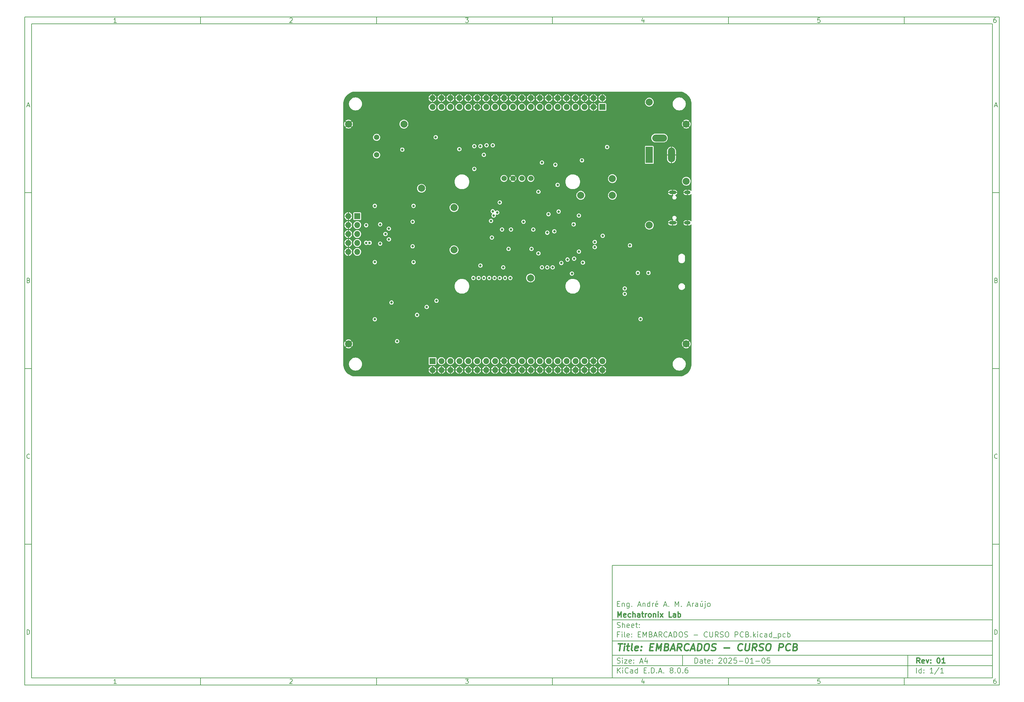
<source format=gbr>
%TF.GenerationSoftware,KiCad,Pcbnew,8.0.6*%
%TF.CreationDate,2025-01-05T13:15:26-03:00*%
%TF.ProjectId,EMBARCADOS - CURSO PCB,454d4241-5243-4414-944f-53202d204355,01*%
%TF.SameCoordinates,Original*%
%TF.FileFunction,Copper,L3,Inr*%
%TF.FilePolarity,Positive*%
%FSLAX46Y46*%
G04 Gerber Fmt 4.6, Leading zero omitted, Abs format (unit mm)*
G04 Created by KiCad (PCBNEW 8.0.6) date 2025-01-05 13:15:26*
%MOMM*%
%LPD*%
G01*
G04 APERTURE LIST*
%ADD10C,0.100000*%
%ADD11C,0.150000*%
%ADD12C,0.300000*%
%ADD13C,0.400000*%
%TA.AperFunction,ComponentPad*%
%ADD14C,2.000000*%
%TD*%
%TA.AperFunction,ComponentPad*%
%ADD15R,1.700000X1.700000*%
%TD*%
%TA.AperFunction,ComponentPad*%
%ADD16O,1.700000X1.700000*%
%TD*%
%TA.AperFunction,ComponentPad*%
%ADD17O,2.100000X1.000000*%
%TD*%
%TA.AperFunction,ComponentPad*%
%ADD18O,1.800000X1.000000*%
%TD*%
%TA.AperFunction,ComponentPad*%
%ADD19R,2.000000X4.600000*%
%TD*%
%TA.AperFunction,ComponentPad*%
%ADD20O,2.000000X4.200000*%
%TD*%
%TA.AperFunction,ComponentPad*%
%ADD21O,4.200000X2.000000*%
%TD*%
%TA.AperFunction,ComponentPad*%
%ADD22C,1.500000*%
%TD*%
%TA.AperFunction,ViaPad*%
%ADD23C,0.700000*%
%TD*%
G04 APERTURE END LIST*
D10*
D11*
X177002200Y-166007200D02*
X285002200Y-166007200D01*
X285002200Y-198007200D01*
X177002200Y-198007200D01*
X177002200Y-166007200D01*
D10*
D11*
X10000000Y-10000000D02*
X287002200Y-10000000D01*
X287002200Y-200007200D01*
X10000000Y-200007200D01*
X10000000Y-10000000D01*
D10*
D11*
X12000000Y-12000000D02*
X285002200Y-12000000D01*
X285002200Y-198007200D01*
X12000000Y-198007200D01*
X12000000Y-12000000D01*
D10*
D11*
X60000000Y-12000000D02*
X60000000Y-10000000D01*
D10*
D11*
X110000000Y-12000000D02*
X110000000Y-10000000D01*
D10*
D11*
X160000000Y-12000000D02*
X160000000Y-10000000D01*
D10*
D11*
X210000000Y-12000000D02*
X210000000Y-10000000D01*
D10*
D11*
X260000000Y-12000000D02*
X260000000Y-10000000D01*
D10*
D11*
X36089160Y-11593604D02*
X35346303Y-11593604D01*
X35717731Y-11593604D02*
X35717731Y-10293604D01*
X35717731Y-10293604D02*
X35593922Y-10479319D01*
X35593922Y-10479319D02*
X35470112Y-10603128D01*
X35470112Y-10603128D02*
X35346303Y-10665033D01*
D10*
D11*
X85346303Y-10417414D02*
X85408207Y-10355509D01*
X85408207Y-10355509D02*
X85532017Y-10293604D01*
X85532017Y-10293604D02*
X85841541Y-10293604D01*
X85841541Y-10293604D02*
X85965350Y-10355509D01*
X85965350Y-10355509D02*
X86027255Y-10417414D01*
X86027255Y-10417414D02*
X86089160Y-10541223D01*
X86089160Y-10541223D02*
X86089160Y-10665033D01*
X86089160Y-10665033D02*
X86027255Y-10850747D01*
X86027255Y-10850747D02*
X85284398Y-11593604D01*
X85284398Y-11593604D02*
X86089160Y-11593604D01*
D10*
D11*
X135284398Y-10293604D02*
X136089160Y-10293604D01*
X136089160Y-10293604D02*
X135655826Y-10788842D01*
X135655826Y-10788842D02*
X135841541Y-10788842D01*
X135841541Y-10788842D02*
X135965350Y-10850747D01*
X135965350Y-10850747D02*
X136027255Y-10912652D01*
X136027255Y-10912652D02*
X136089160Y-11036461D01*
X136089160Y-11036461D02*
X136089160Y-11345985D01*
X136089160Y-11345985D02*
X136027255Y-11469795D01*
X136027255Y-11469795D02*
X135965350Y-11531700D01*
X135965350Y-11531700D02*
X135841541Y-11593604D01*
X135841541Y-11593604D02*
X135470112Y-11593604D01*
X135470112Y-11593604D02*
X135346303Y-11531700D01*
X135346303Y-11531700D02*
X135284398Y-11469795D01*
D10*
D11*
X185965350Y-10726938D02*
X185965350Y-11593604D01*
X185655826Y-10231700D02*
X185346303Y-11160271D01*
X185346303Y-11160271D02*
X186151064Y-11160271D01*
D10*
D11*
X236027255Y-10293604D02*
X235408207Y-10293604D01*
X235408207Y-10293604D02*
X235346303Y-10912652D01*
X235346303Y-10912652D02*
X235408207Y-10850747D01*
X235408207Y-10850747D02*
X235532017Y-10788842D01*
X235532017Y-10788842D02*
X235841541Y-10788842D01*
X235841541Y-10788842D02*
X235965350Y-10850747D01*
X235965350Y-10850747D02*
X236027255Y-10912652D01*
X236027255Y-10912652D02*
X236089160Y-11036461D01*
X236089160Y-11036461D02*
X236089160Y-11345985D01*
X236089160Y-11345985D02*
X236027255Y-11469795D01*
X236027255Y-11469795D02*
X235965350Y-11531700D01*
X235965350Y-11531700D02*
X235841541Y-11593604D01*
X235841541Y-11593604D02*
X235532017Y-11593604D01*
X235532017Y-11593604D02*
X235408207Y-11531700D01*
X235408207Y-11531700D02*
X235346303Y-11469795D01*
D10*
D11*
X285965350Y-10293604D02*
X285717731Y-10293604D01*
X285717731Y-10293604D02*
X285593922Y-10355509D01*
X285593922Y-10355509D02*
X285532017Y-10417414D01*
X285532017Y-10417414D02*
X285408207Y-10603128D01*
X285408207Y-10603128D02*
X285346303Y-10850747D01*
X285346303Y-10850747D02*
X285346303Y-11345985D01*
X285346303Y-11345985D02*
X285408207Y-11469795D01*
X285408207Y-11469795D02*
X285470112Y-11531700D01*
X285470112Y-11531700D02*
X285593922Y-11593604D01*
X285593922Y-11593604D02*
X285841541Y-11593604D01*
X285841541Y-11593604D02*
X285965350Y-11531700D01*
X285965350Y-11531700D02*
X286027255Y-11469795D01*
X286027255Y-11469795D02*
X286089160Y-11345985D01*
X286089160Y-11345985D02*
X286089160Y-11036461D01*
X286089160Y-11036461D02*
X286027255Y-10912652D01*
X286027255Y-10912652D02*
X285965350Y-10850747D01*
X285965350Y-10850747D02*
X285841541Y-10788842D01*
X285841541Y-10788842D02*
X285593922Y-10788842D01*
X285593922Y-10788842D02*
X285470112Y-10850747D01*
X285470112Y-10850747D02*
X285408207Y-10912652D01*
X285408207Y-10912652D02*
X285346303Y-11036461D01*
D10*
D11*
X60000000Y-198007200D02*
X60000000Y-200007200D01*
D10*
D11*
X110000000Y-198007200D02*
X110000000Y-200007200D01*
D10*
D11*
X160000000Y-198007200D02*
X160000000Y-200007200D01*
D10*
D11*
X210000000Y-198007200D02*
X210000000Y-200007200D01*
D10*
D11*
X260000000Y-198007200D02*
X260000000Y-200007200D01*
D10*
D11*
X36089160Y-199600804D02*
X35346303Y-199600804D01*
X35717731Y-199600804D02*
X35717731Y-198300804D01*
X35717731Y-198300804D02*
X35593922Y-198486519D01*
X35593922Y-198486519D02*
X35470112Y-198610328D01*
X35470112Y-198610328D02*
X35346303Y-198672233D01*
D10*
D11*
X85346303Y-198424614D02*
X85408207Y-198362709D01*
X85408207Y-198362709D02*
X85532017Y-198300804D01*
X85532017Y-198300804D02*
X85841541Y-198300804D01*
X85841541Y-198300804D02*
X85965350Y-198362709D01*
X85965350Y-198362709D02*
X86027255Y-198424614D01*
X86027255Y-198424614D02*
X86089160Y-198548423D01*
X86089160Y-198548423D02*
X86089160Y-198672233D01*
X86089160Y-198672233D02*
X86027255Y-198857947D01*
X86027255Y-198857947D02*
X85284398Y-199600804D01*
X85284398Y-199600804D02*
X86089160Y-199600804D01*
D10*
D11*
X135284398Y-198300804D02*
X136089160Y-198300804D01*
X136089160Y-198300804D02*
X135655826Y-198796042D01*
X135655826Y-198796042D02*
X135841541Y-198796042D01*
X135841541Y-198796042D02*
X135965350Y-198857947D01*
X135965350Y-198857947D02*
X136027255Y-198919852D01*
X136027255Y-198919852D02*
X136089160Y-199043661D01*
X136089160Y-199043661D02*
X136089160Y-199353185D01*
X136089160Y-199353185D02*
X136027255Y-199476995D01*
X136027255Y-199476995D02*
X135965350Y-199538900D01*
X135965350Y-199538900D02*
X135841541Y-199600804D01*
X135841541Y-199600804D02*
X135470112Y-199600804D01*
X135470112Y-199600804D02*
X135346303Y-199538900D01*
X135346303Y-199538900D02*
X135284398Y-199476995D01*
D10*
D11*
X185965350Y-198734138D02*
X185965350Y-199600804D01*
X185655826Y-198238900D02*
X185346303Y-199167471D01*
X185346303Y-199167471D02*
X186151064Y-199167471D01*
D10*
D11*
X236027255Y-198300804D02*
X235408207Y-198300804D01*
X235408207Y-198300804D02*
X235346303Y-198919852D01*
X235346303Y-198919852D02*
X235408207Y-198857947D01*
X235408207Y-198857947D02*
X235532017Y-198796042D01*
X235532017Y-198796042D02*
X235841541Y-198796042D01*
X235841541Y-198796042D02*
X235965350Y-198857947D01*
X235965350Y-198857947D02*
X236027255Y-198919852D01*
X236027255Y-198919852D02*
X236089160Y-199043661D01*
X236089160Y-199043661D02*
X236089160Y-199353185D01*
X236089160Y-199353185D02*
X236027255Y-199476995D01*
X236027255Y-199476995D02*
X235965350Y-199538900D01*
X235965350Y-199538900D02*
X235841541Y-199600804D01*
X235841541Y-199600804D02*
X235532017Y-199600804D01*
X235532017Y-199600804D02*
X235408207Y-199538900D01*
X235408207Y-199538900D02*
X235346303Y-199476995D01*
D10*
D11*
X285965350Y-198300804D02*
X285717731Y-198300804D01*
X285717731Y-198300804D02*
X285593922Y-198362709D01*
X285593922Y-198362709D02*
X285532017Y-198424614D01*
X285532017Y-198424614D02*
X285408207Y-198610328D01*
X285408207Y-198610328D02*
X285346303Y-198857947D01*
X285346303Y-198857947D02*
X285346303Y-199353185D01*
X285346303Y-199353185D02*
X285408207Y-199476995D01*
X285408207Y-199476995D02*
X285470112Y-199538900D01*
X285470112Y-199538900D02*
X285593922Y-199600804D01*
X285593922Y-199600804D02*
X285841541Y-199600804D01*
X285841541Y-199600804D02*
X285965350Y-199538900D01*
X285965350Y-199538900D02*
X286027255Y-199476995D01*
X286027255Y-199476995D02*
X286089160Y-199353185D01*
X286089160Y-199353185D02*
X286089160Y-199043661D01*
X286089160Y-199043661D02*
X286027255Y-198919852D01*
X286027255Y-198919852D02*
X285965350Y-198857947D01*
X285965350Y-198857947D02*
X285841541Y-198796042D01*
X285841541Y-198796042D02*
X285593922Y-198796042D01*
X285593922Y-198796042D02*
X285470112Y-198857947D01*
X285470112Y-198857947D02*
X285408207Y-198919852D01*
X285408207Y-198919852D02*
X285346303Y-199043661D01*
D10*
D11*
X10000000Y-60000000D02*
X12000000Y-60000000D01*
D10*
D11*
X10000000Y-110000000D02*
X12000000Y-110000000D01*
D10*
D11*
X10000000Y-160000000D02*
X12000000Y-160000000D01*
D10*
D11*
X10690476Y-35222176D02*
X11309523Y-35222176D01*
X10566666Y-35593604D02*
X10999999Y-34293604D01*
X10999999Y-34293604D02*
X11433333Y-35593604D01*
D10*
D11*
X11092857Y-84912652D02*
X11278571Y-84974557D01*
X11278571Y-84974557D02*
X11340476Y-85036461D01*
X11340476Y-85036461D02*
X11402380Y-85160271D01*
X11402380Y-85160271D02*
X11402380Y-85345985D01*
X11402380Y-85345985D02*
X11340476Y-85469795D01*
X11340476Y-85469795D02*
X11278571Y-85531700D01*
X11278571Y-85531700D02*
X11154761Y-85593604D01*
X11154761Y-85593604D02*
X10659523Y-85593604D01*
X10659523Y-85593604D02*
X10659523Y-84293604D01*
X10659523Y-84293604D02*
X11092857Y-84293604D01*
X11092857Y-84293604D02*
X11216666Y-84355509D01*
X11216666Y-84355509D02*
X11278571Y-84417414D01*
X11278571Y-84417414D02*
X11340476Y-84541223D01*
X11340476Y-84541223D02*
X11340476Y-84665033D01*
X11340476Y-84665033D02*
X11278571Y-84788842D01*
X11278571Y-84788842D02*
X11216666Y-84850747D01*
X11216666Y-84850747D02*
X11092857Y-84912652D01*
X11092857Y-84912652D02*
X10659523Y-84912652D01*
D10*
D11*
X11402380Y-135469795D02*
X11340476Y-135531700D01*
X11340476Y-135531700D02*
X11154761Y-135593604D01*
X11154761Y-135593604D02*
X11030952Y-135593604D01*
X11030952Y-135593604D02*
X10845238Y-135531700D01*
X10845238Y-135531700D02*
X10721428Y-135407890D01*
X10721428Y-135407890D02*
X10659523Y-135284080D01*
X10659523Y-135284080D02*
X10597619Y-135036461D01*
X10597619Y-135036461D02*
X10597619Y-134850747D01*
X10597619Y-134850747D02*
X10659523Y-134603128D01*
X10659523Y-134603128D02*
X10721428Y-134479319D01*
X10721428Y-134479319D02*
X10845238Y-134355509D01*
X10845238Y-134355509D02*
X11030952Y-134293604D01*
X11030952Y-134293604D02*
X11154761Y-134293604D01*
X11154761Y-134293604D02*
X11340476Y-134355509D01*
X11340476Y-134355509D02*
X11402380Y-134417414D01*
D10*
D11*
X10659523Y-185593604D02*
X10659523Y-184293604D01*
X10659523Y-184293604D02*
X10969047Y-184293604D01*
X10969047Y-184293604D02*
X11154761Y-184355509D01*
X11154761Y-184355509D02*
X11278571Y-184479319D01*
X11278571Y-184479319D02*
X11340476Y-184603128D01*
X11340476Y-184603128D02*
X11402380Y-184850747D01*
X11402380Y-184850747D02*
X11402380Y-185036461D01*
X11402380Y-185036461D02*
X11340476Y-185284080D01*
X11340476Y-185284080D02*
X11278571Y-185407890D01*
X11278571Y-185407890D02*
X11154761Y-185531700D01*
X11154761Y-185531700D02*
X10969047Y-185593604D01*
X10969047Y-185593604D02*
X10659523Y-185593604D01*
D10*
D11*
X287002200Y-60000000D02*
X285002200Y-60000000D01*
D10*
D11*
X287002200Y-110000000D02*
X285002200Y-110000000D01*
D10*
D11*
X287002200Y-160000000D02*
X285002200Y-160000000D01*
D10*
D11*
X285692676Y-35222176D02*
X286311723Y-35222176D01*
X285568866Y-35593604D02*
X286002199Y-34293604D01*
X286002199Y-34293604D02*
X286435533Y-35593604D01*
D10*
D11*
X286095057Y-84912652D02*
X286280771Y-84974557D01*
X286280771Y-84974557D02*
X286342676Y-85036461D01*
X286342676Y-85036461D02*
X286404580Y-85160271D01*
X286404580Y-85160271D02*
X286404580Y-85345985D01*
X286404580Y-85345985D02*
X286342676Y-85469795D01*
X286342676Y-85469795D02*
X286280771Y-85531700D01*
X286280771Y-85531700D02*
X286156961Y-85593604D01*
X286156961Y-85593604D02*
X285661723Y-85593604D01*
X285661723Y-85593604D02*
X285661723Y-84293604D01*
X285661723Y-84293604D02*
X286095057Y-84293604D01*
X286095057Y-84293604D02*
X286218866Y-84355509D01*
X286218866Y-84355509D02*
X286280771Y-84417414D01*
X286280771Y-84417414D02*
X286342676Y-84541223D01*
X286342676Y-84541223D02*
X286342676Y-84665033D01*
X286342676Y-84665033D02*
X286280771Y-84788842D01*
X286280771Y-84788842D02*
X286218866Y-84850747D01*
X286218866Y-84850747D02*
X286095057Y-84912652D01*
X286095057Y-84912652D02*
X285661723Y-84912652D01*
D10*
D11*
X286404580Y-135469795D02*
X286342676Y-135531700D01*
X286342676Y-135531700D02*
X286156961Y-135593604D01*
X286156961Y-135593604D02*
X286033152Y-135593604D01*
X286033152Y-135593604D02*
X285847438Y-135531700D01*
X285847438Y-135531700D02*
X285723628Y-135407890D01*
X285723628Y-135407890D02*
X285661723Y-135284080D01*
X285661723Y-135284080D02*
X285599819Y-135036461D01*
X285599819Y-135036461D02*
X285599819Y-134850747D01*
X285599819Y-134850747D02*
X285661723Y-134603128D01*
X285661723Y-134603128D02*
X285723628Y-134479319D01*
X285723628Y-134479319D02*
X285847438Y-134355509D01*
X285847438Y-134355509D02*
X286033152Y-134293604D01*
X286033152Y-134293604D02*
X286156961Y-134293604D01*
X286156961Y-134293604D02*
X286342676Y-134355509D01*
X286342676Y-134355509D02*
X286404580Y-134417414D01*
D10*
D11*
X285661723Y-185593604D02*
X285661723Y-184293604D01*
X285661723Y-184293604D02*
X285971247Y-184293604D01*
X285971247Y-184293604D02*
X286156961Y-184355509D01*
X286156961Y-184355509D02*
X286280771Y-184479319D01*
X286280771Y-184479319D02*
X286342676Y-184603128D01*
X286342676Y-184603128D02*
X286404580Y-184850747D01*
X286404580Y-184850747D02*
X286404580Y-185036461D01*
X286404580Y-185036461D02*
X286342676Y-185284080D01*
X286342676Y-185284080D02*
X286280771Y-185407890D01*
X286280771Y-185407890D02*
X286156961Y-185531700D01*
X286156961Y-185531700D02*
X285971247Y-185593604D01*
X285971247Y-185593604D02*
X285661723Y-185593604D01*
D10*
D11*
X200458026Y-193793328D02*
X200458026Y-192293328D01*
X200458026Y-192293328D02*
X200815169Y-192293328D01*
X200815169Y-192293328D02*
X201029455Y-192364757D01*
X201029455Y-192364757D02*
X201172312Y-192507614D01*
X201172312Y-192507614D02*
X201243741Y-192650471D01*
X201243741Y-192650471D02*
X201315169Y-192936185D01*
X201315169Y-192936185D02*
X201315169Y-193150471D01*
X201315169Y-193150471D02*
X201243741Y-193436185D01*
X201243741Y-193436185D02*
X201172312Y-193579042D01*
X201172312Y-193579042D02*
X201029455Y-193721900D01*
X201029455Y-193721900D02*
X200815169Y-193793328D01*
X200815169Y-193793328D02*
X200458026Y-193793328D01*
X202600884Y-193793328D02*
X202600884Y-193007614D01*
X202600884Y-193007614D02*
X202529455Y-192864757D01*
X202529455Y-192864757D02*
X202386598Y-192793328D01*
X202386598Y-192793328D02*
X202100884Y-192793328D01*
X202100884Y-192793328D02*
X201958026Y-192864757D01*
X202600884Y-193721900D02*
X202458026Y-193793328D01*
X202458026Y-193793328D02*
X202100884Y-193793328D01*
X202100884Y-193793328D02*
X201958026Y-193721900D01*
X201958026Y-193721900D02*
X201886598Y-193579042D01*
X201886598Y-193579042D02*
X201886598Y-193436185D01*
X201886598Y-193436185D02*
X201958026Y-193293328D01*
X201958026Y-193293328D02*
X202100884Y-193221900D01*
X202100884Y-193221900D02*
X202458026Y-193221900D01*
X202458026Y-193221900D02*
X202600884Y-193150471D01*
X203100884Y-192793328D02*
X203672312Y-192793328D01*
X203315169Y-192293328D02*
X203315169Y-193579042D01*
X203315169Y-193579042D02*
X203386598Y-193721900D01*
X203386598Y-193721900D02*
X203529455Y-193793328D01*
X203529455Y-193793328D02*
X203672312Y-193793328D01*
X204743741Y-193721900D02*
X204600884Y-193793328D01*
X204600884Y-193793328D02*
X204315170Y-193793328D01*
X204315170Y-193793328D02*
X204172312Y-193721900D01*
X204172312Y-193721900D02*
X204100884Y-193579042D01*
X204100884Y-193579042D02*
X204100884Y-193007614D01*
X204100884Y-193007614D02*
X204172312Y-192864757D01*
X204172312Y-192864757D02*
X204315170Y-192793328D01*
X204315170Y-192793328D02*
X204600884Y-192793328D01*
X204600884Y-192793328D02*
X204743741Y-192864757D01*
X204743741Y-192864757D02*
X204815170Y-193007614D01*
X204815170Y-193007614D02*
X204815170Y-193150471D01*
X204815170Y-193150471D02*
X204100884Y-193293328D01*
X205458026Y-193650471D02*
X205529455Y-193721900D01*
X205529455Y-193721900D02*
X205458026Y-193793328D01*
X205458026Y-193793328D02*
X205386598Y-193721900D01*
X205386598Y-193721900D02*
X205458026Y-193650471D01*
X205458026Y-193650471D02*
X205458026Y-193793328D01*
X205458026Y-192864757D02*
X205529455Y-192936185D01*
X205529455Y-192936185D02*
X205458026Y-193007614D01*
X205458026Y-193007614D02*
X205386598Y-192936185D01*
X205386598Y-192936185D02*
X205458026Y-192864757D01*
X205458026Y-192864757D02*
X205458026Y-193007614D01*
X207243741Y-192436185D02*
X207315169Y-192364757D01*
X207315169Y-192364757D02*
X207458027Y-192293328D01*
X207458027Y-192293328D02*
X207815169Y-192293328D01*
X207815169Y-192293328D02*
X207958027Y-192364757D01*
X207958027Y-192364757D02*
X208029455Y-192436185D01*
X208029455Y-192436185D02*
X208100884Y-192579042D01*
X208100884Y-192579042D02*
X208100884Y-192721900D01*
X208100884Y-192721900D02*
X208029455Y-192936185D01*
X208029455Y-192936185D02*
X207172312Y-193793328D01*
X207172312Y-193793328D02*
X208100884Y-193793328D01*
X209029455Y-192293328D02*
X209172312Y-192293328D01*
X209172312Y-192293328D02*
X209315169Y-192364757D01*
X209315169Y-192364757D02*
X209386598Y-192436185D01*
X209386598Y-192436185D02*
X209458026Y-192579042D01*
X209458026Y-192579042D02*
X209529455Y-192864757D01*
X209529455Y-192864757D02*
X209529455Y-193221900D01*
X209529455Y-193221900D02*
X209458026Y-193507614D01*
X209458026Y-193507614D02*
X209386598Y-193650471D01*
X209386598Y-193650471D02*
X209315169Y-193721900D01*
X209315169Y-193721900D02*
X209172312Y-193793328D01*
X209172312Y-193793328D02*
X209029455Y-193793328D01*
X209029455Y-193793328D02*
X208886598Y-193721900D01*
X208886598Y-193721900D02*
X208815169Y-193650471D01*
X208815169Y-193650471D02*
X208743740Y-193507614D01*
X208743740Y-193507614D02*
X208672312Y-193221900D01*
X208672312Y-193221900D02*
X208672312Y-192864757D01*
X208672312Y-192864757D02*
X208743740Y-192579042D01*
X208743740Y-192579042D02*
X208815169Y-192436185D01*
X208815169Y-192436185D02*
X208886598Y-192364757D01*
X208886598Y-192364757D02*
X209029455Y-192293328D01*
X210100883Y-192436185D02*
X210172311Y-192364757D01*
X210172311Y-192364757D02*
X210315169Y-192293328D01*
X210315169Y-192293328D02*
X210672311Y-192293328D01*
X210672311Y-192293328D02*
X210815169Y-192364757D01*
X210815169Y-192364757D02*
X210886597Y-192436185D01*
X210886597Y-192436185D02*
X210958026Y-192579042D01*
X210958026Y-192579042D02*
X210958026Y-192721900D01*
X210958026Y-192721900D02*
X210886597Y-192936185D01*
X210886597Y-192936185D02*
X210029454Y-193793328D01*
X210029454Y-193793328D02*
X210958026Y-193793328D01*
X212315168Y-192293328D02*
X211600882Y-192293328D01*
X211600882Y-192293328D02*
X211529454Y-193007614D01*
X211529454Y-193007614D02*
X211600882Y-192936185D01*
X211600882Y-192936185D02*
X211743740Y-192864757D01*
X211743740Y-192864757D02*
X212100882Y-192864757D01*
X212100882Y-192864757D02*
X212243740Y-192936185D01*
X212243740Y-192936185D02*
X212315168Y-193007614D01*
X212315168Y-193007614D02*
X212386597Y-193150471D01*
X212386597Y-193150471D02*
X212386597Y-193507614D01*
X212386597Y-193507614D02*
X212315168Y-193650471D01*
X212315168Y-193650471D02*
X212243740Y-193721900D01*
X212243740Y-193721900D02*
X212100882Y-193793328D01*
X212100882Y-193793328D02*
X211743740Y-193793328D01*
X211743740Y-193793328D02*
X211600882Y-193721900D01*
X211600882Y-193721900D02*
X211529454Y-193650471D01*
X213029453Y-193221900D02*
X214172311Y-193221900D01*
X215172311Y-192293328D02*
X215315168Y-192293328D01*
X215315168Y-192293328D02*
X215458025Y-192364757D01*
X215458025Y-192364757D02*
X215529454Y-192436185D01*
X215529454Y-192436185D02*
X215600882Y-192579042D01*
X215600882Y-192579042D02*
X215672311Y-192864757D01*
X215672311Y-192864757D02*
X215672311Y-193221900D01*
X215672311Y-193221900D02*
X215600882Y-193507614D01*
X215600882Y-193507614D02*
X215529454Y-193650471D01*
X215529454Y-193650471D02*
X215458025Y-193721900D01*
X215458025Y-193721900D02*
X215315168Y-193793328D01*
X215315168Y-193793328D02*
X215172311Y-193793328D01*
X215172311Y-193793328D02*
X215029454Y-193721900D01*
X215029454Y-193721900D02*
X214958025Y-193650471D01*
X214958025Y-193650471D02*
X214886596Y-193507614D01*
X214886596Y-193507614D02*
X214815168Y-193221900D01*
X214815168Y-193221900D02*
X214815168Y-192864757D01*
X214815168Y-192864757D02*
X214886596Y-192579042D01*
X214886596Y-192579042D02*
X214958025Y-192436185D01*
X214958025Y-192436185D02*
X215029454Y-192364757D01*
X215029454Y-192364757D02*
X215172311Y-192293328D01*
X217100882Y-193793328D02*
X216243739Y-193793328D01*
X216672310Y-193793328D02*
X216672310Y-192293328D01*
X216672310Y-192293328D02*
X216529453Y-192507614D01*
X216529453Y-192507614D02*
X216386596Y-192650471D01*
X216386596Y-192650471D02*
X216243739Y-192721900D01*
X217743738Y-193221900D02*
X218886596Y-193221900D01*
X219886596Y-192293328D02*
X220029453Y-192293328D01*
X220029453Y-192293328D02*
X220172310Y-192364757D01*
X220172310Y-192364757D02*
X220243739Y-192436185D01*
X220243739Y-192436185D02*
X220315167Y-192579042D01*
X220315167Y-192579042D02*
X220386596Y-192864757D01*
X220386596Y-192864757D02*
X220386596Y-193221900D01*
X220386596Y-193221900D02*
X220315167Y-193507614D01*
X220315167Y-193507614D02*
X220243739Y-193650471D01*
X220243739Y-193650471D02*
X220172310Y-193721900D01*
X220172310Y-193721900D02*
X220029453Y-193793328D01*
X220029453Y-193793328D02*
X219886596Y-193793328D01*
X219886596Y-193793328D02*
X219743739Y-193721900D01*
X219743739Y-193721900D02*
X219672310Y-193650471D01*
X219672310Y-193650471D02*
X219600881Y-193507614D01*
X219600881Y-193507614D02*
X219529453Y-193221900D01*
X219529453Y-193221900D02*
X219529453Y-192864757D01*
X219529453Y-192864757D02*
X219600881Y-192579042D01*
X219600881Y-192579042D02*
X219672310Y-192436185D01*
X219672310Y-192436185D02*
X219743739Y-192364757D01*
X219743739Y-192364757D02*
X219886596Y-192293328D01*
X221743738Y-192293328D02*
X221029452Y-192293328D01*
X221029452Y-192293328D02*
X220958024Y-193007614D01*
X220958024Y-193007614D02*
X221029452Y-192936185D01*
X221029452Y-192936185D02*
X221172310Y-192864757D01*
X221172310Y-192864757D02*
X221529452Y-192864757D01*
X221529452Y-192864757D02*
X221672310Y-192936185D01*
X221672310Y-192936185D02*
X221743738Y-193007614D01*
X221743738Y-193007614D02*
X221815167Y-193150471D01*
X221815167Y-193150471D02*
X221815167Y-193507614D01*
X221815167Y-193507614D02*
X221743738Y-193650471D01*
X221743738Y-193650471D02*
X221672310Y-193721900D01*
X221672310Y-193721900D02*
X221529452Y-193793328D01*
X221529452Y-193793328D02*
X221172310Y-193793328D01*
X221172310Y-193793328D02*
X221029452Y-193721900D01*
X221029452Y-193721900D02*
X220958024Y-193650471D01*
D10*
D11*
X177002200Y-194507200D02*
X285002200Y-194507200D01*
D10*
D11*
X178458026Y-196593328D02*
X178458026Y-195093328D01*
X179315169Y-196593328D02*
X178672312Y-195736185D01*
X179315169Y-195093328D02*
X178458026Y-195950471D01*
X179958026Y-196593328D02*
X179958026Y-195593328D01*
X179958026Y-195093328D02*
X179886598Y-195164757D01*
X179886598Y-195164757D02*
X179958026Y-195236185D01*
X179958026Y-195236185D02*
X180029455Y-195164757D01*
X180029455Y-195164757D02*
X179958026Y-195093328D01*
X179958026Y-195093328D02*
X179958026Y-195236185D01*
X181529455Y-196450471D02*
X181458027Y-196521900D01*
X181458027Y-196521900D02*
X181243741Y-196593328D01*
X181243741Y-196593328D02*
X181100884Y-196593328D01*
X181100884Y-196593328D02*
X180886598Y-196521900D01*
X180886598Y-196521900D02*
X180743741Y-196379042D01*
X180743741Y-196379042D02*
X180672312Y-196236185D01*
X180672312Y-196236185D02*
X180600884Y-195950471D01*
X180600884Y-195950471D02*
X180600884Y-195736185D01*
X180600884Y-195736185D02*
X180672312Y-195450471D01*
X180672312Y-195450471D02*
X180743741Y-195307614D01*
X180743741Y-195307614D02*
X180886598Y-195164757D01*
X180886598Y-195164757D02*
X181100884Y-195093328D01*
X181100884Y-195093328D02*
X181243741Y-195093328D01*
X181243741Y-195093328D02*
X181458027Y-195164757D01*
X181458027Y-195164757D02*
X181529455Y-195236185D01*
X182815170Y-196593328D02*
X182815170Y-195807614D01*
X182815170Y-195807614D02*
X182743741Y-195664757D01*
X182743741Y-195664757D02*
X182600884Y-195593328D01*
X182600884Y-195593328D02*
X182315170Y-195593328D01*
X182315170Y-195593328D02*
X182172312Y-195664757D01*
X182815170Y-196521900D02*
X182672312Y-196593328D01*
X182672312Y-196593328D02*
X182315170Y-196593328D01*
X182315170Y-196593328D02*
X182172312Y-196521900D01*
X182172312Y-196521900D02*
X182100884Y-196379042D01*
X182100884Y-196379042D02*
X182100884Y-196236185D01*
X182100884Y-196236185D02*
X182172312Y-196093328D01*
X182172312Y-196093328D02*
X182315170Y-196021900D01*
X182315170Y-196021900D02*
X182672312Y-196021900D01*
X182672312Y-196021900D02*
X182815170Y-195950471D01*
X184172313Y-196593328D02*
X184172313Y-195093328D01*
X184172313Y-196521900D02*
X184029455Y-196593328D01*
X184029455Y-196593328D02*
X183743741Y-196593328D01*
X183743741Y-196593328D02*
X183600884Y-196521900D01*
X183600884Y-196521900D02*
X183529455Y-196450471D01*
X183529455Y-196450471D02*
X183458027Y-196307614D01*
X183458027Y-196307614D02*
X183458027Y-195879042D01*
X183458027Y-195879042D02*
X183529455Y-195736185D01*
X183529455Y-195736185D02*
X183600884Y-195664757D01*
X183600884Y-195664757D02*
X183743741Y-195593328D01*
X183743741Y-195593328D02*
X184029455Y-195593328D01*
X184029455Y-195593328D02*
X184172313Y-195664757D01*
X186029455Y-195807614D02*
X186529455Y-195807614D01*
X186743741Y-196593328D02*
X186029455Y-196593328D01*
X186029455Y-196593328D02*
X186029455Y-195093328D01*
X186029455Y-195093328D02*
X186743741Y-195093328D01*
X187386598Y-196450471D02*
X187458027Y-196521900D01*
X187458027Y-196521900D02*
X187386598Y-196593328D01*
X187386598Y-196593328D02*
X187315170Y-196521900D01*
X187315170Y-196521900D02*
X187386598Y-196450471D01*
X187386598Y-196450471D02*
X187386598Y-196593328D01*
X188100884Y-196593328D02*
X188100884Y-195093328D01*
X188100884Y-195093328D02*
X188458027Y-195093328D01*
X188458027Y-195093328D02*
X188672313Y-195164757D01*
X188672313Y-195164757D02*
X188815170Y-195307614D01*
X188815170Y-195307614D02*
X188886599Y-195450471D01*
X188886599Y-195450471D02*
X188958027Y-195736185D01*
X188958027Y-195736185D02*
X188958027Y-195950471D01*
X188958027Y-195950471D02*
X188886599Y-196236185D01*
X188886599Y-196236185D02*
X188815170Y-196379042D01*
X188815170Y-196379042D02*
X188672313Y-196521900D01*
X188672313Y-196521900D02*
X188458027Y-196593328D01*
X188458027Y-196593328D02*
X188100884Y-196593328D01*
X189600884Y-196450471D02*
X189672313Y-196521900D01*
X189672313Y-196521900D02*
X189600884Y-196593328D01*
X189600884Y-196593328D02*
X189529456Y-196521900D01*
X189529456Y-196521900D02*
X189600884Y-196450471D01*
X189600884Y-196450471D02*
X189600884Y-196593328D01*
X190243742Y-196164757D02*
X190958028Y-196164757D01*
X190100885Y-196593328D02*
X190600885Y-195093328D01*
X190600885Y-195093328D02*
X191100885Y-196593328D01*
X191600884Y-196450471D02*
X191672313Y-196521900D01*
X191672313Y-196521900D02*
X191600884Y-196593328D01*
X191600884Y-196593328D02*
X191529456Y-196521900D01*
X191529456Y-196521900D02*
X191600884Y-196450471D01*
X191600884Y-196450471D02*
X191600884Y-196593328D01*
X193672313Y-195736185D02*
X193529456Y-195664757D01*
X193529456Y-195664757D02*
X193458027Y-195593328D01*
X193458027Y-195593328D02*
X193386599Y-195450471D01*
X193386599Y-195450471D02*
X193386599Y-195379042D01*
X193386599Y-195379042D02*
X193458027Y-195236185D01*
X193458027Y-195236185D02*
X193529456Y-195164757D01*
X193529456Y-195164757D02*
X193672313Y-195093328D01*
X193672313Y-195093328D02*
X193958027Y-195093328D01*
X193958027Y-195093328D02*
X194100885Y-195164757D01*
X194100885Y-195164757D02*
X194172313Y-195236185D01*
X194172313Y-195236185D02*
X194243742Y-195379042D01*
X194243742Y-195379042D02*
X194243742Y-195450471D01*
X194243742Y-195450471D02*
X194172313Y-195593328D01*
X194172313Y-195593328D02*
X194100885Y-195664757D01*
X194100885Y-195664757D02*
X193958027Y-195736185D01*
X193958027Y-195736185D02*
X193672313Y-195736185D01*
X193672313Y-195736185D02*
X193529456Y-195807614D01*
X193529456Y-195807614D02*
X193458027Y-195879042D01*
X193458027Y-195879042D02*
X193386599Y-196021900D01*
X193386599Y-196021900D02*
X193386599Y-196307614D01*
X193386599Y-196307614D02*
X193458027Y-196450471D01*
X193458027Y-196450471D02*
X193529456Y-196521900D01*
X193529456Y-196521900D02*
X193672313Y-196593328D01*
X193672313Y-196593328D02*
X193958027Y-196593328D01*
X193958027Y-196593328D02*
X194100885Y-196521900D01*
X194100885Y-196521900D02*
X194172313Y-196450471D01*
X194172313Y-196450471D02*
X194243742Y-196307614D01*
X194243742Y-196307614D02*
X194243742Y-196021900D01*
X194243742Y-196021900D02*
X194172313Y-195879042D01*
X194172313Y-195879042D02*
X194100885Y-195807614D01*
X194100885Y-195807614D02*
X193958027Y-195736185D01*
X194886598Y-196450471D02*
X194958027Y-196521900D01*
X194958027Y-196521900D02*
X194886598Y-196593328D01*
X194886598Y-196593328D02*
X194815170Y-196521900D01*
X194815170Y-196521900D02*
X194886598Y-196450471D01*
X194886598Y-196450471D02*
X194886598Y-196593328D01*
X195886599Y-195093328D02*
X196029456Y-195093328D01*
X196029456Y-195093328D02*
X196172313Y-195164757D01*
X196172313Y-195164757D02*
X196243742Y-195236185D01*
X196243742Y-195236185D02*
X196315170Y-195379042D01*
X196315170Y-195379042D02*
X196386599Y-195664757D01*
X196386599Y-195664757D02*
X196386599Y-196021900D01*
X196386599Y-196021900D02*
X196315170Y-196307614D01*
X196315170Y-196307614D02*
X196243742Y-196450471D01*
X196243742Y-196450471D02*
X196172313Y-196521900D01*
X196172313Y-196521900D02*
X196029456Y-196593328D01*
X196029456Y-196593328D02*
X195886599Y-196593328D01*
X195886599Y-196593328D02*
X195743742Y-196521900D01*
X195743742Y-196521900D02*
X195672313Y-196450471D01*
X195672313Y-196450471D02*
X195600884Y-196307614D01*
X195600884Y-196307614D02*
X195529456Y-196021900D01*
X195529456Y-196021900D02*
X195529456Y-195664757D01*
X195529456Y-195664757D02*
X195600884Y-195379042D01*
X195600884Y-195379042D02*
X195672313Y-195236185D01*
X195672313Y-195236185D02*
X195743742Y-195164757D01*
X195743742Y-195164757D02*
X195886599Y-195093328D01*
X197029455Y-196450471D02*
X197100884Y-196521900D01*
X197100884Y-196521900D02*
X197029455Y-196593328D01*
X197029455Y-196593328D02*
X196958027Y-196521900D01*
X196958027Y-196521900D02*
X197029455Y-196450471D01*
X197029455Y-196450471D02*
X197029455Y-196593328D01*
X198386599Y-195093328D02*
X198100884Y-195093328D01*
X198100884Y-195093328D02*
X197958027Y-195164757D01*
X197958027Y-195164757D02*
X197886599Y-195236185D01*
X197886599Y-195236185D02*
X197743741Y-195450471D01*
X197743741Y-195450471D02*
X197672313Y-195736185D01*
X197672313Y-195736185D02*
X197672313Y-196307614D01*
X197672313Y-196307614D02*
X197743741Y-196450471D01*
X197743741Y-196450471D02*
X197815170Y-196521900D01*
X197815170Y-196521900D02*
X197958027Y-196593328D01*
X197958027Y-196593328D02*
X198243741Y-196593328D01*
X198243741Y-196593328D02*
X198386599Y-196521900D01*
X198386599Y-196521900D02*
X198458027Y-196450471D01*
X198458027Y-196450471D02*
X198529456Y-196307614D01*
X198529456Y-196307614D02*
X198529456Y-195950471D01*
X198529456Y-195950471D02*
X198458027Y-195807614D01*
X198458027Y-195807614D02*
X198386599Y-195736185D01*
X198386599Y-195736185D02*
X198243741Y-195664757D01*
X198243741Y-195664757D02*
X197958027Y-195664757D01*
X197958027Y-195664757D02*
X197815170Y-195736185D01*
X197815170Y-195736185D02*
X197743741Y-195807614D01*
X197743741Y-195807614D02*
X197672313Y-195950471D01*
D10*
D11*
X177002200Y-191507200D02*
X285002200Y-191507200D01*
D10*
D12*
X264413853Y-193785528D02*
X263913853Y-193071242D01*
X263556710Y-193785528D02*
X263556710Y-192285528D01*
X263556710Y-192285528D02*
X264128139Y-192285528D01*
X264128139Y-192285528D02*
X264270996Y-192356957D01*
X264270996Y-192356957D02*
X264342425Y-192428385D01*
X264342425Y-192428385D02*
X264413853Y-192571242D01*
X264413853Y-192571242D02*
X264413853Y-192785528D01*
X264413853Y-192785528D02*
X264342425Y-192928385D01*
X264342425Y-192928385D02*
X264270996Y-192999814D01*
X264270996Y-192999814D02*
X264128139Y-193071242D01*
X264128139Y-193071242D02*
X263556710Y-193071242D01*
X265628139Y-193714100D02*
X265485282Y-193785528D01*
X265485282Y-193785528D02*
X265199568Y-193785528D01*
X265199568Y-193785528D02*
X265056710Y-193714100D01*
X265056710Y-193714100D02*
X264985282Y-193571242D01*
X264985282Y-193571242D02*
X264985282Y-192999814D01*
X264985282Y-192999814D02*
X265056710Y-192856957D01*
X265056710Y-192856957D02*
X265199568Y-192785528D01*
X265199568Y-192785528D02*
X265485282Y-192785528D01*
X265485282Y-192785528D02*
X265628139Y-192856957D01*
X265628139Y-192856957D02*
X265699568Y-192999814D01*
X265699568Y-192999814D02*
X265699568Y-193142671D01*
X265699568Y-193142671D02*
X264985282Y-193285528D01*
X266199567Y-192785528D02*
X266556710Y-193785528D01*
X266556710Y-193785528D02*
X266913853Y-192785528D01*
X267485281Y-193642671D02*
X267556710Y-193714100D01*
X267556710Y-193714100D02*
X267485281Y-193785528D01*
X267485281Y-193785528D02*
X267413853Y-193714100D01*
X267413853Y-193714100D02*
X267485281Y-193642671D01*
X267485281Y-193642671D02*
X267485281Y-193785528D01*
X267485281Y-192856957D02*
X267556710Y-192928385D01*
X267556710Y-192928385D02*
X267485281Y-192999814D01*
X267485281Y-192999814D02*
X267413853Y-192928385D01*
X267413853Y-192928385D02*
X267485281Y-192856957D01*
X267485281Y-192856957D02*
X267485281Y-192999814D01*
X269628139Y-192285528D02*
X269770996Y-192285528D01*
X269770996Y-192285528D02*
X269913853Y-192356957D01*
X269913853Y-192356957D02*
X269985282Y-192428385D01*
X269985282Y-192428385D02*
X270056710Y-192571242D01*
X270056710Y-192571242D02*
X270128139Y-192856957D01*
X270128139Y-192856957D02*
X270128139Y-193214100D01*
X270128139Y-193214100D02*
X270056710Y-193499814D01*
X270056710Y-193499814D02*
X269985282Y-193642671D01*
X269985282Y-193642671D02*
X269913853Y-193714100D01*
X269913853Y-193714100D02*
X269770996Y-193785528D01*
X269770996Y-193785528D02*
X269628139Y-193785528D01*
X269628139Y-193785528D02*
X269485282Y-193714100D01*
X269485282Y-193714100D02*
X269413853Y-193642671D01*
X269413853Y-193642671D02*
X269342424Y-193499814D01*
X269342424Y-193499814D02*
X269270996Y-193214100D01*
X269270996Y-193214100D02*
X269270996Y-192856957D01*
X269270996Y-192856957D02*
X269342424Y-192571242D01*
X269342424Y-192571242D02*
X269413853Y-192428385D01*
X269413853Y-192428385D02*
X269485282Y-192356957D01*
X269485282Y-192356957D02*
X269628139Y-192285528D01*
X271556710Y-193785528D02*
X270699567Y-193785528D01*
X271128138Y-193785528D02*
X271128138Y-192285528D01*
X271128138Y-192285528D02*
X270985281Y-192499814D01*
X270985281Y-192499814D02*
X270842424Y-192642671D01*
X270842424Y-192642671D02*
X270699567Y-192714100D01*
D10*
D11*
X178386598Y-193721900D02*
X178600884Y-193793328D01*
X178600884Y-193793328D02*
X178958026Y-193793328D01*
X178958026Y-193793328D02*
X179100884Y-193721900D01*
X179100884Y-193721900D02*
X179172312Y-193650471D01*
X179172312Y-193650471D02*
X179243741Y-193507614D01*
X179243741Y-193507614D02*
X179243741Y-193364757D01*
X179243741Y-193364757D02*
X179172312Y-193221900D01*
X179172312Y-193221900D02*
X179100884Y-193150471D01*
X179100884Y-193150471D02*
X178958026Y-193079042D01*
X178958026Y-193079042D02*
X178672312Y-193007614D01*
X178672312Y-193007614D02*
X178529455Y-192936185D01*
X178529455Y-192936185D02*
X178458026Y-192864757D01*
X178458026Y-192864757D02*
X178386598Y-192721900D01*
X178386598Y-192721900D02*
X178386598Y-192579042D01*
X178386598Y-192579042D02*
X178458026Y-192436185D01*
X178458026Y-192436185D02*
X178529455Y-192364757D01*
X178529455Y-192364757D02*
X178672312Y-192293328D01*
X178672312Y-192293328D02*
X179029455Y-192293328D01*
X179029455Y-192293328D02*
X179243741Y-192364757D01*
X179886597Y-193793328D02*
X179886597Y-192793328D01*
X179886597Y-192293328D02*
X179815169Y-192364757D01*
X179815169Y-192364757D02*
X179886597Y-192436185D01*
X179886597Y-192436185D02*
X179958026Y-192364757D01*
X179958026Y-192364757D02*
X179886597Y-192293328D01*
X179886597Y-192293328D02*
X179886597Y-192436185D01*
X180458026Y-192793328D02*
X181243741Y-192793328D01*
X181243741Y-192793328D02*
X180458026Y-193793328D01*
X180458026Y-193793328D02*
X181243741Y-193793328D01*
X182386598Y-193721900D02*
X182243741Y-193793328D01*
X182243741Y-193793328D02*
X181958027Y-193793328D01*
X181958027Y-193793328D02*
X181815169Y-193721900D01*
X181815169Y-193721900D02*
X181743741Y-193579042D01*
X181743741Y-193579042D02*
X181743741Y-193007614D01*
X181743741Y-193007614D02*
X181815169Y-192864757D01*
X181815169Y-192864757D02*
X181958027Y-192793328D01*
X181958027Y-192793328D02*
X182243741Y-192793328D01*
X182243741Y-192793328D02*
X182386598Y-192864757D01*
X182386598Y-192864757D02*
X182458027Y-193007614D01*
X182458027Y-193007614D02*
X182458027Y-193150471D01*
X182458027Y-193150471D02*
X181743741Y-193293328D01*
X183100883Y-193650471D02*
X183172312Y-193721900D01*
X183172312Y-193721900D02*
X183100883Y-193793328D01*
X183100883Y-193793328D02*
X183029455Y-193721900D01*
X183029455Y-193721900D02*
X183100883Y-193650471D01*
X183100883Y-193650471D02*
X183100883Y-193793328D01*
X183100883Y-192864757D02*
X183172312Y-192936185D01*
X183172312Y-192936185D02*
X183100883Y-193007614D01*
X183100883Y-193007614D02*
X183029455Y-192936185D01*
X183029455Y-192936185D02*
X183100883Y-192864757D01*
X183100883Y-192864757D02*
X183100883Y-193007614D01*
X184886598Y-193364757D02*
X185600884Y-193364757D01*
X184743741Y-193793328D02*
X185243741Y-192293328D01*
X185243741Y-192293328D02*
X185743741Y-193793328D01*
X186886598Y-192793328D02*
X186886598Y-193793328D01*
X186529455Y-192221900D02*
X186172312Y-193293328D01*
X186172312Y-193293328D02*
X187100883Y-193293328D01*
D10*
D11*
X263458026Y-196593328D02*
X263458026Y-195093328D01*
X264815170Y-196593328D02*
X264815170Y-195093328D01*
X264815170Y-196521900D02*
X264672312Y-196593328D01*
X264672312Y-196593328D02*
X264386598Y-196593328D01*
X264386598Y-196593328D02*
X264243741Y-196521900D01*
X264243741Y-196521900D02*
X264172312Y-196450471D01*
X264172312Y-196450471D02*
X264100884Y-196307614D01*
X264100884Y-196307614D02*
X264100884Y-195879042D01*
X264100884Y-195879042D02*
X264172312Y-195736185D01*
X264172312Y-195736185D02*
X264243741Y-195664757D01*
X264243741Y-195664757D02*
X264386598Y-195593328D01*
X264386598Y-195593328D02*
X264672312Y-195593328D01*
X264672312Y-195593328D02*
X264815170Y-195664757D01*
X265529455Y-196450471D02*
X265600884Y-196521900D01*
X265600884Y-196521900D02*
X265529455Y-196593328D01*
X265529455Y-196593328D02*
X265458027Y-196521900D01*
X265458027Y-196521900D02*
X265529455Y-196450471D01*
X265529455Y-196450471D02*
X265529455Y-196593328D01*
X265529455Y-195664757D02*
X265600884Y-195736185D01*
X265600884Y-195736185D02*
X265529455Y-195807614D01*
X265529455Y-195807614D02*
X265458027Y-195736185D01*
X265458027Y-195736185D02*
X265529455Y-195664757D01*
X265529455Y-195664757D02*
X265529455Y-195807614D01*
X268172313Y-196593328D02*
X267315170Y-196593328D01*
X267743741Y-196593328D02*
X267743741Y-195093328D01*
X267743741Y-195093328D02*
X267600884Y-195307614D01*
X267600884Y-195307614D02*
X267458027Y-195450471D01*
X267458027Y-195450471D02*
X267315170Y-195521900D01*
X269886598Y-195021900D02*
X268600884Y-196950471D01*
X271172313Y-196593328D02*
X270315170Y-196593328D01*
X270743741Y-196593328D02*
X270743741Y-195093328D01*
X270743741Y-195093328D02*
X270600884Y-195307614D01*
X270600884Y-195307614D02*
X270458027Y-195450471D01*
X270458027Y-195450471D02*
X270315170Y-195521900D01*
D10*
D11*
X177002200Y-187507200D02*
X285002200Y-187507200D01*
D10*
D13*
X178693928Y-188211638D02*
X179836785Y-188211638D01*
X179015357Y-190211638D02*
X179265357Y-188211638D01*
X180253452Y-190211638D02*
X180420119Y-188878304D01*
X180503452Y-188211638D02*
X180396309Y-188306876D01*
X180396309Y-188306876D02*
X180479643Y-188402114D01*
X180479643Y-188402114D02*
X180586786Y-188306876D01*
X180586786Y-188306876D02*
X180503452Y-188211638D01*
X180503452Y-188211638D02*
X180479643Y-188402114D01*
X181086786Y-188878304D02*
X181848690Y-188878304D01*
X181455833Y-188211638D02*
X181241548Y-189925923D01*
X181241548Y-189925923D02*
X181312976Y-190116400D01*
X181312976Y-190116400D02*
X181491548Y-190211638D01*
X181491548Y-190211638D02*
X181682024Y-190211638D01*
X182634405Y-190211638D02*
X182455833Y-190116400D01*
X182455833Y-190116400D02*
X182384405Y-189925923D01*
X182384405Y-189925923D02*
X182598690Y-188211638D01*
X184170119Y-190116400D02*
X183967738Y-190211638D01*
X183967738Y-190211638D02*
X183586785Y-190211638D01*
X183586785Y-190211638D02*
X183408214Y-190116400D01*
X183408214Y-190116400D02*
X183336785Y-189925923D01*
X183336785Y-189925923D02*
X183432024Y-189164019D01*
X183432024Y-189164019D02*
X183551071Y-188973542D01*
X183551071Y-188973542D02*
X183753452Y-188878304D01*
X183753452Y-188878304D02*
X184134404Y-188878304D01*
X184134404Y-188878304D02*
X184312976Y-188973542D01*
X184312976Y-188973542D02*
X184384404Y-189164019D01*
X184384404Y-189164019D02*
X184360595Y-189354495D01*
X184360595Y-189354495D02*
X183384404Y-189544971D01*
X185134405Y-190021161D02*
X185217738Y-190116400D01*
X185217738Y-190116400D02*
X185110595Y-190211638D01*
X185110595Y-190211638D02*
X185027262Y-190116400D01*
X185027262Y-190116400D02*
X185134405Y-190021161D01*
X185134405Y-190021161D02*
X185110595Y-190211638D01*
X185265357Y-188973542D02*
X185348690Y-189068780D01*
X185348690Y-189068780D02*
X185241548Y-189164019D01*
X185241548Y-189164019D02*
X185158214Y-189068780D01*
X185158214Y-189068780D02*
X185265357Y-188973542D01*
X185265357Y-188973542D02*
X185241548Y-189164019D01*
X187717739Y-189164019D02*
X188384405Y-189164019D01*
X188539167Y-190211638D02*
X187586786Y-190211638D01*
X187586786Y-190211638D02*
X187836786Y-188211638D01*
X187836786Y-188211638D02*
X188789167Y-188211638D01*
X189396310Y-190211638D02*
X189646310Y-188211638D01*
X189646310Y-188211638D02*
X190134405Y-189640209D01*
X190134405Y-189640209D02*
X190979644Y-188211638D01*
X190979644Y-188211638D02*
X190729644Y-190211638D01*
X192479643Y-189164019D02*
X192753453Y-189259257D01*
X192753453Y-189259257D02*
X192836786Y-189354495D01*
X192836786Y-189354495D02*
X192908215Y-189544971D01*
X192908215Y-189544971D02*
X192872500Y-189830685D01*
X192872500Y-189830685D02*
X192753453Y-190021161D01*
X192753453Y-190021161D02*
X192646310Y-190116400D01*
X192646310Y-190116400D02*
X192443929Y-190211638D01*
X192443929Y-190211638D02*
X191682024Y-190211638D01*
X191682024Y-190211638D02*
X191932024Y-188211638D01*
X191932024Y-188211638D02*
X192598691Y-188211638D01*
X192598691Y-188211638D02*
X192777262Y-188306876D01*
X192777262Y-188306876D02*
X192860596Y-188402114D01*
X192860596Y-188402114D02*
X192932024Y-188592590D01*
X192932024Y-188592590D02*
X192908215Y-188783066D01*
X192908215Y-188783066D02*
X192789167Y-188973542D01*
X192789167Y-188973542D02*
X192682024Y-189068780D01*
X192682024Y-189068780D02*
X192479643Y-189164019D01*
X192479643Y-189164019D02*
X191812977Y-189164019D01*
X193658215Y-189640209D02*
X194610596Y-189640209D01*
X193396310Y-190211638D02*
X194312977Y-188211638D01*
X194312977Y-188211638D02*
X194729643Y-190211638D01*
X196539167Y-190211638D02*
X195991548Y-189259257D01*
X195396310Y-190211638D02*
X195646310Y-188211638D01*
X195646310Y-188211638D02*
X196408215Y-188211638D01*
X196408215Y-188211638D02*
X196586786Y-188306876D01*
X196586786Y-188306876D02*
X196670120Y-188402114D01*
X196670120Y-188402114D02*
X196741548Y-188592590D01*
X196741548Y-188592590D02*
X196705834Y-188878304D01*
X196705834Y-188878304D02*
X196586786Y-189068780D01*
X196586786Y-189068780D02*
X196479644Y-189164019D01*
X196479644Y-189164019D02*
X196277263Y-189259257D01*
X196277263Y-189259257D02*
X195515358Y-189259257D01*
X198562977Y-190021161D02*
X198455834Y-190116400D01*
X198455834Y-190116400D02*
X198158215Y-190211638D01*
X198158215Y-190211638D02*
X197967739Y-190211638D01*
X197967739Y-190211638D02*
X197693929Y-190116400D01*
X197693929Y-190116400D02*
X197527263Y-189925923D01*
X197527263Y-189925923D02*
X197455834Y-189735447D01*
X197455834Y-189735447D02*
X197408215Y-189354495D01*
X197408215Y-189354495D02*
X197443929Y-189068780D01*
X197443929Y-189068780D02*
X197586786Y-188687828D01*
X197586786Y-188687828D02*
X197705834Y-188497352D01*
X197705834Y-188497352D02*
X197920120Y-188306876D01*
X197920120Y-188306876D02*
X198217739Y-188211638D01*
X198217739Y-188211638D02*
X198408215Y-188211638D01*
X198408215Y-188211638D02*
X198682025Y-188306876D01*
X198682025Y-188306876D02*
X198765358Y-188402114D01*
X199372501Y-189640209D02*
X200324882Y-189640209D01*
X199110596Y-190211638D02*
X200027263Y-188211638D01*
X200027263Y-188211638D02*
X200443929Y-190211638D01*
X201110596Y-190211638D02*
X201360596Y-188211638D01*
X201360596Y-188211638D02*
X201836787Y-188211638D01*
X201836787Y-188211638D02*
X202110596Y-188306876D01*
X202110596Y-188306876D02*
X202277263Y-188497352D01*
X202277263Y-188497352D02*
X202348691Y-188687828D01*
X202348691Y-188687828D02*
X202396311Y-189068780D01*
X202396311Y-189068780D02*
X202360596Y-189354495D01*
X202360596Y-189354495D02*
X202217739Y-189735447D01*
X202217739Y-189735447D02*
X202098691Y-189925923D01*
X202098691Y-189925923D02*
X201884406Y-190116400D01*
X201884406Y-190116400D02*
X201586787Y-190211638D01*
X201586787Y-190211638D02*
X201110596Y-190211638D01*
X203741549Y-188211638D02*
X204122501Y-188211638D01*
X204122501Y-188211638D02*
X204301072Y-188306876D01*
X204301072Y-188306876D02*
X204467739Y-188497352D01*
X204467739Y-188497352D02*
X204515358Y-188878304D01*
X204515358Y-188878304D02*
X204432025Y-189544971D01*
X204432025Y-189544971D02*
X204289168Y-189925923D01*
X204289168Y-189925923D02*
X204074882Y-190116400D01*
X204074882Y-190116400D02*
X203872501Y-190211638D01*
X203872501Y-190211638D02*
X203491549Y-190211638D01*
X203491549Y-190211638D02*
X203312977Y-190116400D01*
X203312977Y-190116400D02*
X203146311Y-189925923D01*
X203146311Y-189925923D02*
X203098691Y-189544971D01*
X203098691Y-189544971D02*
X203182025Y-188878304D01*
X203182025Y-188878304D02*
X203324882Y-188497352D01*
X203324882Y-188497352D02*
X203539168Y-188306876D01*
X203539168Y-188306876D02*
X203741549Y-188211638D01*
X205122501Y-190116400D02*
X205396310Y-190211638D01*
X205396310Y-190211638D02*
X205872501Y-190211638D01*
X205872501Y-190211638D02*
X206074882Y-190116400D01*
X206074882Y-190116400D02*
X206182025Y-190021161D01*
X206182025Y-190021161D02*
X206301072Y-189830685D01*
X206301072Y-189830685D02*
X206324882Y-189640209D01*
X206324882Y-189640209D02*
X206253453Y-189449733D01*
X206253453Y-189449733D02*
X206170120Y-189354495D01*
X206170120Y-189354495D02*
X205991549Y-189259257D01*
X205991549Y-189259257D02*
X205622501Y-189164019D01*
X205622501Y-189164019D02*
X205443929Y-189068780D01*
X205443929Y-189068780D02*
X205360596Y-188973542D01*
X205360596Y-188973542D02*
X205289168Y-188783066D01*
X205289168Y-188783066D02*
X205312977Y-188592590D01*
X205312977Y-188592590D02*
X205432025Y-188402114D01*
X205432025Y-188402114D02*
X205539168Y-188306876D01*
X205539168Y-188306876D02*
X205741549Y-188211638D01*
X205741549Y-188211638D02*
X206217739Y-188211638D01*
X206217739Y-188211638D02*
X206491549Y-188306876D01*
X208729644Y-189449733D02*
X210253454Y-189449733D01*
X213801073Y-190021161D02*
X213693930Y-190116400D01*
X213693930Y-190116400D02*
X213396311Y-190211638D01*
X213396311Y-190211638D02*
X213205835Y-190211638D01*
X213205835Y-190211638D02*
X212932025Y-190116400D01*
X212932025Y-190116400D02*
X212765359Y-189925923D01*
X212765359Y-189925923D02*
X212693930Y-189735447D01*
X212693930Y-189735447D02*
X212646311Y-189354495D01*
X212646311Y-189354495D02*
X212682025Y-189068780D01*
X212682025Y-189068780D02*
X212824882Y-188687828D01*
X212824882Y-188687828D02*
X212943930Y-188497352D01*
X212943930Y-188497352D02*
X213158216Y-188306876D01*
X213158216Y-188306876D02*
X213455835Y-188211638D01*
X213455835Y-188211638D02*
X213646311Y-188211638D01*
X213646311Y-188211638D02*
X213920121Y-188306876D01*
X213920121Y-188306876D02*
X214003454Y-188402114D01*
X214884406Y-188211638D02*
X214682025Y-189830685D01*
X214682025Y-189830685D02*
X214753454Y-190021161D01*
X214753454Y-190021161D02*
X214836787Y-190116400D01*
X214836787Y-190116400D02*
X215015359Y-190211638D01*
X215015359Y-190211638D02*
X215396311Y-190211638D01*
X215396311Y-190211638D02*
X215598692Y-190116400D01*
X215598692Y-190116400D02*
X215705835Y-190021161D01*
X215705835Y-190021161D02*
X215824882Y-189830685D01*
X215824882Y-189830685D02*
X216027263Y-188211638D01*
X217872501Y-190211638D02*
X217324882Y-189259257D01*
X216729644Y-190211638D02*
X216979644Y-188211638D01*
X216979644Y-188211638D02*
X217741549Y-188211638D01*
X217741549Y-188211638D02*
X217920120Y-188306876D01*
X217920120Y-188306876D02*
X218003454Y-188402114D01*
X218003454Y-188402114D02*
X218074882Y-188592590D01*
X218074882Y-188592590D02*
X218039168Y-188878304D01*
X218039168Y-188878304D02*
X217920120Y-189068780D01*
X217920120Y-189068780D02*
X217812978Y-189164019D01*
X217812978Y-189164019D02*
X217610597Y-189259257D01*
X217610597Y-189259257D02*
X216848692Y-189259257D01*
X218646311Y-190116400D02*
X218920120Y-190211638D01*
X218920120Y-190211638D02*
X219396311Y-190211638D01*
X219396311Y-190211638D02*
X219598692Y-190116400D01*
X219598692Y-190116400D02*
X219705835Y-190021161D01*
X219705835Y-190021161D02*
X219824882Y-189830685D01*
X219824882Y-189830685D02*
X219848692Y-189640209D01*
X219848692Y-189640209D02*
X219777263Y-189449733D01*
X219777263Y-189449733D02*
X219693930Y-189354495D01*
X219693930Y-189354495D02*
X219515359Y-189259257D01*
X219515359Y-189259257D02*
X219146311Y-189164019D01*
X219146311Y-189164019D02*
X218967739Y-189068780D01*
X218967739Y-189068780D02*
X218884406Y-188973542D01*
X218884406Y-188973542D02*
X218812978Y-188783066D01*
X218812978Y-188783066D02*
X218836787Y-188592590D01*
X218836787Y-188592590D02*
X218955835Y-188402114D01*
X218955835Y-188402114D02*
X219062978Y-188306876D01*
X219062978Y-188306876D02*
X219265359Y-188211638D01*
X219265359Y-188211638D02*
X219741549Y-188211638D01*
X219741549Y-188211638D02*
X220015359Y-188306876D01*
X221265359Y-188211638D02*
X221646311Y-188211638D01*
X221646311Y-188211638D02*
X221824882Y-188306876D01*
X221824882Y-188306876D02*
X221991549Y-188497352D01*
X221991549Y-188497352D02*
X222039168Y-188878304D01*
X222039168Y-188878304D02*
X221955835Y-189544971D01*
X221955835Y-189544971D02*
X221812978Y-189925923D01*
X221812978Y-189925923D02*
X221598692Y-190116400D01*
X221598692Y-190116400D02*
X221396311Y-190211638D01*
X221396311Y-190211638D02*
X221015359Y-190211638D01*
X221015359Y-190211638D02*
X220836787Y-190116400D01*
X220836787Y-190116400D02*
X220670121Y-189925923D01*
X220670121Y-189925923D02*
X220622501Y-189544971D01*
X220622501Y-189544971D02*
X220705835Y-188878304D01*
X220705835Y-188878304D02*
X220848692Y-188497352D01*
X220848692Y-188497352D02*
X221062978Y-188306876D01*
X221062978Y-188306876D02*
X221265359Y-188211638D01*
X224253454Y-190211638D02*
X224503454Y-188211638D01*
X224503454Y-188211638D02*
X225265359Y-188211638D01*
X225265359Y-188211638D02*
X225443930Y-188306876D01*
X225443930Y-188306876D02*
X225527264Y-188402114D01*
X225527264Y-188402114D02*
X225598692Y-188592590D01*
X225598692Y-188592590D02*
X225562978Y-188878304D01*
X225562978Y-188878304D02*
X225443930Y-189068780D01*
X225443930Y-189068780D02*
X225336788Y-189164019D01*
X225336788Y-189164019D02*
X225134407Y-189259257D01*
X225134407Y-189259257D02*
X224372502Y-189259257D01*
X227420121Y-190021161D02*
X227312978Y-190116400D01*
X227312978Y-190116400D02*
X227015359Y-190211638D01*
X227015359Y-190211638D02*
X226824883Y-190211638D01*
X226824883Y-190211638D02*
X226551073Y-190116400D01*
X226551073Y-190116400D02*
X226384407Y-189925923D01*
X226384407Y-189925923D02*
X226312978Y-189735447D01*
X226312978Y-189735447D02*
X226265359Y-189354495D01*
X226265359Y-189354495D02*
X226301073Y-189068780D01*
X226301073Y-189068780D02*
X226443930Y-188687828D01*
X226443930Y-188687828D02*
X226562978Y-188497352D01*
X226562978Y-188497352D02*
X226777264Y-188306876D01*
X226777264Y-188306876D02*
X227074883Y-188211638D01*
X227074883Y-188211638D02*
X227265359Y-188211638D01*
X227265359Y-188211638D02*
X227539169Y-188306876D01*
X227539169Y-188306876D02*
X227622502Y-188402114D01*
X229051073Y-189164019D02*
X229324883Y-189259257D01*
X229324883Y-189259257D02*
X229408216Y-189354495D01*
X229408216Y-189354495D02*
X229479645Y-189544971D01*
X229479645Y-189544971D02*
X229443930Y-189830685D01*
X229443930Y-189830685D02*
X229324883Y-190021161D01*
X229324883Y-190021161D02*
X229217740Y-190116400D01*
X229217740Y-190116400D02*
X229015359Y-190211638D01*
X229015359Y-190211638D02*
X228253454Y-190211638D01*
X228253454Y-190211638D02*
X228503454Y-188211638D01*
X228503454Y-188211638D02*
X229170121Y-188211638D01*
X229170121Y-188211638D02*
X229348692Y-188306876D01*
X229348692Y-188306876D02*
X229432026Y-188402114D01*
X229432026Y-188402114D02*
X229503454Y-188592590D01*
X229503454Y-188592590D02*
X229479645Y-188783066D01*
X229479645Y-188783066D02*
X229360597Y-188973542D01*
X229360597Y-188973542D02*
X229253454Y-189068780D01*
X229253454Y-189068780D02*
X229051073Y-189164019D01*
X229051073Y-189164019D02*
X228384407Y-189164019D01*
D10*
D11*
X178958026Y-185607614D02*
X178458026Y-185607614D01*
X178458026Y-186393328D02*
X178458026Y-184893328D01*
X178458026Y-184893328D02*
X179172312Y-184893328D01*
X179743740Y-186393328D02*
X179743740Y-185393328D01*
X179743740Y-184893328D02*
X179672312Y-184964757D01*
X179672312Y-184964757D02*
X179743740Y-185036185D01*
X179743740Y-185036185D02*
X179815169Y-184964757D01*
X179815169Y-184964757D02*
X179743740Y-184893328D01*
X179743740Y-184893328D02*
X179743740Y-185036185D01*
X180672312Y-186393328D02*
X180529455Y-186321900D01*
X180529455Y-186321900D02*
X180458026Y-186179042D01*
X180458026Y-186179042D02*
X180458026Y-184893328D01*
X181815169Y-186321900D02*
X181672312Y-186393328D01*
X181672312Y-186393328D02*
X181386598Y-186393328D01*
X181386598Y-186393328D02*
X181243740Y-186321900D01*
X181243740Y-186321900D02*
X181172312Y-186179042D01*
X181172312Y-186179042D02*
X181172312Y-185607614D01*
X181172312Y-185607614D02*
X181243740Y-185464757D01*
X181243740Y-185464757D02*
X181386598Y-185393328D01*
X181386598Y-185393328D02*
X181672312Y-185393328D01*
X181672312Y-185393328D02*
X181815169Y-185464757D01*
X181815169Y-185464757D02*
X181886598Y-185607614D01*
X181886598Y-185607614D02*
X181886598Y-185750471D01*
X181886598Y-185750471D02*
X181172312Y-185893328D01*
X182529454Y-186250471D02*
X182600883Y-186321900D01*
X182600883Y-186321900D02*
X182529454Y-186393328D01*
X182529454Y-186393328D02*
X182458026Y-186321900D01*
X182458026Y-186321900D02*
X182529454Y-186250471D01*
X182529454Y-186250471D02*
X182529454Y-186393328D01*
X182529454Y-185464757D02*
X182600883Y-185536185D01*
X182600883Y-185536185D02*
X182529454Y-185607614D01*
X182529454Y-185607614D02*
X182458026Y-185536185D01*
X182458026Y-185536185D02*
X182529454Y-185464757D01*
X182529454Y-185464757D02*
X182529454Y-185607614D01*
X184386597Y-185607614D02*
X184886597Y-185607614D01*
X185100883Y-186393328D02*
X184386597Y-186393328D01*
X184386597Y-186393328D02*
X184386597Y-184893328D01*
X184386597Y-184893328D02*
X185100883Y-184893328D01*
X185743740Y-186393328D02*
X185743740Y-184893328D01*
X185743740Y-184893328D02*
X186243740Y-185964757D01*
X186243740Y-185964757D02*
X186743740Y-184893328D01*
X186743740Y-184893328D02*
X186743740Y-186393328D01*
X187958026Y-185607614D02*
X188172312Y-185679042D01*
X188172312Y-185679042D02*
X188243741Y-185750471D01*
X188243741Y-185750471D02*
X188315169Y-185893328D01*
X188315169Y-185893328D02*
X188315169Y-186107614D01*
X188315169Y-186107614D02*
X188243741Y-186250471D01*
X188243741Y-186250471D02*
X188172312Y-186321900D01*
X188172312Y-186321900D02*
X188029455Y-186393328D01*
X188029455Y-186393328D02*
X187458026Y-186393328D01*
X187458026Y-186393328D02*
X187458026Y-184893328D01*
X187458026Y-184893328D02*
X187958026Y-184893328D01*
X187958026Y-184893328D02*
X188100884Y-184964757D01*
X188100884Y-184964757D02*
X188172312Y-185036185D01*
X188172312Y-185036185D02*
X188243741Y-185179042D01*
X188243741Y-185179042D02*
X188243741Y-185321900D01*
X188243741Y-185321900D02*
X188172312Y-185464757D01*
X188172312Y-185464757D02*
X188100884Y-185536185D01*
X188100884Y-185536185D02*
X187958026Y-185607614D01*
X187958026Y-185607614D02*
X187458026Y-185607614D01*
X188886598Y-185964757D02*
X189600884Y-185964757D01*
X188743741Y-186393328D02*
X189243741Y-184893328D01*
X189243741Y-184893328D02*
X189743741Y-186393328D01*
X191100883Y-186393328D02*
X190600883Y-185679042D01*
X190243740Y-186393328D02*
X190243740Y-184893328D01*
X190243740Y-184893328D02*
X190815169Y-184893328D01*
X190815169Y-184893328D02*
X190958026Y-184964757D01*
X190958026Y-184964757D02*
X191029455Y-185036185D01*
X191029455Y-185036185D02*
X191100883Y-185179042D01*
X191100883Y-185179042D02*
X191100883Y-185393328D01*
X191100883Y-185393328D02*
X191029455Y-185536185D01*
X191029455Y-185536185D02*
X190958026Y-185607614D01*
X190958026Y-185607614D02*
X190815169Y-185679042D01*
X190815169Y-185679042D02*
X190243740Y-185679042D01*
X192600883Y-186250471D02*
X192529455Y-186321900D01*
X192529455Y-186321900D02*
X192315169Y-186393328D01*
X192315169Y-186393328D02*
X192172312Y-186393328D01*
X192172312Y-186393328D02*
X191958026Y-186321900D01*
X191958026Y-186321900D02*
X191815169Y-186179042D01*
X191815169Y-186179042D02*
X191743740Y-186036185D01*
X191743740Y-186036185D02*
X191672312Y-185750471D01*
X191672312Y-185750471D02*
X191672312Y-185536185D01*
X191672312Y-185536185D02*
X191743740Y-185250471D01*
X191743740Y-185250471D02*
X191815169Y-185107614D01*
X191815169Y-185107614D02*
X191958026Y-184964757D01*
X191958026Y-184964757D02*
X192172312Y-184893328D01*
X192172312Y-184893328D02*
X192315169Y-184893328D01*
X192315169Y-184893328D02*
X192529455Y-184964757D01*
X192529455Y-184964757D02*
X192600883Y-185036185D01*
X193172312Y-185964757D02*
X193886598Y-185964757D01*
X193029455Y-186393328D02*
X193529455Y-184893328D01*
X193529455Y-184893328D02*
X194029455Y-186393328D01*
X194529454Y-186393328D02*
X194529454Y-184893328D01*
X194529454Y-184893328D02*
X194886597Y-184893328D01*
X194886597Y-184893328D02*
X195100883Y-184964757D01*
X195100883Y-184964757D02*
X195243740Y-185107614D01*
X195243740Y-185107614D02*
X195315169Y-185250471D01*
X195315169Y-185250471D02*
X195386597Y-185536185D01*
X195386597Y-185536185D02*
X195386597Y-185750471D01*
X195386597Y-185750471D02*
X195315169Y-186036185D01*
X195315169Y-186036185D02*
X195243740Y-186179042D01*
X195243740Y-186179042D02*
X195100883Y-186321900D01*
X195100883Y-186321900D02*
X194886597Y-186393328D01*
X194886597Y-186393328D02*
X194529454Y-186393328D01*
X196315169Y-184893328D02*
X196600883Y-184893328D01*
X196600883Y-184893328D02*
X196743740Y-184964757D01*
X196743740Y-184964757D02*
X196886597Y-185107614D01*
X196886597Y-185107614D02*
X196958026Y-185393328D01*
X196958026Y-185393328D02*
X196958026Y-185893328D01*
X196958026Y-185893328D02*
X196886597Y-186179042D01*
X196886597Y-186179042D02*
X196743740Y-186321900D01*
X196743740Y-186321900D02*
X196600883Y-186393328D01*
X196600883Y-186393328D02*
X196315169Y-186393328D01*
X196315169Y-186393328D02*
X196172312Y-186321900D01*
X196172312Y-186321900D02*
X196029454Y-186179042D01*
X196029454Y-186179042D02*
X195958026Y-185893328D01*
X195958026Y-185893328D02*
X195958026Y-185393328D01*
X195958026Y-185393328D02*
X196029454Y-185107614D01*
X196029454Y-185107614D02*
X196172312Y-184964757D01*
X196172312Y-184964757D02*
X196315169Y-184893328D01*
X197529455Y-186321900D02*
X197743741Y-186393328D01*
X197743741Y-186393328D02*
X198100883Y-186393328D01*
X198100883Y-186393328D02*
X198243741Y-186321900D01*
X198243741Y-186321900D02*
X198315169Y-186250471D01*
X198315169Y-186250471D02*
X198386598Y-186107614D01*
X198386598Y-186107614D02*
X198386598Y-185964757D01*
X198386598Y-185964757D02*
X198315169Y-185821900D01*
X198315169Y-185821900D02*
X198243741Y-185750471D01*
X198243741Y-185750471D02*
X198100883Y-185679042D01*
X198100883Y-185679042D02*
X197815169Y-185607614D01*
X197815169Y-185607614D02*
X197672312Y-185536185D01*
X197672312Y-185536185D02*
X197600883Y-185464757D01*
X197600883Y-185464757D02*
X197529455Y-185321900D01*
X197529455Y-185321900D02*
X197529455Y-185179042D01*
X197529455Y-185179042D02*
X197600883Y-185036185D01*
X197600883Y-185036185D02*
X197672312Y-184964757D01*
X197672312Y-184964757D02*
X197815169Y-184893328D01*
X197815169Y-184893328D02*
X198172312Y-184893328D01*
X198172312Y-184893328D02*
X198386598Y-184964757D01*
X200172311Y-185821900D02*
X201315169Y-185821900D01*
X204029454Y-186250471D02*
X203958026Y-186321900D01*
X203958026Y-186321900D02*
X203743740Y-186393328D01*
X203743740Y-186393328D02*
X203600883Y-186393328D01*
X203600883Y-186393328D02*
X203386597Y-186321900D01*
X203386597Y-186321900D02*
X203243740Y-186179042D01*
X203243740Y-186179042D02*
X203172311Y-186036185D01*
X203172311Y-186036185D02*
X203100883Y-185750471D01*
X203100883Y-185750471D02*
X203100883Y-185536185D01*
X203100883Y-185536185D02*
X203172311Y-185250471D01*
X203172311Y-185250471D02*
X203243740Y-185107614D01*
X203243740Y-185107614D02*
X203386597Y-184964757D01*
X203386597Y-184964757D02*
X203600883Y-184893328D01*
X203600883Y-184893328D02*
X203743740Y-184893328D01*
X203743740Y-184893328D02*
X203958026Y-184964757D01*
X203958026Y-184964757D02*
X204029454Y-185036185D01*
X204672311Y-184893328D02*
X204672311Y-186107614D01*
X204672311Y-186107614D02*
X204743740Y-186250471D01*
X204743740Y-186250471D02*
X204815169Y-186321900D01*
X204815169Y-186321900D02*
X204958026Y-186393328D01*
X204958026Y-186393328D02*
X205243740Y-186393328D01*
X205243740Y-186393328D02*
X205386597Y-186321900D01*
X205386597Y-186321900D02*
X205458026Y-186250471D01*
X205458026Y-186250471D02*
X205529454Y-186107614D01*
X205529454Y-186107614D02*
X205529454Y-184893328D01*
X207100883Y-186393328D02*
X206600883Y-185679042D01*
X206243740Y-186393328D02*
X206243740Y-184893328D01*
X206243740Y-184893328D02*
X206815169Y-184893328D01*
X206815169Y-184893328D02*
X206958026Y-184964757D01*
X206958026Y-184964757D02*
X207029455Y-185036185D01*
X207029455Y-185036185D02*
X207100883Y-185179042D01*
X207100883Y-185179042D02*
X207100883Y-185393328D01*
X207100883Y-185393328D02*
X207029455Y-185536185D01*
X207029455Y-185536185D02*
X206958026Y-185607614D01*
X206958026Y-185607614D02*
X206815169Y-185679042D01*
X206815169Y-185679042D02*
X206243740Y-185679042D01*
X207672312Y-186321900D02*
X207886598Y-186393328D01*
X207886598Y-186393328D02*
X208243740Y-186393328D01*
X208243740Y-186393328D02*
X208386598Y-186321900D01*
X208386598Y-186321900D02*
X208458026Y-186250471D01*
X208458026Y-186250471D02*
X208529455Y-186107614D01*
X208529455Y-186107614D02*
X208529455Y-185964757D01*
X208529455Y-185964757D02*
X208458026Y-185821900D01*
X208458026Y-185821900D02*
X208386598Y-185750471D01*
X208386598Y-185750471D02*
X208243740Y-185679042D01*
X208243740Y-185679042D02*
X207958026Y-185607614D01*
X207958026Y-185607614D02*
X207815169Y-185536185D01*
X207815169Y-185536185D02*
X207743740Y-185464757D01*
X207743740Y-185464757D02*
X207672312Y-185321900D01*
X207672312Y-185321900D02*
X207672312Y-185179042D01*
X207672312Y-185179042D02*
X207743740Y-185036185D01*
X207743740Y-185036185D02*
X207815169Y-184964757D01*
X207815169Y-184964757D02*
X207958026Y-184893328D01*
X207958026Y-184893328D02*
X208315169Y-184893328D01*
X208315169Y-184893328D02*
X208529455Y-184964757D01*
X209458026Y-184893328D02*
X209743740Y-184893328D01*
X209743740Y-184893328D02*
X209886597Y-184964757D01*
X209886597Y-184964757D02*
X210029454Y-185107614D01*
X210029454Y-185107614D02*
X210100883Y-185393328D01*
X210100883Y-185393328D02*
X210100883Y-185893328D01*
X210100883Y-185893328D02*
X210029454Y-186179042D01*
X210029454Y-186179042D02*
X209886597Y-186321900D01*
X209886597Y-186321900D02*
X209743740Y-186393328D01*
X209743740Y-186393328D02*
X209458026Y-186393328D01*
X209458026Y-186393328D02*
X209315169Y-186321900D01*
X209315169Y-186321900D02*
X209172311Y-186179042D01*
X209172311Y-186179042D02*
X209100883Y-185893328D01*
X209100883Y-185893328D02*
X209100883Y-185393328D01*
X209100883Y-185393328D02*
X209172311Y-185107614D01*
X209172311Y-185107614D02*
X209315169Y-184964757D01*
X209315169Y-184964757D02*
X209458026Y-184893328D01*
X211886597Y-186393328D02*
X211886597Y-184893328D01*
X211886597Y-184893328D02*
X212458026Y-184893328D01*
X212458026Y-184893328D02*
X212600883Y-184964757D01*
X212600883Y-184964757D02*
X212672312Y-185036185D01*
X212672312Y-185036185D02*
X212743740Y-185179042D01*
X212743740Y-185179042D02*
X212743740Y-185393328D01*
X212743740Y-185393328D02*
X212672312Y-185536185D01*
X212672312Y-185536185D02*
X212600883Y-185607614D01*
X212600883Y-185607614D02*
X212458026Y-185679042D01*
X212458026Y-185679042D02*
X211886597Y-185679042D01*
X214243740Y-186250471D02*
X214172312Y-186321900D01*
X214172312Y-186321900D02*
X213958026Y-186393328D01*
X213958026Y-186393328D02*
X213815169Y-186393328D01*
X213815169Y-186393328D02*
X213600883Y-186321900D01*
X213600883Y-186321900D02*
X213458026Y-186179042D01*
X213458026Y-186179042D02*
X213386597Y-186036185D01*
X213386597Y-186036185D02*
X213315169Y-185750471D01*
X213315169Y-185750471D02*
X213315169Y-185536185D01*
X213315169Y-185536185D02*
X213386597Y-185250471D01*
X213386597Y-185250471D02*
X213458026Y-185107614D01*
X213458026Y-185107614D02*
X213600883Y-184964757D01*
X213600883Y-184964757D02*
X213815169Y-184893328D01*
X213815169Y-184893328D02*
X213958026Y-184893328D01*
X213958026Y-184893328D02*
X214172312Y-184964757D01*
X214172312Y-184964757D02*
X214243740Y-185036185D01*
X215386597Y-185607614D02*
X215600883Y-185679042D01*
X215600883Y-185679042D02*
X215672312Y-185750471D01*
X215672312Y-185750471D02*
X215743740Y-185893328D01*
X215743740Y-185893328D02*
X215743740Y-186107614D01*
X215743740Y-186107614D02*
X215672312Y-186250471D01*
X215672312Y-186250471D02*
X215600883Y-186321900D01*
X215600883Y-186321900D02*
X215458026Y-186393328D01*
X215458026Y-186393328D02*
X214886597Y-186393328D01*
X214886597Y-186393328D02*
X214886597Y-184893328D01*
X214886597Y-184893328D02*
X215386597Y-184893328D01*
X215386597Y-184893328D02*
X215529455Y-184964757D01*
X215529455Y-184964757D02*
X215600883Y-185036185D01*
X215600883Y-185036185D02*
X215672312Y-185179042D01*
X215672312Y-185179042D02*
X215672312Y-185321900D01*
X215672312Y-185321900D02*
X215600883Y-185464757D01*
X215600883Y-185464757D02*
X215529455Y-185536185D01*
X215529455Y-185536185D02*
X215386597Y-185607614D01*
X215386597Y-185607614D02*
X214886597Y-185607614D01*
X216386597Y-186250471D02*
X216458026Y-186321900D01*
X216458026Y-186321900D02*
X216386597Y-186393328D01*
X216386597Y-186393328D02*
X216315169Y-186321900D01*
X216315169Y-186321900D02*
X216386597Y-186250471D01*
X216386597Y-186250471D02*
X216386597Y-186393328D01*
X217100883Y-186393328D02*
X217100883Y-184893328D01*
X217243741Y-185821900D02*
X217672312Y-186393328D01*
X217672312Y-185393328D02*
X217100883Y-185964757D01*
X218315169Y-186393328D02*
X218315169Y-185393328D01*
X218315169Y-184893328D02*
X218243741Y-184964757D01*
X218243741Y-184964757D02*
X218315169Y-185036185D01*
X218315169Y-185036185D02*
X218386598Y-184964757D01*
X218386598Y-184964757D02*
X218315169Y-184893328D01*
X218315169Y-184893328D02*
X218315169Y-185036185D01*
X219672313Y-186321900D02*
X219529455Y-186393328D01*
X219529455Y-186393328D02*
X219243741Y-186393328D01*
X219243741Y-186393328D02*
X219100884Y-186321900D01*
X219100884Y-186321900D02*
X219029455Y-186250471D01*
X219029455Y-186250471D02*
X218958027Y-186107614D01*
X218958027Y-186107614D02*
X218958027Y-185679042D01*
X218958027Y-185679042D02*
X219029455Y-185536185D01*
X219029455Y-185536185D02*
X219100884Y-185464757D01*
X219100884Y-185464757D02*
X219243741Y-185393328D01*
X219243741Y-185393328D02*
X219529455Y-185393328D01*
X219529455Y-185393328D02*
X219672313Y-185464757D01*
X220958027Y-186393328D02*
X220958027Y-185607614D01*
X220958027Y-185607614D02*
X220886598Y-185464757D01*
X220886598Y-185464757D02*
X220743741Y-185393328D01*
X220743741Y-185393328D02*
X220458027Y-185393328D01*
X220458027Y-185393328D02*
X220315169Y-185464757D01*
X220958027Y-186321900D02*
X220815169Y-186393328D01*
X220815169Y-186393328D02*
X220458027Y-186393328D01*
X220458027Y-186393328D02*
X220315169Y-186321900D01*
X220315169Y-186321900D02*
X220243741Y-186179042D01*
X220243741Y-186179042D02*
X220243741Y-186036185D01*
X220243741Y-186036185D02*
X220315169Y-185893328D01*
X220315169Y-185893328D02*
X220458027Y-185821900D01*
X220458027Y-185821900D02*
X220815169Y-185821900D01*
X220815169Y-185821900D02*
X220958027Y-185750471D01*
X222315170Y-186393328D02*
X222315170Y-184893328D01*
X222315170Y-186321900D02*
X222172312Y-186393328D01*
X222172312Y-186393328D02*
X221886598Y-186393328D01*
X221886598Y-186393328D02*
X221743741Y-186321900D01*
X221743741Y-186321900D02*
X221672312Y-186250471D01*
X221672312Y-186250471D02*
X221600884Y-186107614D01*
X221600884Y-186107614D02*
X221600884Y-185679042D01*
X221600884Y-185679042D02*
X221672312Y-185536185D01*
X221672312Y-185536185D02*
X221743741Y-185464757D01*
X221743741Y-185464757D02*
X221886598Y-185393328D01*
X221886598Y-185393328D02*
X222172312Y-185393328D01*
X222172312Y-185393328D02*
X222315170Y-185464757D01*
X222672313Y-186536185D02*
X223815170Y-186536185D01*
X224172312Y-185393328D02*
X224172312Y-186893328D01*
X224172312Y-185464757D02*
X224315170Y-185393328D01*
X224315170Y-185393328D02*
X224600884Y-185393328D01*
X224600884Y-185393328D02*
X224743741Y-185464757D01*
X224743741Y-185464757D02*
X224815170Y-185536185D01*
X224815170Y-185536185D02*
X224886598Y-185679042D01*
X224886598Y-185679042D02*
X224886598Y-186107614D01*
X224886598Y-186107614D02*
X224815170Y-186250471D01*
X224815170Y-186250471D02*
X224743741Y-186321900D01*
X224743741Y-186321900D02*
X224600884Y-186393328D01*
X224600884Y-186393328D02*
X224315170Y-186393328D01*
X224315170Y-186393328D02*
X224172312Y-186321900D01*
X226172313Y-186321900D02*
X226029455Y-186393328D01*
X226029455Y-186393328D02*
X225743741Y-186393328D01*
X225743741Y-186393328D02*
X225600884Y-186321900D01*
X225600884Y-186321900D02*
X225529455Y-186250471D01*
X225529455Y-186250471D02*
X225458027Y-186107614D01*
X225458027Y-186107614D02*
X225458027Y-185679042D01*
X225458027Y-185679042D02*
X225529455Y-185536185D01*
X225529455Y-185536185D02*
X225600884Y-185464757D01*
X225600884Y-185464757D02*
X225743741Y-185393328D01*
X225743741Y-185393328D02*
X226029455Y-185393328D01*
X226029455Y-185393328D02*
X226172313Y-185464757D01*
X226815169Y-186393328D02*
X226815169Y-184893328D01*
X226815169Y-185464757D02*
X226958027Y-185393328D01*
X226958027Y-185393328D02*
X227243741Y-185393328D01*
X227243741Y-185393328D02*
X227386598Y-185464757D01*
X227386598Y-185464757D02*
X227458027Y-185536185D01*
X227458027Y-185536185D02*
X227529455Y-185679042D01*
X227529455Y-185679042D02*
X227529455Y-186107614D01*
X227529455Y-186107614D02*
X227458027Y-186250471D01*
X227458027Y-186250471D02*
X227386598Y-186321900D01*
X227386598Y-186321900D02*
X227243741Y-186393328D01*
X227243741Y-186393328D02*
X226958027Y-186393328D01*
X226958027Y-186393328D02*
X226815169Y-186321900D01*
D10*
D11*
X177002200Y-181507200D02*
X285002200Y-181507200D01*
D10*
D11*
X178386598Y-183621900D02*
X178600884Y-183693328D01*
X178600884Y-183693328D02*
X178958026Y-183693328D01*
X178958026Y-183693328D02*
X179100884Y-183621900D01*
X179100884Y-183621900D02*
X179172312Y-183550471D01*
X179172312Y-183550471D02*
X179243741Y-183407614D01*
X179243741Y-183407614D02*
X179243741Y-183264757D01*
X179243741Y-183264757D02*
X179172312Y-183121900D01*
X179172312Y-183121900D02*
X179100884Y-183050471D01*
X179100884Y-183050471D02*
X178958026Y-182979042D01*
X178958026Y-182979042D02*
X178672312Y-182907614D01*
X178672312Y-182907614D02*
X178529455Y-182836185D01*
X178529455Y-182836185D02*
X178458026Y-182764757D01*
X178458026Y-182764757D02*
X178386598Y-182621900D01*
X178386598Y-182621900D02*
X178386598Y-182479042D01*
X178386598Y-182479042D02*
X178458026Y-182336185D01*
X178458026Y-182336185D02*
X178529455Y-182264757D01*
X178529455Y-182264757D02*
X178672312Y-182193328D01*
X178672312Y-182193328D02*
X179029455Y-182193328D01*
X179029455Y-182193328D02*
X179243741Y-182264757D01*
X179886597Y-183693328D02*
X179886597Y-182193328D01*
X180529455Y-183693328D02*
X180529455Y-182907614D01*
X180529455Y-182907614D02*
X180458026Y-182764757D01*
X180458026Y-182764757D02*
X180315169Y-182693328D01*
X180315169Y-182693328D02*
X180100883Y-182693328D01*
X180100883Y-182693328D02*
X179958026Y-182764757D01*
X179958026Y-182764757D02*
X179886597Y-182836185D01*
X181815169Y-183621900D02*
X181672312Y-183693328D01*
X181672312Y-183693328D02*
X181386598Y-183693328D01*
X181386598Y-183693328D02*
X181243740Y-183621900D01*
X181243740Y-183621900D02*
X181172312Y-183479042D01*
X181172312Y-183479042D02*
X181172312Y-182907614D01*
X181172312Y-182907614D02*
X181243740Y-182764757D01*
X181243740Y-182764757D02*
X181386598Y-182693328D01*
X181386598Y-182693328D02*
X181672312Y-182693328D01*
X181672312Y-182693328D02*
X181815169Y-182764757D01*
X181815169Y-182764757D02*
X181886598Y-182907614D01*
X181886598Y-182907614D02*
X181886598Y-183050471D01*
X181886598Y-183050471D02*
X181172312Y-183193328D01*
X183100883Y-183621900D02*
X182958026Y-183693328D01*
X182958026Y-183693328D02*
X182672312Y-183693328D01*
X182672312Y-183693328D02*
X182529454Y-183621900D01*
X182529454Y-183621900D02*
X182458026Y-183479042D01*
X182458026Y-183479042D02*
X182458026Y-182907614D01*
X182458026Y-182907614D02*
X182529454Y-182764757D01*
X182529454Y-182764757D02*
X182672312Y-182693328D01*
X182672312Y-182693328D02*
X182958026Y-182693328D01*
X182958026Y-182693328D02*
X183100883Y-182764757D01*
X183100883Y-182764757D02*
X183172312Y-182907614D01*
X183172312Y-182907614D02*
X183172312Y-183050471D01*
X183172312Y-183050471D02*
X182458026Y-183193328D01*
X183600883Y-182693328D02*
X184172311Y-182693328D01*
X183815168Y-182193328D02*
X183815168Y-183479042D01*
X183815168Y-183479042D02*
X183886597Y-183621900D01*
X183886597Y-183621900D02*
X184029454Y-183693328D01*
X184029454Y-183693328D02*
X184172311Y-183693328D01*
X184672311Y-183550471D02*
X184743740Y-183621900D01*
X184743740Y-183621900D02*
X184672311Y-183693328D01*
X184672311Y-183693328D02*
X184600883Y-183621900D01*
X184600883Y-183621900D02*
X184672311Y-183550471D01*
X184672311Y-183550471D02*
X184672311Y-183693328D01*
X184672311Y-182764757D02*
X184743740Y-182836185D01*
X184743740Y-182836185D02*
X184672311Y-182907614D01*
X184672311Y-182907614D02*
X184600883Y-182836185D01*
X184600883Y-182836185D02*
X184672311Y-182764757D01*
X184672311Y-182764757D02*
X184672311Y-182907614D01*
D10*
D12*
X178556710Y-180685528D02*
X178556710Y-179185528D01*
X178556710Y-179185528D02*
X179056710Y-180256957D01*
X179056710Y-180256957D02*
X179556710Y-179185528D01*
X179556710Y-179185528D02*
X179556710Y-180685528D01*
X180842425Y-180614100D02*
X180699568Y-180685528D01*
X180699568Y-180685528D02*
X180413854Y-180685528D01*
X180413854Y-180685528D02*
X180270996Y-180614100D01*
X180270996Y-180614100D02*
X180199568Y-180471242D01*
X180199568Y-180471242D02*
X180199568Y-179899814D01*
X180199568Y-179899814D02*
X180270996Y-179756957D01*
X180270996Y-179756957D02*
X180413854Y-179685528D01*
X180413854Y-179685528D02*
X180699568Y-179685528D01*
X180699568Y-179685528D02*
X180842425Y-179756957D01*
X180842425Y-179756957D02*
X180913854Y-179899814D01*
X180913854Y-179899814D02*
X180913854Y-180042671D01*
X180913854Y-180042671D02*
X180199568Y-180185528D01*
X182199568Y-180614100D02*
X182056710Y-180685528D01*
X182056710Y-180685528D02*
X181770996Y-180685528D01*
X181770996Y-180685528D02*
X181628139Y-180614100D01*
X181628139Y-180614100D02*
X181556710Y-180542671D01*
X181556710Y-180542671D02*
X181485282Y-180399814D01*
X181485282Y-180399814D02*
X181485282Y-179971242D01*
X181485282Y-179971242D02*
X181556710Y-179828385D01*
X181556710Y-179828385D02*
X181628139Y-179756957D01*
X181628139Y-179756957D02*
X181770996Y-179685528D01*
X181770996Y-179685528D02*
X182056710Y-179685528D01*
X182056710Y-179685528D02*
X182199568Y-179756957D01*
X182842424Y-180685528D02*
X182842424Y-179185528D01*
X183485282Y-180685528D02*
X183485282Y-179899814D01*
X183485282Y-179899814D02*
X183413853Y-179756957D01*
X183413853Y-179756957D02*
X183270996Y-179685528D01*
X183270996Y-179685528D02*
X183056710Y-179685528D01*
X183056710Y-179685528D02*
X182913853Y-179756957D01*
X182913853Y-179756957D02*
X182842424Y-179828385D01*
X184842425Y-180685528D02*
X184842425Y-179899814D01*
X184842425Y-179899814D02*
X184770996Y-179756957D01*
X184770996Y-179756957D02*
X184628139Y-179685528D01*
X184628139Y-179685528D02*
X184342425Y-179685528D01*
X184342425Y-179685528D02*
X184199567Y-179756957D01*
X184842425Y-180614100D02*
X184699567Y-180685528D01*
X184699567Y-180685528D02*
X184342425Y-180685528D01*
X184342425Y-180685528D02*
X184199567Y-180614100D01*
X184199567Y-180614100D02*
X184128139Y-180471242D01*
X184128139Y-180471242D02*
X184128139Y-180328385D01*
X184128139Y-180328385D02*
X184199567Y-180185528D01*
X184199567Y-180185528D02*
X184342425Y-180114100D01*
X184342425Y-180114100D02*
X184699567Y-180114100D01*
X184699567Y-180114100D02*
X184842425Y-180042671D01*
X185342425Y-179685528D02*
X185913853Y-179685528D01*
X185556710Y-179185528D02*
X185556710Y-180471242D01*
X185556710Y-180471242D02*
X185628139Y-180614100D01*
X185628139Y-180614100D02*
X185770996Y-180685528D01*
X185770996Y-180685528D02*
X185913853Y-180685528D01*
X186413853Y-180685528D02*
X186413853Y-179685528D01*
X186413853Y-179971242D02*
X186485282Y-179828385D01*
X186485282Y-179828385D02*
X186556711Y-179756957D01*
X186556711Y-179756957D02*
X186699568Y-179685528D01*
X186699568Y-179685528D02*
X186842425Y-179685528D01*
X187556710Y-180685528D02*
X187413853Y-180614100D01*
X187413853Y-180614100D02*
X187342424Y-180542671D01*
X187342424Y-180542671D02*
X187270996Y-180399814D01*
X187270996Y-180399814D02*
X187270996Y-179971242D01*
X187270996Y-179971242D02*
X187342424Y-179828385D01*
X187342424Y-179828385D02*
X187413853Y-179756957D01*
X187413853Y-179756957D02*
X187556710Y-179685528D01*
X187556710Y-179685528D02*
X187770996Y-179685528D01*
X187770996Y-179685528D02*
X187913853Y-179756957D01*
X187913853Y-179756957D02*
X187985282Y-179828385D01*
X187985282Y-179828385D02*
X188056710Y-179971242D01*
X188056710Y-179971242D02*
X188056710Y-180399814D01*
X188056710Y-180399814D02*
X187985282Y-180542671D01*
X187985282Y-180542671D02*
X187913853Y-180614100D01*
X187913853Y-180614100D02*
X187770996Y-180685528D01*
X187770996Y-180685528D02*
X187556710Y-180685528D01*
X188699567Y-179685528D02*
X188699567Y-180685528D01*
X188699567Y-179828385D02*
X188770996Y-179756957D01*
X188770996Y-179756957D02*
X188913853Y-179685528D01*
X188913853Y-179685528D02*
X189128139Y-179685528D01*
X189128139Y-179685528D02*
X189270996Y-179756957D01*
X189270996Y-179756957D02*
X189342425Y-179899814D01*
X189342425Y-179899814D02*
X189342425Y-180685528D01*
X190056710Y-180685528D02*
X190056710Y-179685528D01*
X190056710Y-179185528D02*
X189985282Y-179256957D01*
X189985282Y-179256957D02*
X190056710Y-179328385D01*
X190056710Y-179328385D02*
X190128139Y-179256957D01*
X190128139Y-179256957D02*
X190056710Y-179185528D01*
X190056710Y-179185528D02*
X190056710Y-179328385D01*
X190628139Y-180685528D02*
X191413854Y-179685528D01*
X190628139Y-179685528D02*
X191413854Y-180685528D01*
X193842425Y-180685528D02*
X193128139Y-180685528D01*
X193128139Y-180685528D02*
X193128139Y-179185528D01*
X194985283Y-180685528D02*
X194985283Y-179899814D01*
X194985283Y-179899814D02*
X194913854Y-179756957D01*
X194913854Y-179756957D02*
X194770997Y-179685528D01*
X194770997Y-179685528D02*
X194485283Y-179685528D01*
X194485283Y-179685528D02*
X194342425Y-179756957D01*
X194985283Y-180614100D02*
X194842425Y-180685528D01*
X194842425Y-180685528D02*
X194485283Y-180685528D01*
X194485283Y-180685528D02*
X194342425Y-180614100D01*
X194342425Y-180614100D02*
X194270997Y-180471242D01*
X194270997Y-180471242D02*
X194270997Y-180328385D01*
X194270997Y-180328385D02*
X194342425Y-180185528D01*
X194342425Y-180185528D02*
X194485283Y-180114100D01*
X194485283Y-180114100D02*
X194842425Y-180114100D01*
X194842425Y-180114100D02*
X194985283Y-180042671D01*
X195699568Y-180685528D02*
X195699568Y-179185528D01*
X195699568Y-179756957D02*
X195842426Y-179685528D01*
X195842426Y-179685528D02*
X196128140Y-179685528D01*
X196128140Y-179685528D02*
X196270997Y-179756957D01*
X196270997Y-179756957D02*
X196342426Y-179828385D01*
X196342426Y-179828385D02*
X196413854Y-179971242D01*
X196413854Y-179971242D02*
X196413854Y-180399814D01*
X196413854Y-180399814D02*
X196342426Y-180542671D01*
X196342426Y-180542671D02*
X196270997Y-180614100D01*
X196270997Y-180614100D02*
X196128140Y-180685528D01*
X196128140Y-180685528D02*
X195842426Y-180685528D01*
X195842426Y-180685528D02*
X195699568Y-180614100D01*
D10*
D11*
X178458026Y-176907614D02*
X178958026Y-176907614D01*
X179172312Y-177693328D02*
X178458026Y-177693328D01*
X178458026Y-177693328D02*
X178458026Y-176193328D01*
X178458026Y-176193328D02*
X179172312Y-176193328D01*
X179815169Y-176693328D02*
X179815169Y-177693328D01*
X179815169Y-176836185D02*
X179886598Y-176764757D01*
X179886598Y-176764757D02*
X180029455Y-176693328D01*
X180029455Y-176693328D02*
X180243741Y-176693328D01*
X180243741Y-176693328D02*
X180386598Y-176764757D01*
X180386598Y-176764757D02*
X180458027Y-176907614D01*
X180458027Y-176907614D02*
X180458027Y-177693328D01*
X181815170Y-176693328D02*
X181815170Y-177907614D01*
X181815170Y-177907614D02*
X181743741Y-178050471D01*
X181743741Y-178050471D02*
X181672312Y-178121900D01*
X181672312Y-178121900D02*
X181529455Y-178193328D01*
X181529455Y-178193328D02*
X181315170Y-178193328D01*
X181315170Y-178193328D02*
X181172312Y-178121900D01*
X181815170Y-177621900D02*
X181672312Y-177693328D01*
X181672312Y-177693328D02*
X181386598Y-177693328D01*
X181386598Y-177693328D02*
X181243741Y-177621900D01*
X181243741Y-177621900D02*
X181172312Y-177550471D01*
X181172312Y-177550471D02*
X181100884Y-177407614D01*
X181100884Y-177407614D02*
X181100884Y-176979042D01*
X181100884Y-176979042D02*
X181172312Y-176836185D01*
X181172312Y-176836185D02*
X181243741Y-176764757D01*
X181243741Y-176764757D02*
X181386598Y-176693328D01*
X181386598Y-176693328D02*
X181672312Y-176693328D01*
X181672312Y-176693328D02*
X181815170Y-176764757D01*
X182529455Y-177550471D02*
X182600884Y-177621900D01*
X182600884Y-177621900D02*
X182529455Y-177693328D01*
X182529455Y-177693328D02*
X182458027Y-177621900D01*
X182458027Y-177621900D02*
X182529455Y-177550471D01*
X182529455Y-177550471D02*
X182529455Y-177693328D01*
X184315170Y-177264757D02*
X185029456Y-177264757D01*
X184172313Y-177693328D02*
X184672313Y-176193328D01*
X184672313Y-176193328D02*
X185172313Y-177693328D01*
X185672312Y-176693328D02*
X185672312Y-177693328D01*
X185672312Y-176836185D02*
X185743741Y-176764757D01*
X185743741Y-176764757D02*
X185886598Y-176693328D01*
X185886598Y-176693328D02*
X186100884Y-176693328D01*
X186100884Y-176693328D02*
X186243741Y-176764757D01*
X186243741Y-176764757D02*
X186315170Y-176907614D01*
X186315170Y-176907614D02*
X186315170Y-177693328D01*
X187672313Y-177693328D02*
X187672313Y-176193328D01*
X187672313Y-177621900D02*
X187529455Y-177693328D01*
X187529455Y-177693328D02*
X187243741Y-177693328D01*
X187243741Y-177693328D02*
X187100884Y-177621900D01*
X187100884Y-177621900D02*
X187029455Y-177550471D01*
X187029455Y-177550471D02*
X186958027Y-177407614D01*
X186958027Y-177407614D02*
X186958027Y-176979042D01*
X186958027Y-176979042D02*
X187029455Y-176836185D01*
X187029455Y-176836185D02*
X187100884Y-176764757D01*
X187100884Y-176764757D02*
X187243741Y-176693328D01*
X187243741Y-176693328D02*
X187529455Y-176693328D01*
X187529455Y-176693328D02*
X187672313Y-176764757D01*
X188386598Y-177693328D02*
X188386598Y-176693328D01*
X188386598Y-176979042D02*
X188458027Y-176836185D01*
X188458027Y-176836185D02*
X188529456Y-176764757D01*
X188529456Y-176764757D02*
X188672313Y-176693328D01*
X188672313Y-176693328D02*
X188815170Y-176693328D01*
X189886598Y-177621900D02*
X189743741Y-177693328D01*
X189743741Y-177693328D02*
X189458027Y-177693328D01*
X189458027Y-177693328D02*
X189315169Y-177621900D01*
X189315169Y-177621900D02*
X189243741Y-177479042D01*
X189243741Y-177479042D02*
X189243741Y-176907614D01*
X189243741Y-176907614D02*
X189315169Y-176764757D01*
X189315169Y-176764757D02*
X189458027Y-176693328D01*
X189458027Y-176693328D02*
X189743741Y-176693328D01*
X189743741Y-176693328D02*
X189886598Y-176764757D01*
X189886598Y-176764757D02*
X189958027Y-176907614D01*
X189958027Y-176907614D02*
X189958027Y-177050471D01*
X189958027Y-177050471D02*
X189243741Y-177193328D01*
X189743741Y-176121900D02*
X189529455Y-176336185D01*
X191672312Y-177264757D02*
X192386598Y-177264757D01*
X191529455Y-177693328D02*
X192029455Y-176193328D01*
X192029455Y-176193328D02*
X192529455Y-177693328D01*
X193029454Y-177550471D02*
X193100883Y-177621900D01*
X193100883Y-177621900D02*
X193029454Y-177693328D01*
X193029454Y-177693328D02*
X192958026Y-177621900D01*
X192958026Y-177621900D02*
X193029454Y-177550471D01*
X193029454Y-177550471D02*
X193029454Y-177693328D01*
X194886597Y-177693328D02*
X194886597Y-176193328D01*
X194886597Y-176193328D02*
X195386597Y-177264757D01*
X195386597Y-177264757D02*
X195886597Y-176193328D01*
X195886597Y-176193328D02*
X195886597Y-177693328D01*
X196600883Y-177550471D02*
X196672312Y-177621900D01*
X196672312Y-177621900D02*
X196600883Y-177693328D01*
X196600883Y-177693328D02*
X196529455Y-177621900D01*
X196529455Y-177621900D02*
X196600883Y-177550471D01*
X196600883Y-177550471D02*
X196600883Y-177693328D01*
X198386598Y-177264757D02*
X199100884Y-177264757D01*
X198243741Y-177693328D02*
X198743741Y-176193328D01*
X198743741Y-176193328D02*
X199243741Y-177693328D01*
X199743740Y-177693328D02*
X199743740Y-176693328D01*
X199743740Y-176979042D02*
X199815169Y-176836185D01*
X199815169Y-176836185D02*
X199886598Y-176764757D01*
X199886598Y-176764757D02*
X200029455Y-176693328D01*
X200029455Y-176693328D02*
X200172312Y-176693328D01*
X201315169Y-177693328D02*
X201315169Y-176907614D01*
X201315169Y-176907614D02*
X201243740Y-176764757D01*
X201243740Y-176764757D02*
X201100883Y-176693328D01*
X201100883Y-176693328D02*
X200815169Y-176693328D01*
X200815169Y-176693328D02*
X200672311Y-176764757D01*
X201315169Y-177621900D02*
X201172311Y-177693328D01*
X201172311Y-177693328D02*
X200815169Y-177693328D01*
X200815169Y-177693328D02*
X200672311Y-177621900D01*
X200672311Y-177621900D02*
X200600883Y-177479042D01*
X200600883Y-177479042D02*
X200600883Y-177336185D01*
X200600883Y-177336185D02*
X200672311Y-177193328D01*
X200672311Y-177193328D02*
X200815169Y-177121900D01*
X200815169Y-177121900D02*
X201172311Y-177121900D01*
X201172311Y-177121900D02*
X201315169Y-177050471D01*
X202672312Y-176693328D02*
X202672312Y-177693328D01*
X202029454Y-176693328D02*
X202029454Y-177479042D01*
X202029454Y-177479042D02*
X202100883Y-177621900D01*
X202100883Y-177621900D02*
X202243740Y-177693328D01*
X202243740Y-177693328D02*
X202458026Y-177693328D01*
X202458026Y-177693328D02*
X202600883Y-177621900D01*
X202600883Y-177621900D02*
X202672312Y-177550471D01*
X202529454Y-176121900D02*
X202315169Y-176336185D01*
X203386597Y-176693328D02*
X203386597Y-177979042D01*
X203386597Y-177979042D02*
X203315169Y-178121900D01*
X203315169Y-178121900D02*
X203172312Y-178193328D01*
X203172312Y-178193328D02*
X203100883Y-178193328D01*
X203386597Y-176193328D02*
X203315169Y-176264757D01*
X203315169Y-176264757D02*
X203386597Y-176336185D01*
X203386597Y-176336185D02*
X203458026Y-176264757D01*
X203458026Y-176264757D02*
X203386597Y-176193328D01*
X203386597Y-176193328D02*
X203386597Y-176336185D01*
X204315169Y-177693328D02*
X204172312Y-177621900D01*
X204172312Y-177621900D02*
X204100883Y-177550471D01*
X204100883Y-177550471D02*
X204029455Y-177407614D01*
X204029455Y-177407614D02*
X204029455Y-176979042D01*
X204029455Y-176979042D02*
X204100883Y-176836185D01*
X204100883Y-176836185D02*
X204172312Y-176764757D01*
X204172312Y-176764757D02*
X204315169Y-176693328D01*
X204315169Y-176693328D02*
X204529455Y-176693328D01*
X204529455Y-176693328D02*
X204672312Y-176764757D01*
X204672312Y-176764757D02*
X204743741Y-176836185D01*
X204743741Y-176836185D02*
X204815169Y-176979042D01*
X204815169Y-176979042D02*
X204815169Y-177407614D01*
X204815169Y-177407614D02*
X204743741Y-177550471D01*
X204743741Y-177550471D02*
X204672312Y-177621900D01*
X204672312Y-177621900D02*
X204529455Y-177693328D01*
X204529455Y-177693328D02*
X204315169Y-177693328D01*
D10*
D11*
X197002200Y-191507200D02*
X197002200Y-194507200D01*
D10*
D11*
X261002200Y-191507200D02*
X261002200Y-198007200D01*
D14*
%TO.N,GND*%
%TO.C,TP14*%
X102020000Y-102990625D03*
%TD*%
%TO.N,+VSEL*%
%TO.C,TP5*%
X177020000Y-55990625D03*
%TD*%
D15*
%TO.N,+3.3V*%
%TO.C,J1*%
X174150000Y-35625000D03*
D16*
%TO.N,GND*%
X174150000Y-33085000D03*
X171610000Y-35625000D03*
X171610000Y-33085000D03*
%TO.N,/IO/SWDIO CONN*%
X169070000Y-35625000D03*
%TO.N,GND*%
X169070000Y-33085000D03*
%TO.N,/IO/SWCLK CONN*%
X166530000Y-35625000D03*
%TO.N,GND*%
X166530000Y-33085000D03*
%TO.N,/IO/SWO CONN*%
X163990000Y-35625000D03*
%TO.N,GND*%
X163990000Y-33085000D03*
%TO.N,/IO/NRST CONN*%
X161450000Y-35625000D03*
%TO.N,GND*%
X161450000Y-33085000D03*
%TO.N,DEBUG TX*%
X158910000Y-35625000D03*
%TO.N,GND*%
X158910000Y-33085000D03*
%TO.N,/IO/RX CONN*%
X156370000Y-35625000D03*
%TO.N,GND*%
X156370000Y-33085000D03*
%TO.N,I2C SDA 3.3V*%
X153830000Y-35625000D03*
%TO.N,GND*%
X153830000Y-33085000D03*
%TO.N,I2C SCL 3.3V*%
X151290000Y-35625000D03*
%TO.N,GND*%
X151290000Y-33085000D03*
%TO.N,PC3*%
X148750000Y-35625000D03*
%TO.N,GND*%
X148750000Y-33085000D03*
%TO.N,PC2*%
X146210000Y-35625000D03*
%TO.N,GND*%
X146210000Y-33085000D03*
%TO.N,PC1*%
X143670000Y-35625000D03*
%TO.N,GND*%
X143670000Y-33085000D03*
%TO.N,PC0*%
X141130000Y-35625000D03*
%TO.N,GND*%
X141130000Y-33085000D03*
X138590000Y-35625000D03*
X138590000Y-33085000D03*
%TO.N,I2C SDA 5V*%
X136050000Y-35625000D03*
%TO.N,GND*%
X136050000Y-33085000D03*
%TO.N,I2C SCL 5V*%
X133510000Y-35625000D03*
%TO.N,GND*%
X133510000Y-33085000D03*
%TO.N,NEOPIXEL DIN*%
X130970000Y-35625000D03*
%TO.N,GND*%
X130970000Y-33085000D03*
%TO.N,NEOPIXEL DOUT*%
X128430000Y-35625000D03*
%TO.N,GND*%
X128430000Y-33085000D03*
%TO.N,+5V*%
X125890000Y-35625000D03*
%TO.N,GND*%
X125890000Y-33085000D03*
%TD*%
D17*
%TO.N,GND*%
%TO.C,J3*%
X194145000Y-68560625D03*
D18*
X198345000Y-68560625D03*
D17*
X194145000Y-59920625D03*
D18*
X198345000Y-59920625D03*
%TD*%
D14*
%TO.N,+3VBAT*%
%TO.C,TP10*%
X132020000Y-64240625D03*
%TD*%
D15*
%TO.N,A0*%
%TO.C,J4*%
X104520000Y-66660625D03*
D16*
%TO.N,GND*%
X101980000Y-66660625D03*
%TO.N,A1*%
X104520000Y-69200625D03*
%TO.N,GND*%
X101980000Y-69200625D03*
%TO.N,+5VA*%
X104520000Y-71740625D03*
%TO.N,GND*%
X101980000Y-71740625D03*
%TO.N,A2*%
X104520000Y-74280625D03*
%TO.N,GND*%
X101980000Y-74280625D03*
%TO.N,A3*%
X104520000Y-76820625D03*
%TO.N,GND*%
X101980000Y-76820625D03*
%TD*%
D14*
%TO.N,+3.3V*%
%TO.C,TP8*%
X168020000Y-60740625D03*
%TD*%
%TO.N,+VBUSF*%
%TO.C,TP9*%
X177020000Y-60740625D03*
%TD*%
D15*
%TO.N,PA0*%
%TO.C,J6*%
X125890000Y-107856250D03*
D16*
%TO.N,GND*%
X125890000Y-110396250D03*
%TO.N,PA1*%
X128430000Y-107856250D03*
%TO.N,GND*%
X128430000Y-110396250D03*
%TO.N,PA2*%
X130970000Y-107856250D03*
%TO.N,GND*%
X130970000Y-110396250D03*
%TO.N,PA3*%
X133510000Y-107856250D03*
%TO.N,GND*%
X133510000Y-110396250D03*
%TO.N,PA4*%
X136050000Y-107856250D03*
%TO.N,GND*%
X136050000Y-110396250D03*
%TO.N,PA5*%
X138590000Y-107856250D03*
%TO.N,GND*%
X138590000Y-110396250D03*
%TO.N,PA6*%
X141130000Y-107856250D03*
%TO.N,GND*%
X141130000Y-110396250D03*
%TO.N,PA7*%
X143670000Y-107856250D03*
%TO.N,GND*%
X143670000Y-110396250D03*
X146210000Y-107856250D03*
X146210000Y-110396250D03*
%TO.N,SPI MISO*%
X148750000Y-107856250D03*
%TO.N,GND*%
X148750000Y-110396250D03*
%TO.N,SPI MOSI*%
X151290000Y-107856250D03*
%TO.N,GND*%
X151290000Y-110396250D03*
%TO.N,SPI SCK*%
X153830000Y-107856250D03*
%TO.N,GND*%
X153830000Y-110396250D03*
%TO.N,SPI NSS*%
X156370000Y-107856250D03*
%TO.N,GND*%
X156370000Y-110396250D03*
%TO.N,PWM RED*%
X158910000Y-107856250D03*
%TO.N,GND*%
X158910000Y-110396250D03*
%TO.N,PWM GREEN*%
X161450000Y-107856250D03*
%TO.N,GND*%
X161450000Y-110396250D03*
%TO.N,PWM BLUE*%
X163990000Y-107856250D03*
%TO.N,GND*%
X163990000Y-110396250D03*
%TO.N,PWM BUZZER*%
X166530000Y-107856250D03*
%TO.N,GND*%
X166530000Y-110396250D03*
%TO.N,USB OTG ID*%
X169070000Y-107856250D03*
%TO.N,GND*%
X169070000Y-110396250D03*
X171610000Y-107856250D03*
X171610000Y-110396250D03*
%TO.N,+3.3V*%
X174150000Y-107856250D03*
%TO.N,GND*%
X174150000Y-110396250D03*
%TD*%
D14*
%TO.N,+3.3VA*%
%TO.C,TP12*%
X132020000Y-76240625D03*
%TD*%
%TO.N,+VEXT*%
%TO.C,TP6*%
X198020000Y-56740625D03*
%TD*%
D19*
%TO.N,+VEXT*%
%TO.C,J2*%
X187520000Y-49240625D03*
D20*
%TO.N,GND*%
X193820000Y-49240625D03*
D21*
%TO.N,unconnected-(J2-Pad3)*%
X190420000Y-44440625D03*
%TD*%
D14*
%TO.N,GND*%
%TO.C,TP4*%
X198020000Y-40490625D03*
%TD*%
D22*
%TO.N,+3.3V*%
%TO.C,U6*%
X146210000Y-55940625D03*
%TO.N,GND*%
X148750000Y-55940625D03*
%TO.N,I2C SCL 3.3V*%
X151290000Y-55940625D03*
%TO.N,I2C SDA 3.3V*%
X153830000Y-55940625D03*
%TD*%
D14*
%TO.N,+VCORE*%
%TO.C,TP13*%
X153770000Y-84240625D03*
%TD*%
%TO.N,GND*%
%TO.C,TP15*%
X198020000Y-102990625D03*
%TD*%
%TO.N,+5VA*%
%TO.C,TP7*%
X122770000Y-58740625D03*
%TD*%
%TO.N,+VBUS*%
%TO.C,TP11*%
X187520000Y-69240625D03*
%TD*%
%TO.N,GND*%
%TO.C,TP2*%
X102020000Y-40490625D03*
%TD*%
%TO.N,+5V*%
%TO.C,TP3*%
X117770000Y-40490625D03*
%TD*%
%TO.N,+VBOOST*%
%TO.C,TP1*%
X187520000Y-34240625D03*
%TD*%
D22*
%TO.N,+VBOOST*%
%TO.C,LS1*%
X110020000Y-44240625D03*
%TO.N,/INTERFACE/BUZZER DRAIN*%
X110020000Y-49240625D03*
%TD*%
D23*
%TO.N,GND*%
X188270000Y-74240625D03*
X109520000Y-62740625D03*
X175020000Y-31740625D03*
X198270000Y-74240625D03*
X142400000Y-37450625D03*
X190020000Y-56740625D03*
X185020000Y-106740625D03*
X173020000Y-71240625D03*
X166530000Y-37450625D03*
X115020000Y-81740625D03*
X115020000Y-64240625D03*
X125020000Y-81740625D03*
X134780000Y-37450625D03*
X158520000Y-64990625D03*
X134520000Y-65740625D03*
X190020000Y-101740625D03*
X168008602Y-78990625D03*
X120020000Y-111740625D03*
X145270000Y-65490625D03*
X171020000Y-76240625D03*
X183020000Y-74990625D03*
X119520000Y-73990625D03*
X175020000Y-111740625D03*
X185020000Y-31740625D03*
X130020000Y-96740625D03*
X143520000Y-63740625D03*
X169070000Y-37450625D03*
X144940000Y-104760625D03*
X115020000Y-51740625D03*
X195020000Y-81740625D03*
X186770000Y-75740625D03*
X105020000Y-96740625D03*
X180020000Y-66740625D03*
X190020000Y-76740625D03*
X175020000Y-101740625D03*
X150020000Y-51740625D03*
X172520000Y-52490625D03*
X142391768Y-45705625D03*
X125270000Y-52240625D03*
X113520000Y-79240625D03*
X120770000Y-48740625D03*
X185020000Y-89990625D03*
X190770000Y-99740625D03*
X132240000Y-104760625D03*
X181520000Y-59240625D03*
X105020000Y-46740625D03*
X179270000Y-93740625D03*
X116920000Y-84890625D03*
X165260000Y-104760625D03*
X120770000Y-50990625D03*
X130020000Y-71740625D03*
X146020000Y-62740625D03*
X109520000Y-80740625D03*
X189770000Y-65990625D03*
X177520000Y-91740625D03*
X156020000Y-76240625D03*
X105020000Y-61740625D03*
X141270000Y-84990625D03*
X165020000Y-96740625D03*
X128520000Y-50990625D03*
X170020000Y-101740625D03*
X168435000Y-52055625D03*
X134780000Y-104760625D03*
X142400000Y-104760625D03*
X160020000Y-97240625D03*
X130020000Y-76740625D03*
X158275000Y-50150625D03*
X122770000Y-68240625D03*
X185270000Y-64240625D03*
X160770000Y-43740625D03*
X161270000Y-79990625D03*
X120020000Y-91740625D03*
X141020000Y-63240625D03*
X125920000Y-93740625D03*
X179520000Y-88740625D03*
X190020000Y-46740625D03*
X115020000Y-107740625D03*
X156282960Y-37363585D03*
X190020000Y-71740625D03*
X150020000Y-96740625D03*
X172880000Y-104760625D03*
X156020000Y-80990625D03*
X172770000Y-76240625D03*
X195020000Y-86740625D03*
X124620000Y-37450625D03*
X125270000Y-92490625D03*
X115020000Y-96740625D03*
X115020000Y-61740625D03*
X130020000Y-91740625D03*
X129270000Y-39490625D03*
X159270000Y-81740625D03*
X112020000Y-107740625D03*
X157640000Y-104760625D03*
X170020000Y-41740625D03*
X177020000Y-71240625D03*
X110270000Y-68490625D03*
X153520000Y-70490625D03*
X152560000Y-104760625D03*
X122420000Y-94940625D03*
X181270000Y-36740625D03*
X135020000Y-91740625D03*
X190020000Y-51740625D03*
X195020000Y-51740625D03*
X125020000Y-31740625D03*
X152520000Y-96990625D03*
X105020000Y-81740625D03*
X159020000Y-68490625D03*
X195020000Y-96740625D03*
X181270000Y-44740625D03*
X176270000Y-52490625D03*
X110020000Y-56740625D03*
X130020000Y-66740625D03*
X195020000Y-76740625D03*
X155100000Y-89520625D03*
X139770000Y-52918125D03*
X164770000Y-68990625D03*
X115020000Y-111740625D03*
X167800000Y-104760625D03*
X186770000Y-72740625D03*
X175020000Y-71240625D03*
X147480000Y-104760625D03*
X105020000Y-51740625D03*
X105020000Y-101740625D03*
X172520000Y-59240625D03*
X160180000Y-104760625D03*
X120020000Y-101740625D03*
X181270000Y-42490625D03*
X182520000Y-55240625D03*
X139860000Y-104760625D03*
X166530000Y-83805625D03*
X180020000Y-101740625D03*
X175770000Y-91740625D03*
X190020000Y-86740625D03*
X188770000Y-58790625D03*
X133270000Y-69990625D03*
X162720000Y-104760625D03*
X119520000Y-69490625D03*
X166770000Y-71740625D03*
X190020000Y-96740625D03*
X198270000Y-89990625D03*
X110020000Y-86740625D03*
X139770000Y-84990625D03*
X146520000Y-75990625D03*
X104120000Y-93740625D03*
X164770000Y-74740625D03*
X155100000Y-104760625D03*
X117332500Y-46740625D03*
X137320000Y-104760625D03*
X140495000Y-45740625D03*
X147480000Y-37450625D03*
X124620000Y-104760625D03*
X142770000Y-84990625D03*
X112520000Y-73240625D03*
X175420000Y-93965625D03*
X125020000Y-66740625D03*
X132240000Y-37450625D03*
X160020000Y-66490625D03*
X190020000Y-81740625D03*
X188270000Y-82740625D03*
X132520000Y-59240625D03*
X125020000Y-111740625D03*
X194270000Y-89990625D03*
X185020000Y-74240625D03*
X145020000Y-51740625D03*
X105020000Y-41740625D03*
X137320000Y-37450625D03*
X170770000Y-40240625D03*
X139882500Y-72353125D03*
X177270000Y-76240625D03*
X125020000Y-96740625D03*
X174270000Y-76240625D03*
X170020000Y-56740625D03*
X183520000Y-59240625D03*
X145770000Y-84990625D03*
X110020000Y-91740625D03*
X115020000Y-31740625D03*
X170020000Y-91740625D03*
X139860000Y-37450625D03*
X170020000Y-71740625D03*
X161450000Y-37450625D03*
X147520000Y-49240625D03*
X164270000Y-77990625D03*
X147270000Y-84990625D03*
X116770000Y-102240625D03*
X145759598Y-68990625D03*
X116520000Y-79240625D03*
X126270000Y-89990625D03*
X104120000Y-99740625D03*
X190020000Y-41740625D03*
X120020000Y-46740625D03*
X190020000Y-31740625D03*
X170020000Y-61740625D03*
X175020000Y-66740625D03*
X147520000Y-99240625D03*
X122520000Y-84240625D03*
X110270000Y-74990625D03*
X147091286Y-67419339D03*
X130020000Y-81740625D03*
X190770000Y-93740625D03*
X125020000Y-56740625D03*
X113520000Y-64240625D03*
X110020000Y-36740625D03*
X119770000Y-40240625D03*
X129270000Y-47490625D03*
X185270000Y-66740625D03*
X114120000Y-99740625D03*
X158910000Y-37450625D03*
X134770000Y-74290625D03*
X125020000Y-61740625D03*
X140020000Y-41740625D03*
X180020000Y-111740625D03*
X145020000Y-101740625D03*
X179270000Y-99740625D03*
X110020000Y-31740625D03*
X196020000Y-91240625D03*
X138520000Y-53990625D03*
X115020000Y-75990625D03*
X170340000Y-104760625D03*
X112520000Y-70240625D03*
X156020000Y-60740625D03*
X110020000Y-106740625D03*
X116520000Y-64240625D03*
X162720000Y-90790625D03*
X179520000Y-87240625D03*
X188270000Y-89990625D03*
X115020000Y-56740625D03*
X184270000Y-84990625D03*
X138590000Y-45705625D03*
X190020000Y-106740625D03*
X194270000Y-74240625D03*
X185020000Y-97240625D03*
X163990000Y-37450625D03*
X187270000Y-84990625D03*
X137574000Y-73010625D03*
X170020000Y-46740625D03*
X115020000Y-72990625D03*
X170020000Y-66740625D03*
X196020000Y-72740625D03*
X190020000Y-91740625D03*
X106270000Y-74740625D03*
X150270000Y-68240625D03*
X137020000Y-45740625D03*
X141270000Y-67990625D03*
X132520000Y-94240625D03*
X157770000Y-81740625D03*
X157520000Y-97240625D03*
X129700000Y-104760625D03*
X105020000Y-86740625D03*
X115020000Y-79240625D03*
X195020000Y-91740625D03*
X171020000Y-74740625D03*
X120770000Y-55990625D03*
X144305000Y-45705625D03*
X137020000Y-63240625D03*
X136020000Y-65740625D03*
X120520000Y-80740625D03*
X154770000Y-82990625D03*
X125920000Y-99740625D03*
X115020000Y-36740625D03*
X138270000Y-84990625D03*
X120020000Y-31740625D03*
X110020000Y-61740625D03*
X179520000Y-34240625D03*
X135020000Y-61740625D03*
X150020000Y-104760625D03*
X168520000Y-66490625D03*
X108020000Y-69240625D03*
X153020000Y-75990625D03*
X106270000Y-68740625D03*
X149020000Y-71740625D03*
X185020000Y-111740625D03*
X171020000Y-73240625D03*
X185020000Y-71740625D03*
X150020000Y-37450625D03*
X157770000Y-79740625D03*
X195020000Y-56740625D03*
X133770000Y-46240625D03*
X136520000Y-74490625D03*
X159520000Y-71240625D03*
X141531397Y-48979228D03*
X150020000Y-46740625D03*
X180020000Y-96740625D03*
X181270000Y-40240625D03*
X180020000Y-106740625D03*
X174150000Y-37450625D03*
X186270000Y-58790625D03*
X105020000Y-56740625D03*
X120020000Y-51740625D03*
X175770000Y-76240625D03*
X127160000Y-104760625D03*
X145770000Y-73490625D03*
X110020000Y-41740625D03*
X175020000Y-61740625D03*
X120270000Y-70990625D03*
X175020000Y-56740625D03*
X174241688Y-91723961D03*
X169520000Y-80490625D03*
X166520000Y-66490625D03*
X133270000Y-68240625D03*
X195020000Y-101740625D03*
X171610000Y-37450625D03*
X158020000Y-89520625D03*
X115082500Y-46290625D03*
X113120000Y-84890625D03*
X114270000Y-92240625D03*
X165770000Y-79740625D03*
X172880000Y-93965625D03*
X115020000Y-84990625D03*
X160770000Y-50785625D03*
X110020000Y-101740625D03*
X130020000Y-61740625D03*
X136045000Y-64215625D03*
X144940000Y-37450625D03*
X144270000Y-84990625D03*
X150020000Y-41740625D03*
X186770000Y-91240625D03*
X195020000Y-71740625D03*
X121770000Y-70990625D03*
X161520000Y-56490625D03*
X114120000Y-93740625D03*
X123520000Y-70990625D03*
X195020000Y-41740625D03*
X145020000Y-81240625D03*
X118020000Y-107740625D03*
X170020000Y-86740625D03*
X190020000Y-111740625D03*
X190020000Y-36740625D03*
X130020000Y-86740625D03*
X138770000Y-69362393D03*
X110020000Y-51740625D03*
X195020000Y-46740625D03*
X133270000Y-66490625D03*
X120020000Y-36740625D03*
X113957500Y-45490625D03*
X155020000Y-97240625D03*
X139020000Y-81740625D03*
X180770000Y-82740625D03*
X172520000Y-91740625D03*
X123270000Y-92490625D03*
X120020000Y-61740625D03*
X105020000Y-91740625D03*
X120520000Y-62740625D03*
X196020000Y-88240625D03*
X136520000Y-79490625D03*
X152560000Y-37450625D03*
X113970000Y-42878125D03*
X120020000Y-56740625D03*
X196020000Y-75240625D03*
X185020000Y-101740625D03*
X163236544Y-65296875D03*
X127160000Y-37450625D03*
X110020000Y-111740625D03*
X167020000Y-77490625D03*
X160180000Y-88250625D03*
X129700000Y-37450625D03*
X110520000Y-95990625D03*
X180020000Y-31740625D03*
X110070000Y-71740625D03*
X189770000Y-62490625D03*
%TO.N,+3VBAT*%
X142520000Y-67990625D03*
%TO.N,+3.3V*%
X161770000Y-65353125D03*
X160815000Y-52055625D03*
X158882500Y-66103125D03*
X147520000Y-75990625D03*
X168380000Y-50785625D03*
X175520000Y-46990625D03*
X180520000Y-88740625D03*
X114270000Y-91240625D03*
X156020000Y-77240625D03*
X187270000Y-82790625D03*
X182020000Y-74990625D03*
X145020000Y-62740625D03*
X121520000Y-94740625D03*
X139520000Y-80740625D03*
X115845000Y-102240625D03*
X185020000Y-95915625D03*
X109520000Y-95990625D03*
X184270000Y-82790625D03*
X154020000Y-75990625D03*
X137770000Y-53240625D03*
X146020000Y-81240625D03*
X140520000Y-49240625D03*
X180520000Y-87240625D03*
%TO.N,+VBOOST*%
X126820000Y-44240625D03*
%TO.N,+5VA*%
X108020000Y-74240625D03*
X112520000Y-71740625D03*
%TO.N,AIN1*%
X120270000Y-68240625D03*
X113520000Y-70240625D03*
%TO.N,AIN2*%
X113520000Y-73240625D03*
X120270000Y-75240625D03*
%TO.N,NRST*%
X148223548Y-70452173D03*
X161450000Y-57770625D03*
X157005000Y-51420625D03*
X145669999Y-70452173D03*
%TO.N,A1*%
X107070000Y-69240625D03*
X109520000Y-63740625D03*
%TO.N,A0*%
X120520000Y-63740625D03*
X111020000Y-68990625D03*
%TO.N,A3*%
X111020000Y-74490625D03*
X120520000Y-79740625D03*
%TO.N,A2*%
X109520000Y-79740625D03*
X107070000Y-74240625D03*
%TO.N,NEOPIXEL DIN*%
X156020000Y-59740625D03*
X133520000Y-47610625D03*
%TO.N,PWM GREEN*%
X172020000Y-73990625D03*
%TO.N,PWM RED*%
X172020000Y-75490625D03*
%TO.N,PWM BLUE*%
X174270000Y-72240625D03*
%TO.N,PA6*%
X146520000Y-84240625D03*
%TO.N,PA1*%
X139020000Y-84240625D03*
%TO.N,SPI SCK*%
X164270000Y-78990625D03*
%TO.N,SPI MOSI*%
X166136656Y-78745737D03*
%TO.N,USB OTG ID*%
X154520000Y-70490625D03*
X157020000Y-81240625D03*
%TO.N,PA2*%
X140520000Y-84240625D03*
%TO.N,PWM BUZZER*%
X117332500Y-47740625D03*
X167520000Y-66490625D03*
X166020000Y-68990625D03*
%TO.N,SPI NSS*%
X165520000Y-82990625D03*
X168645000Y-79865625D03*
%TO.N,PA3*%
X142020000Y-84240625D03*
%TO.N,PA7*%
X148020000Y-84240625D03*
%TO.N,PA5*%
X145020000Y-84240625D03*
%TO.N,PA4*%
X143520000Y-84240625D03*
%TO.N,PA0*%
X137520000Y-84240625D03*
%TO.N,SPI MISO*%
X162520000Y-79990625D03*
%TO.N,PC0*%
X143270000Y-66490625D03*
X139520000Y-46740625D03*
%TO.N,PC3*%
X142770000Y-72740625D03*
X137770000Y-46740625D03*
%TO.N,PC1*%
X143020000Y-65269224D03*
X141270000Y-46490625D03*
%TO.N,PC2*%
X143020000Y-46490625D03*
X144270000Y-65630769D03*
%TO.N,SD CARD ~{IN}*%
X151770000Y-68240625D03*
X167520000Y-76740625D03*
%TO.N,BUTTON RIGHT*%
X124270000Y-92490625D03*
X127020000Y-90740625D03*
%TO.N,BUTTON 1*%
X158520000Y-81240625D03*
X158520000Y-71359161D03*
%TO.N,BUTTON 2*%
X160520000Y-70990625D03*
X160020000Y-81240625D03*
%TD*%
%TA.AperFunction,Conductor*%
%TO.N,GND*%
G36*
X196023032Y-31241273D02*
G01*
X196356928Y-31257677D01*
X196369036Y-31258869D01*
X196696700Y-31307474D01*
X196708614Y-31309844D01*
X197029948Y-31390334D01*
X197041583Y-31393864D01*
X197353469Y-31505459D01*
X197364683Y-31510104D01*
X197664148Y-31651741D01*
X197674873Y-31657474D01*
X197958947Y-31827742D01*
X197958981Y-31827762D01*
X197969099Y-31834523D01*
X198235156Y-32031846D01*
X198244563Y-32039565D01*
X198490001Y-32262018D01*
X198498603Y-32270621D01*
X198562170Y-32340757D01*
X198721048Y-32516052D01*
X198728768Y-32525459D01*
X198926083Y-32791511D01*
X198932844Y-32801629D01*
X199103138Y-33085749D01*
X199108874Y-33096481D01*
X199250493Y-33395913D01*
X199255150Y-33407155D01*
X199306591Y-33550925D01*
X199363628Y-33710336D01*
X199366743Y-33719040D01*
X199370275Y-33730686D01*
X199450756Y-34051996D01*
X199453130Y-34063930D01*
X199501731Y-34391582D01*
X199502924Y-34403692D01*
X199519350Y-34738095D01*
X199519499Y-34744179D01*
X199519499Y-34816501D01*
X199519500Y-34816514D01*
X199519500Y-40447778D01*
X199507087Y-40490049D01*
X199517069Y-40509039D01*
X199519500Y-40533471D01*
X199519500Y-56692039D01*
X199504925Y-56741674D01*
X199517069Y-56764778D01*
X199519500Y-56789210D01*
X199519500Y-59335102D01*
X199499815Y-59402141D01*
X199447011Y-59447896D01*
X199377853Y-59457840D01*
X199314297Y-59428815D01*
X199307819Y-59422783D01*
X199223100Y-59338064D01*
X199223096Y-59338061D01*
X199100264Y-59255987D01*
X199100254Y-59255982D01*
X198963767Y-59199447D01*
X198963759Y-59199445D01*
X198818872Y-59170625D01*
X198470000Y-59170625D01*
X198470000Y-59620625D01*
X198220000Y-59620625D01*
X198220000Y-59170625D01*
X197871128Y-59170625D01*
X197726240Y-59199445D01*
X197726232Y-59199447D01*
X197589745Y-59255982D01*
X197589735Y-59255987D01*
X197466903Y-59338061D01*
X197466899Y-59338064D01*
X197362439Y-59442524D01*
X197362436Y-59442528D01*
X197280362Y-59565360D01*
X197280357Y-59565370D01*
X197223822Y-59701857D01*
X197223820Y-59701865D01*
X197205170Y-59795624D01*
X197205171Y-59795625D01*
X197670758Y-59795625D01*
X197665444Y-59804829D01*
X197645000Y-59881129D01*
X197645000Y-59960121D01*
X197665444Y-60036421D01*
X197670758Y-60045625D01*
X197205170Y-60045625D01*
X197223820Y-60139384D01*
X197223822Y-60139392D01*
X197280357Y-60275879D01*
X197280362Y-60275889D01*
X197362436Y-60398721D01*
X197362439Y-60398725D01*
X197466899Y-60503185D01*
X197466903Y-60503188D01*
X197589735Y-60585262D01*
X197589745Y-60585267D01*
X197726232Y-60641802D01*
X197726240Y-60641804D01*
X197871126Y-60670624D01*
X197871129Y-60670625D01*
X198220000Y-60670625D01*
X198220000Y-60220625D01*
X198470000Y-60220625D01*
X198470000Y-60670625D01*
X198818871Y-60670625D01*
X198818873Y-60670624D01*
X198963759Y-60641804D01*
X198963767Y-60641802D01*
X199100254Y-60585267D01*
X199100264Y-60585262D01*
X199223096Y-60503188D01*
X199223100Y-60503185D01*
X199307819Y-60418467D01*
X199369142Y-60384982D01*
X199438834Y-60389966D01*
X199494767Y-60431838D01*
X199519184Y-60497302D01*
X199519500Y-60506148D01*
X199519500Y-67975102D01*
X199499815Y-68042141D01*
X199447011Y-68087896D01*
X199377853Y-68097840D01*
X199314297Y-68068815D01*
X199307819Y-68062783D01*
X199223100Y-67978064D01*
X199223096Y-67978061D01*
X199100264Y-67895987D01*
X199100254Y-67895982D01*
X198963767Y-67839447D01*
X198963759Y-67839445D01*
X198818872Y-67810625D01*
X198470000Y-67810625D01*
X198470000Y-68260625D01*
X198220000Y-68260625D01*
X198220000Y-67810625D01*
X197871128Y-67810625D01*
X197726240Y-67839445D01*
X197726232Y-67839447D01*
X197589745Y-67895982D01*
X197589735Y-67895987D01*
X197466903Y-67978061D01*
X197466899Y-67978064D01*
X197362439Y-68082524D01*
X197362436Y-68082528D01*
X197280362Y-68205360D01*
X197280357Y-68205370D01*
X197223822Y-68341857D01*
X197223820Y-68341865D01*
X197205170Y-68435624D01*
X197205171Y-68435625D01*
X197670758Y-68435625D01*
X197665444Y-68444829D01*
X197645000Y-68521129D01*
X197645000Y-68600121D01*
X197665444Y-68676421D01*
X197670758Y-68685625D01*
X197205170Y-68685625D01*
X197223820Y-68779384D01*
X197223822Y-68779392D01*
X197280357Y-68915879D01*
X197280362Y-68915889D01*
X197362436Y-69038721D01*
X197362439Y-69038725D01*
X197466899Y-69143185D01*
X197466903Y-69143188D01*
X197589735Y-69225262D01*
X197589745Y-69225267D01*
X197726232Y-69281802D01*
X197726240Y-69281804D01*
X197871126Y-69310624D01*
X197871129Y-69310625D01*
X198220000Y-69310625D01*
X198220000Y-68860625D01*
X198470000Y-68860625D01*
X198470000Y-69310625D01*
X198818871Y-69310625D01*
X198818873Y-69310624D01*
X198963759Y-69281804D01*
X198963767Y-69281802D01*
X199100254Y-69225267D01*
X199100264Y-69225262D01*
X199223096Y-69143188D01*
X199223100Y-69143185D01*
X199307819Y-69058467D01*
X199369142Y-69024982D01*
X199438834Y-69029966D01*
X199494767Y-69071838D01*
X199519184Y-69137302D01*
X199519500Y-69146148D01*
X199519500Y-102947778D01*
X199507087Y-102990049D01*
X199517069Y-103009039D01*
X199519500Y-103033471D01*
X199519500Y-108737569D01*
X199519351Y-108743654D01*
X199502945Y-109077548D01*
X199501752Y-109089658D01*
X199453148Y-109417310D01*
X199450774Y-109429245D01*
X199370287Y-109750563D01*
X199366754Y-109762208D01*
X199255161Y-110074083D01*
X199250504Y-110085325D01*
X199108882Y-110384755D01*
X199103146Y-110395487D01*
X198932854Y-110679599D01*
X198926093Y-110689717D01*
X198728770Y-110955774D01*
X198721051Y-110965181D01*
X198498598Y-111210619D01*
X198489993Y-111219223D01*
X198244565Y-111441665D01*
X198235158Y-111449385D01*
X197969103Y-111646703D01*
X197958986Y-111653463D01*
X197674877Y-111823752D01*
X197664145Y-111829489D01*
X197364703Y-111971114D01*
X197353460Y-111975771D01*
X197041580Y-112087362D01*
X197029936Y-112090894D01*
X196708623Y-112171379D01*
X196696687Y-112173753D01*
X196369038Y-112222354D01*
X196356929Y-112223547D01*
X196188906Y-112231802D01*
X196022509Y-112239976D01*
X196016454Y-112240125D01*
X104023051Y-112240125D01*
X104016968Y-112239976D01*
X103997042Y-112238997D01*
X103683070Y-112223572D01*
X103670961Y-112222379D01*
X103343303Y-112173776D01*
X103331368Y-112171402D01*
X103010058Y-112090919D01*
X102998413Y-112087387D01*
X102686530Y-111975794D01*
X102675287Y-111971137D01*
X102375838Y-111829508D01*
X102365115Y-111823776D01*
X102080999Y-111653484D01*
X102070882Y-111646724D01*
X101862173Y-111491936D01*
X101804823Y-111449402D01*
X101795418Y-111441684D01*
X101614629Y-111277828D01*
X101549986Y-111219239D01*
X101541383Y-111210637D01*
X101318928Y-110965197D01*
X101311208Y-110955790D01*
X101113884Y-110689731D01*
X101107124Y-110679613D01*
X100997477Y-110496679D01*
X100936827Y-110395493D01*
X100931095Y-110384767D01*
X100789467Y-110085323D01*
X100784819Y-110074103D01*
X100673219Y-109762205D01*
X100669693Y-109750585D01*
X100589195Y-109429228D01*
X100586829Y-109417333D01*
X100538222Y-109089658D01*
X100537029Y-109077551D01*
X100529252Y-108919272D01*
X100520649Y-108744162D01*
X100520500Y-108738077D01*
X100520500Y-108619336D01*
X102169500Y-108619336D01*
X102169500Y-108861913D01*
X102201161Y-109102410D01*
X102263947Y-109336729D01*
X102302269Y-109429245D01*
X102356776Y-109560837D01*
X102478064Y-109770914D01*
X102478066Y-109770917D01*
X102478067Y-109770918D01*
X102625733Y-109963361D01*
X102625739Y-109963368D01*
X102797256Y-110134885D01*
X102797263Y-110134891D01*
X102873331Y-110193260D01*
X102989711Y-110282561D01*
X103199788Y-110403849D01*
X103423900Y-110496679D01*
X103658211Y-110559463D01*
X103838586Y-110583209D01*
X103898711Y-110591125D01*
X103898712Y-110591125D01*
X104141289Y-110591125D01*
X104189388Y-110584792D01*
X104381789Y-110559463D01*
X104616100Y-110496679D01*
X104840212Y-110403849D01*
X105050289Y-110282561D01*
X105065031Y-110271249D01*
X124796869Y-110271249D01*
X124796870Y-110271250D01*
X125405856Y-110271250D01*
X125390000Y-110330424D01*
X125390000Y-110462076D01*
X125405856Y-110521250D01*
X124796870Y-110521250D01*
X124804097Y-110599239D01*
X124804097Y-110599242D01*
X124859883Y-110795313D01*
X124859886Y-110795319D01*
X124950754Y-110977806D01*
X125073608Y-111140492D01*
X125224260Y-111277828D01*
X125397584Y-111385147D01*
X125587678Y-111458789D01*
X125765000Y-111491936D01*
X125765000Y-110880394D01*
X125824174Y-110896250D01*
X125955826Y-110896250D01*
X126015000Y-110880394D01*
X126015000Y-111491936D01*
X126192321Y-111458789D01*
X126382415Y-111385147D01*
X126555739Y-111277828D01*
X126706391Y-111140492D01*
X126829245Y-110977806D01*
X126920113Y-110795319D01*
X126920116Y-110795313D01*
X126975902Y-110599242D01*
X126975902Y-110599239D01*
X126983130Y-110521250D01*
X126374144Y-110521250D01*
X126390000Y-110462076D01*
X126390000Y-110330424D01*
X126374144Y-110271250D01*
X126983130Y-110271250D01*
X126983130Y-110271249D01*
X127336869Y-110271249D01*
X127336870Y-110271250D01*
X127945856Y-110271250D01*
X127930000Y-110330424D01*
X127930000Y-110462076D01*
X127945856Y-110521250D01*
X127336870Y-110521250D01*
X127344097Y-110599239D01*
X127344097Y-110599242D01*
X127399883Y-110795313D01*
X127399886Y-110795319D01*
X127490754Y-110977806D01*
X127613608Y-111140492D01*
X127764260Y-111277828D01*
X127937584Y-111385147D01*
X128127678Y-111458789D01*
X128305000Y-111491936D01*
X128305000Y-110880394D01*
X128364174Y-110896250D01*
X128495826Y-110896250D01*
X128555000Y-110880394D01*
X128555000Y-111491936D01*
X128732321Y-111458789D01*
X128922415Y-111385147D01*
X129095739Y-111277828D01*
X129246391Y-111140492D01*
X129369245Y-110977806D01*
X129460113Y-110795319D01*
X129460116Y-110795313D01*
X129515902Y-110599242D01*
X129515902Y-110599239D01*
X129523130Y-110521250D01*
X128914144Y-110521250D01*
X128930000Y-110462076D01*
X128930000Y-110330424D01*
X128914144Y-110271250D01*
X129523130Y-110271250D01*
X129523130Y-110271249D01*
X129876869Y-110271249D01*
X129876870Y-110271250D01*
X130485856Y-110271250D01*
X130470000Y-110330424D01*
X130470000Y-110462076D01*
X130485856Y-110521250D01*
X129876870Y-110521250D01*
X129884097Y-110599239D01*
X129884097Y-110599242D01*
X129939883Y-110795313D01*
X129939886Y-110795319D01*
X130030754Y-110977806D01*
X130153608Y-111140492D01*
X130304260Y-111277828D01*
X130477584Y-111385147D01*
X130667678Y-111458789D01*
X130845000Y-111491936D01*
X130845000Y-110880394D01*
X130904174Y-110896250D01*
X131035826Y-110896250D01*
X131095000Y-110880394D01*
X131095000Y-111491936D01*
X131272321Y-111458789D01*
X131462415Y-111385147D01*
X131635739Y-111277828D01*
X131786391Y-111140492D01*
X131909245Y-110977806D01*
X132000113Y-110795319D01*
X132000116Y-110795313D01*
X132055902Y-110599242D01*
X132055902Y-110599239D01*
X132063130Y-110521250D01*
X131454144Y-110521250D01*
X131470000Y-110462076D01*
X131470000Y-110330424D01*
X131454144Y-110271250D01*
X132063130Y-110271250D01*
X132063130Y-110271249D01*
X132416869Y-110271249D01*
X132416870Y-110271250D01*
X133025856Y-110271250D01*
X133010000Y-110330424D01*
X133010000Y-110462076D01*
X133025856Y-110521250D01*
X132416870Y-110521250D01*
X132424097Y-110599239D01*
X132424097Y-110599242D01*
X132479883Y-110795313D01*
X132479886Y-110795319D01*
X132570754Y-110977806D01*
X132693608Y-111140492D01*
X132844260Y-111277828D01*
X133017584Y-111385147D01*
X133207678Y-111458789D01*
X133385000Y-111491936D01*
X133385000Y-110880394D01*
X133444174Y-110896250D01*
X133575826Y-110896250D01*
X133635000Y-110880394D01*
X133635000Y-111491936D01*
X133812321Y-111458789D01*
X134002415Y-111385147D01*
X134175739Y-111277828D01*
X134326391Y-111140492D01*
X134449245Y-110977806D01*
X134540113Y-110795319D01*
X134540116Y-110795313D01*
X134595902Y-110599242D01*
X134595902Y-110599239D01*
X134603130Y-110521250D01*
X133994144Y-110521250D01*
X134010000Y-110462076D01*
X134010000Y-110330424D01*
X133994144Y-110271250D01*
X134603130Y-110271250D01*
X134603130Y-110271249D01*
X134956869Y-110271249D01*
X134956870Y-110271250D01*
X135565856Y-110271250D01*
X135550000Y-110330424D01*
X135550000Y-110462076D01*
X135565856Y-110521250D01*
X134956870Y-110521250D01*
X134964097Y-110599239D01*
X134964097Y-110599242D01*
X135019883Y-110795313D01*
X135019886Y-110795319D01*
X135110754Y-110977806D01*
X135233608Y-111140492D01*
X135384260Y-111277828D01*
X135557584Y-111385147D01*
X135747678Y-111458789D01*
X135925000Y-111491936D01*
X135925000Y-110880394D01*
X135984174Y-110896250D01*
X136115826Y-110896250D01*
X136175000Y-110880394D01*
X136175000Y-111491936D01*
X136352321Y-111458789D01*
X136542415Y-111385147D01*
X136715739Y-111277828D01*
X136866391Y-111140492D01*
X136989245Y-110977806D01*
X137080113Y-110795319D01*
X137080116Y-110795313D01*
X137135902Y-110599242D01*
X137135902Y-110599239D01*
X137143130Y-110521250D01*
X136534144Y-110521250D01*
X136550000Y-110462076D01*
X136550000Y-110330424D01*
X136534144Y-110271250D01*
X137143130Y-110271250D01*
X137143130Y-110271249D01*
X137496869Y-110271249D01*
X137496870Y-110271250D01*
X138105856Y-110271250D01*
X138090000Y-110330424D01*
X138090000Y-110462076D01*
X138105856Y-110521250D01*
X137496870Y-110521250D01*
X137504097Y-110599239D01*
X137504097Y-110599242D01*
X137559883Y-110795313D01*
X137559886Y-110795319D01*
X137650754Y-110977806D01*
X137773608Y-111140492D01*
X137924260Y-111277828D01*
X138097584Y-111385147D01*
X138287678Y-111458789D01*
X138465000Y-111491936D01*
X138465000Y-110880394D01*
X138524174Y-110896250D01*
X138655826Y-110896250D01*
X138715000Y-110880394D01*
X138715000Y-111491936D01*
X138892321Y-111458789D01*
X139082415Y-111385147D01*
X139255739Y-111277828D01*
X139406391Y-111140492D01*
X139529245Y-110977806D01*
X139620113Y-110795319D01*
X139620116Y-110795313D01*
X139675902Y-110599242D01*
X139675902Y-110599239D01*
X139683130Y-110521250D01*
X139074144Y-110521250D01*
X139090000Y-110462076D01*
X139090000Y-110330424D01*
X139074144Y-110271250D01*
X139683130Y-110271250D01*
X139683130Y-110271249D01*
X140036869Y-110271249D01*
X140036870Y-110271250D01*
X140645856Y-110271250D01*
X140630000Y-110330424D01*
X140630000Y-110462076D01*
X140645856Y-110521250D01*
X140036870Y-110521250D01*
X140044097Y-110599239D01*
X140044097Y-110599242D01*
X140099883Y-110795313D01*
X140099886Y-110795319D01*
X140190754Y-110977806D01*
X140313608Y-111140492D01*
X140464260Y-111277828D01*
X140637584Y-111385147D01*
X140827678Y-111458789D01*
X141005000Y-111491936D01*
X141005000Y-110880394D01*
X141064174Y-110896250D01*
X141195826Y-110896250D01*
X141255000Y-110880394D01*
X141255000Y-111491936D01*
X141432321Y-111458789D01*
X141622415Y-111385147D01*
X141795739Y-111277828D01*
X141946391Y-111140492D01*
X142069245Y-110977806D01*
X142160113Y-110795319D01*
X142160116Y-110795313D01*
X142215902Y-110599242D01*
X142215902Y-110599239D01*
X142223130Y-110521250D01*
X141614144Y-110521250D01*
X141630000Y-110462076D01*
X141630000Y-110330424D01*
X141614144Y-110271250D01*
X142223130Y-110271250D01*
X142223130Y-110271249D01*
X142576869Y-110271249D01*
X142576870Y-110271250D01*
X143185856Y-110271250D01*
X143170000Y-110330424D01*
X143170000Y-110462076D01*
X143185856Y-110521250D01*
X142576870Y-110521250D01*
X142584097Y-110599239D01*
X142584097Y-110599242D01*
X142639883Y-110795313D01*
X142639886Y-110795319D01*
X142730754Y-110977806D01*
X142853608Y-111140492D01*
X143004260Y-111277828D01*
X143177584Y-111385147D01*
X143367678Y-111458789D01*
X143545000Y-111491936D01*
X143545000Y-110880394D01*
X143604174Y-110896250D01*
X143735826Y-110896250D01*
X143795000Y-110880394D01*
X143795000Y-111491936D01*
X143972321Y-111458789D01*
X144162415Y-111385147D01*
X144335739Y-111277828D01*
X144486391Y-111140492D01*
X144609245Y-110977806D01*
X144700113Y-110795319D01*
X144700116Y-110795313D01*
X144755902Y-110599242D01*
X144755902Y-110599239D01*
X144763130Y-110521250D01*
X144154144Y-110521250D01*
X144170000Y-110462076D01*
X144170000Y-110330424D01*
X144154144Y-110271250D01*
X144763130Y-110271250D01*
X144763130Y-110271249D01*
X145116869Y-110271249D01*
X145116870Y-110271250D01*
X145725856Y-110271250D01*
X145710000Y-110330424D01*
X145710000Y-110462076D01*
X145725856Y-110521250D01*
X145116870Y-110521250D01*
X145124097Y-110599239D01*
X145124097Y-110599242D01*
X145179883Y-110795313D01*
X145179886Y-110795319D01*
X145270754Y-110977806D01*
X145393608Y-111140492D01*
X145544260Y-111277828D01*
X145717584Y-111385147D01*
X145907678Y-111458789D01*
X146085000Y-111491936D01*
X146085000Y-110880394D01*
X146144174Y-110896250D01*
X146275826Y-110896250D01*
X146335000Y-110880394D01*
X146335000Y-111491936D01*
X146512321Y-111458789D01*
X146702415Y-111385147D01*
X146875739Y-111277828D01*
X147026391Y-111140492D01*
X147149245Y-110977806D01*
X147240113Y-110795319D01*
X147240116Y-110795313D01*
X147295902Y-110599242D01*
X147295902Y-110599239D01*
X147303130Y-110521250D01*
X146694144Y-110521250D01*
X146710000Y-110462076D01*
X146710000Y-110330424D01*
X146694144Y-110271250D01*
X147303130Y-110271250D01*
X147303130Y-110271249D01*
X147656869Y-110271249D01*
X147656870Y-110271250D01*
X148265856Y-110271250D01*
X148250000Y-110330424D01*
X148250000Y-110462076D01*
X148265856Y-110521250D01*
X147656870Y-110521250D01*
X147664097Y-110599239D01*
X147664097Y-110599242D01*
X147719883Y-110795313D01*
X147719886Y-110795319D01*
X147810754Y-110977806D01*
X147933608Y-111140492D01*
X148084260Y-111277828D01*
X148257584Y-111385147D01*
X148447678Y-111458789D01*
X148625000Y-111491936D01*
X148625000Y-110880394D01*
X148684174Y-110896250D01*
X148815826Y-110896250D01*
X148875000Y-110880394D01*
X148875000Y-111491936D01*
X149052321Y-111458789D01*
X149242415Y-111385147D01*
X149415739Y-111277828D01*
X149566391Y-111140492D01*
X149689245Y-110977806D01*
X149780113Y-110795319D01*
X149780116Y-110795313D01*
X149835902Y-110599242D01*
X149835902Y-110599239D01*
X149843130Y-110521250D01*
X149234144Y-110521250D01*
X149250000Y-110462076D01*
X149250000Y-110330424D01*
X149234144Y-110271250D01*
X149843130Y-110271250D01*
X149843130Y-110271249D01*
X150196869Y-110271249D01*
X150196870Y-110271250D01*
X150805856Y-110271250D01*
X150790000Y-110330424D01*
X150790000Y-110462076D01*
X150805856Y-110521250D01*
X150196870Y-110521250D01*
X150204097Y-110599239D01*
X150204097Y-110599242D01*
X150259883Y-110795313D01*
X150259886Y-110795319D01*
X150350754Y-110977806D01*
X150473608Y-111140492D01*
X150624260Y-111277828D01*
X150797584Y-111385147D01*
X150987678Y-111458789D01*
X151165000Y-111491936D01*
X151165000Y-110880394D01*
X151224174Y-110896250D01*
X151355826Y-110896250D01*
X151415000Y-110880394D01*
X151415000Y-111491936D01*
X151592321Y-111458789D01*
X151782415Y-111385147D01*
X151955739Y-111277828D01*
X152106391Y-111140492D01*
X152229245Y-110977806D01*
X152320113Y-110795319D01*
X152320116Y-110795313D01*
X152375902Y-110599242D01*
X152375902Y-110599239D01*
X152383130Y-110521250D01*
X151774144Y-110521250D01*
X151790000Y-110462076D01*
X151790000Y-110330424D01*
X151774144Y-110271250D01*
X152383130Y-110271250D01*
X152383130Y-110271249D01*
X152736869Y-110271249D01*
X152736870Y-110271250D01*
X153345856Y-110271250D01*
X153330000Y-110330424D01*
X153330000Y-110462076D01*
X153345856Y-110521250D01*
X152736870Y-110521250D01*
X152744097Y-110599239D01*
X152744097Y-110599242D01*
X152799883Y-110795313D01*
X152799886Y-110795319D01*
X152890754Y-110977806D01*
X153013608Y-111140492D01*
X153164260Y-111277828D01*
X153337584Y-111385147D01*
X153527678Y-111458789D01*
X153705000Y-111491936D01*
X153705000Y-110880394D01*
X153764174Y-110896250D01*
X153895826Y-110896250D01*
X153955000Y-110880394D01*
X153955000Y-111491936D01*
X154132321Y-111458789D01*
X154322415Y-111385147D01*
X154495739Y-111277828D01*
X154646391Y-111140492D01*
X154769245Y-110977806D01*
X154860113Y-110795319D01*
X154860116Y-110795313D01*
X154915902Y-110599242D01*
X154915902Y-110599239D01*
X154923130Y-110521250D01*
X154314144Y-110521250D01*
X154330000Y-110462076D01*
X154330000Y-110330424D01*
X154314144Y-110271250D01*
X154923130Y-110271250D01*
X154923130Y-110271249D01*
X155276869Y-110271249D01*
X155276870Y-110271250D01*
X155885856Y-110271250D01*
X155870000Y-110330424D01*
X155870000Y-110462076D01*
X155885856Y-110521250D01*
X155276870Y-110521250D01*
X155284097Y-110599239D01*
X155284097Y-110599242D01*
X155339883Y-110795313D01*
X155339886Y-110795319D01*
X155430754Y-110977806D01*
X155553608Y-111140492D01*
X155704260Y-111277828D01*
X155877584Y-111385147D01*
X156067678Y-111458789D01*
X156245000Y-111491936D01*
X156245000Y-110880394D01*
X156304174Y-110896250D01*
X156435826Y-110896250D01*
X156495000Y-110880394D01*
X156495000Y-111491936D01*
X156672321Y-111458789D01*
X156862415Y-111385147D01*
X157035739Y-111277828D01*
X157186391Y-111140492D01*
X157309245Y-110977806D01*
X157400113Y-110795319D01*
X157400116Y-110795313D01*
X157455902Y-110599242D01*
X157455902Y-110599239D01*
X157463130Y-110521250D01*
X156854144Y-110521250D01*
X156870000Y-110462076D01*
X156870000Y-110330424D01*
X156854144Y-110271250D01*
X157463130Y-110271250D01*
X157463130Y-110271249D01*
X157816869Y-110271249D01*
X157816870Y-110271250D01*
X158425856Y-110271250D01*
X158410000Y-110330424D01*
X158410000Y-110462076D01*
X158425856Y-110521250D01*
X157816870Y-110521250D01*
X157824097Y-110599239D01*
X157824097Y-110599242D01*
X157879883Y-110795313D01*
X157879886Y-110795319D01*
X157970754Y-110977806D01*
X158093608Y-111140492D01*
X158244260Y-111277828D01*
X158417584Y-111385147D01*
X158607678Y-111458789D01*
X158785000Y-111491936D01*
X158785000Y-110880394D01*
X158844174Y-110896250D01*
X158975826Y-110896250D01*
X159035000Y-110880394D01*
X159035000Y-111491936D01*
X159212321Y-111458789D01*
X159402415Y-111385147D01*
X159575739Y-111277828D01*
X159726391Y-111140492D01*
X159849245Y-110977806D01*
X159940113Y-110795319D01*
X159940116Y-110795313D01*
X159995902Y-110599242D01*
X159995902Y-110599239D01*
X160003130Y-110521250D01*
X159394144Y-110521250D01*
X159410000Y-110462076D01*
X159410000Y-110330424D01*
X159394144Y-110271250D01*
X160003130Y-110271250D01*
X160003130Y-110271249D01*
X160356869Y-110271249D01*
X160356870Y-110271250D01*
X160965856Y-110271250D01*
X160950000Y-110330424D01*
X160950000Y-110462076D01*
X160965856Y-110521250D01*
X160356870Y-110521250D01*
X160364097Y-110599239D01*
X160364097Y-110599242D01*
X160419883Y-110795313D01*
X160419886Y-110795319D01*
X160510754Y-110977806D01*
X160633608Y-111140492D01*
X160784260Y-111277828D01*
X160957584Y-111385147D01*
X161147678Y-111458789D01*
X161325000Y-111491936D01*
X161325000Y-110880394D01*
X161384174Y-110896250D01*
X161515826Y-110896250D01*
X161575000Y-110880394D01*
X161575000Y-111491936D01*
X161752321Y-111458789D01*
X161942415Y-111385147D01*
X162115739Y-111277828D01*
X162266391Y-111140492D01*
X162389245Y-110977806D01*
X162480113Y-110795319D01*
X162480116Y-110795313D01*
X162535902Y-110599242D01*
X162535902Y-110599239D01*
X162543130Y-110521250D01*
X161934144Y-110521250D01*
X161950000Y-110462076D01*
X161950000Y-110330424D01*
X161934144Y-110271250D01*
X162543130Y-110271250D01*
X162543130Y-110271249D01*
X162896869Y-110271249D01*
X162896870Y-110271250D01*
X163505856Y-110271250D01*
X163490000Y-110330424D01*
X163490000Y-110462076D01*
X163505856Y-110521250D01*
X162896870Y-110521250D01*
X162904097Y-110599239D01*
X162904097Y-110599242D01*
X162959883Y-110795313D01*
X162959886Y-110795319D01*
X163050754Y-110977806D01*
X163173608Y-111140492D01*
X163324260Y-111277828D01*
X163497584Y-111385147D01*
X163687678Y-111458789D01*
X163865000Y-111491936D01*
X163865000Y-110880394D01*
X163924174Y-110896250D01*
X164055826Y-110896250D01*
X164115000Y-110880394D01*
X164115000Y-111491936D01*
X164292321Y-111458789D01*
X164482415Y-111385147D01*
X164655739Y-111277828D01*
X164806391Y-111140492D01*
X164929245Y-110977806D01*
X165020113Y-110795319D01*
X165020116Y-110795313D01*
X165075902Y-110599242D01*
X165075902Y-110599239D01*
X165083130Y-110521250D01*
X164474144Y-110521250D01*
X164490000Y-110462076D01*
X164490000Y-110330424D01*
X164474144Y-110271250D01*
X165083130Y-110271250D01*
X165083130Y-110271249D01*
X165436869Y-110271249D01*
X165436870Y-110271250D01*
X166045856Y-110271250D01*
X166030000Y-110330424D01*
X166030000Y-110462076D01*
X166045856Y-110521250D01*
X165436870Y-110521250D01*
X165444097Y-110599239D01*
X165444097Y-110599242D01*
X165499883Y-110795313D01*
X165499886Y-110795319D01*
X165590754Y-110977806D01*
X165713608Y-111140492D01*
X165864260Y-111277828D01*
X166037584Y-111385147D01*
X166227678Y-111458789D01*
X166405000Y-111491936D01*
X166405000Y-110880394D01*
X166464174Y-110896250D01*
X166595826Y-110896250D01*
X166655000Y-110880394D01*
X166655000Y-111491936D01*
X166832321Y-111458789D01*
X167022415Y-111385147D01*
X167195739Y-111277828D01*
X167346391Y-111140492D01*
X167469245Y-110977806D01*
X167560113Y-110795319D01*
X167560116Y-110795313D01*
X167615902Y-110599242D01*
X167615902Y-110599239D01*
X167623130Y-110521250D01*
X167014144Y-110521250D01*
X167030000Y-110462076D01*
X167030000Y-110330424D01*
X167014144Y-110271250D01*
X167623130Y-110271250D01*
X167623130Y-110271249D01*
X167976869Y-110271249D01*
X167976870Y-110271250D01*
X168585856Y-110271250D01*
X168570000Y-110330424D01*
X168570000Y-110462076D01*
X168585856Y-110521250D01*
X167976870Y-110521250D01*
X167984097Y-110599239D01*
X167984097Y-110599242D01*
X168039883Y-110795313D01*
X168039886Y-110795319D01*
X168130754Y-110977806D01*
X168253608Y-111140492D01*
X168404260Y-111277828D01*
X168577584Y-111385147D01*
X168767678Y-111458789D01*
X168945000Y-111491936D01*
X168945000Y-110880394D01*
X169004174Y-110896250D01*
X169135826Y-110896250D01*
X169195000Y-110880394D01*
X169195000Y-111491936D01*
X169372321Y-111458789D01*
X169562415Y-111385147D01*
X169735739Y-111277828D01*
X169886391Y-111140492D01*
X170009245Y-110977806D01*
X170100113Y-110795319D01*
X170100116Y-110795313D01*
X170155902Y-110599242D01*
X170155902Y-110599239D01*
X170163130Y-110521250D01*
X169554144Y-110521250D01*
X169570000Y-110462076D01*
X169570000Y-110330424D01*
X169554144Y-110271250D01*
X170163130Y-110271250D01*
X170163130Y-110271249D01*
X170516869Y-110271249D01*
X170516870Y-110271250D01*
X171125856Y-110271250D01*
X171110000Y-110330424D01*
X171110000Y-110462076D01*
X171125856Y-110521250D01*
X170516870Y-110521250D01*
X170524097Y-110599239D01*
X170524097Y-110599242D01*
X170579883Y-110795313D01*
X170579886Y-110795319D01*
X170670754Y-110977806D01*
X170793608Y-111140492D01*
X170944260Y-111277828D01*
X171117584Y-111385147D01*
X171307678Y-111458789D01*
X171485000Y-111491936D01*
X171485000Y-110880394D01*
X171544174Y-110896250D01*
X171675826Y-110896250D01*
X171735000Y-110880394D01*
X171735000Y-111491936D01*
X171912321Y-111458789D01*
X172102415Y-111385147D01*
X172275739Y-111277828D01*
X172426391Y-111140492D01*
X172549245Y-110977806D01*
X172640113Y-110795319D01*
X172640116Y-110795313D01*
X172695902Y-110599242D01*
X172695902Y-110599239D01*
X172703130Y-110521250D01*
X172094144Y-110521250D01*
X172110000Y-110462076D01*
X172110000Y-110330424D01*
X172094144Y-110271250D01*
X172703130Y-110271250D01*
X172703130Y-110271249D01*
X173056869Y-110271249D01*
X173056870Y-110271250D01*
X173665856Y-110271250D01*
X173650000Y-110330424D01*
X173650000Y-110462076D01*
X173665856Y-110521250D01*
X173056870Y-110521250D01*
X173064097Y-110599239D01*
X173064097Y-110599242D01*
X173119883Y-110795313D01*
X173119886Y-110795319D01*
X173210754Y-110977806D01*
X173333608Y-111140492D01*
X173484260Y-111277828D01*
X173657584Y-111385147D01*
X173847678Y-111458789D01*
X174025000Y-111491936D01*
X174025000Y-110880394D01*
X174084174Y-110896250D01*
X174215826Y-110896250D01*
X174275000Y-110880394D01*
X174275000Y-111491936D01*
X174452321Y-111458789D01*
X174642415Y-111385147D01*
X174815739Y-111277828D01*
X174966391Y-111140492D01*
X175089245Y-110977806D01*
X175180113Y-110795319D01*
X175180116Y-110795313D01*
X175235902Y-110599242D01*
X175235902Y-110599239D01*
X175243130Y-110521250D01*
X174634144Y-110521250D01*
X174650000Y-110462076D01*
X174650000Y-110330424D01*
X174634144Y-110271250D01*
X175243130Y-110271250D01*
X175243130Y-110271249D01*
X175235902Y-110193260D01*
X175235902Y-110193257D01*
X175180116Y-109997186D01*
X175180113Y-109997180D01*
X175089245Y-109814693D01*
X174966391Y-109652007D01*
X174815739Y-109514671D01*
X174642415Y-109407352D01*
X174452321Y-109333710D01*
X174275000Y-109300562D01*
X174275000Y-109912105D01*
X174215826Y-109896250D01*
X174084174Y-109896250D01*
X174025000Y-109912105D01*
X174025000Y-109300562D01*
X173847678Y-109333710D01*
X173657584Y-109407352D01*
X173484260Y-109514671D01*
X173333608Y-109652007D01*
X173210754Y-109814693D01*
X173119886Y-109997180D01*
X173119883Y-109997186D01*
X173064097Y-110193257D01*
X173064097Y-110193260D01*
X173056869Y-110271249D01*
X172703130Y-110271249D01*
X172695902Y-110193260D01*
X172695902Y-110193257D01*
X172640116Y-109997186D01*
X172640113Y-109997180D01*
X172549245Y-109814693D01*
X172426391Y-109652007D01*
X172275739Y-109514671D01*
X172102415Y-109407352D01*
X171912321Y-109333710D01*
X171735000Y-109300562D01*
X171735000Y-109912105D01*
X171675826Y-109896250D01*
X171544174Y-109896250D01*
X171485000Y-109912105D01*
X171485000Y-109300562D01*
X171307678Y-109333710D01*
X171117584Y-109407352D01*
X170944260Y-109514671D01*
X170793608Y-109652007D01*
X170670754Y-109814693D01*
X170579886Y-109997180D01*
X170579883Y-109997186D01*
X170524097Y-110193257D01*
X170524097Y-110193260D01*
X170516869Y-110271249D01*
X170163130Y-110271249D01*
X170155902Y-110193260D01*
X170155902Y-110193257D01*
X170100116Y-109997186D01*
X170100113Y-109997180D01*
X170009245Y-109814693D01*
X169886391Y-109652007D01*
X169735739Y-109514671D01*
X169562415Y-109407352D01*
X169372321Y-109333710D01*
X169195000Y-109300562D01*
X169195000Y-109912105D01*
X169135826Y-109896250D01*
X169004174Y-109896250D01*
X168945000Y-109912105D01*
X168945000Y-109300562D01*
X168767678Y-109333710D01*
X168577584Y-109407352D01*
X168404260Y-109514671D01*
X168253608Y-109652007D01*
X168130754Y-109814693D01*
X168039886Y-109997180D01*
X168039883Y-109997186D01*
X167984097Y-110193257D01*
X167984097Y-110193260D01*
X167976869Y-110271249D01*
X167623130Y-110271249D01*
X167615902Y-110193260D01*
X167615902Y-110193257D01*
X167560116Y-109997186D01*
X167560113Y-109997180D01*
X167469245Y-109814693D01*
X167346391Y-109652007D01*
X167195739Y-109514671D01*
X167022415Y-109407352D01*
X166832321Y-109333710D01*
X166655000Y-109300562D01*
X166655000Y-109912105D01*
X166595826Y-109896250D01*
X166464174Y-109896250D01*
X166405000Y-109912105D01*
X166405000Y-109300562D01*
X166227678Y-109333710D01*
X166037584Y-109407352D01*
X165864260Y-109514671D01*
X165713608Y-109652007D01*
X165590754Y-109814693D01*
X165499886Y-109997180D01*
X165499883Y-109997186D01*
X165444097Y-110193257D01*
X165444097Y-110193260D01*
X165436869Y-110271249D01*
X165083130Y-110271249D01*
X165075902Y-110193260D01*
X165075902Y-110193257D01*
X165020116Y-109997186D01*
X165020113Y-109997180D01*
X164929245Y-109814693D01*
X164806391Y-109652007D01*
X164655739Y-109514671D01*
X164482415Y-109407352D01*
X164292321Y-109333710D01*
X164115000Y-109300562D01*
X164115000Y-109912105D01*
X164055826Y-109896250D01*
X163924174Y-109896250D01*
X163865000Y-109912105D01*
X163865000Y-109300562D01*
X163687678Y-109333710D01*
X163497584Y-109407352D01*
X163324260Y-109514671D01*
X163173608Y-109652007D01*
X163050754Y-109814693D01*
X162959886Y-109997180D01*
X162959883Y-109997186D01*
X162904097Y-110193257D01*
X162904097Y-110193260D01*
X162896869Y-110271249D01*
X162543130Y-110271249D01*
X162535902Y-110193260D01*
X162535902Y-110193257D01*
X162480116Y-109997186D01*
X162480113Y-109997180D01*
X162389245Y-109814693D01*
X162266391Y-109652007D01*
X162115739Y-109514671D01*
X161942415Y-109407352D01*
X161752321Y-109333710D01*
X161575000Y-109300562D01*
X161575000Y-109912105D01*
X161515826Y-109896250D01*
X161384174Y-109896250D01*
X161325000Y-109912105D01*
X161325000Y-109300562D01*
X161147678Y-109333710D01*
X160957584Y-109407352D01*
X160784260Y-109514671D01*
X160633608Y-109652007D01*
X160510754Y-109814693D01*
X160419886Y-109997180D01*
X160419883Y-109997186D01*
X160364097Y-110193257D01*
X160364097Y-110193260D01*
X160356869Y-110271249D01*
X160003130Y-110271249D01*
X159995902Y-110193260D01*
X159995902Y-110193257D01*
X159940116Y-109997186D01*
X159940113Y-109997180D01*
X159849245Y-109814693D01*
X159726391Y-109652007D01*
X159575739Y-109514671D01*
X159402415Y-109407352D01*
X159212321Y-109333710D01*
X159035000Y-109300562D01*
X159035000Y-109912105D01*
X158975826Y-109896250D01*
X158844174Y-109896250D01*
X158785000Y-109912105D01*
X158785000Y-109300562D01*
X158607678Y-109333710D01*
X158417584Y-109407352D01*
X158244260Y-109514671D01*
X158093608Y-109652007D01*
X157970754Y-109814693D01*
X157879886Y-109997180D01*
X157879883Y-109997186D01*
X157824097Y-110193257D01*
X157824097Y-110193260D01*
X157816869Y-110271249D01*
X157463130Y-110271249D01*
X157455902Y-110193260D01*
X157455902Y-110193257D01*
X157400116Y-109997186D01*
X157400113Y-109997180D01*
X157309245Y-109814693D01*
X157186391Y-109652007D01*
X157035739Y-109514671D01*
X156862415Y-109407352D01*
X156672321Y-109333710D01*
X156495000Y-109300562D01*
X156495000Y-109912105D01*
X156435826Y-109896250D01*
X156304174Y-109896250D01*
X156245000Y-109912105D01*
X156245000Y-109300562D01*
X156067678Y-109333710D01*
X155877584Y-109407352D01*
X155704260Y-109514671D01*
X155553608Y-109652007D01*
X155430754Y-109814693D01*
X155339886Y-109997180D01*
X155339883Y-109997186D01*
X155284097Y-110193257D01*
X155284097Y-110193260D01*
X155276869Y-110271249D01*
X154923130Y-110271249D01*
X154915902Y-110193260D01*
X154915902Y-110193257D01*
X154860116Y-109997186D01*
X154860113Y-109997180D01*
X154769245Y-109814693D01*
X154646391Y-109652007D01*
X154495739Y-109514671D01*
X154322415Y-109407352D01*
X154132321Y-109333710D01*
X153955000Y-109300562D01*
X153955000Y-109912105D01*
X153895826Y-109896250D01*
X153764174Y-109896250D01*
X153705000Y-109912105D01*
X153705000Y-109300562D01*
X153527678Y-109333710D01*
X153337584Y-109407352D01*
X153164260Y-109514671D01*
X153013608Y-109652007D01*
X152890754Y-109814693D01*
X152799886Y-109997180D01*
X152799883Y-109997186D01*
X152744097Y-110193257D01*
X152744097Y-110193260D01*
X152736869Y-110271249D01*
X152383130Y-110271249D01*
X152375902Y-110193260D01*
X152375902Y-110193257D01*
X152320116Y-109997186D01*
X152320113Y-109997180D01*
X152229245Y-109814693D01*
X152106391Y-109652007D01*
X151955739Y-109514671D01*
X151782415Y-109407352D01*
X151592321Y-109333710D01*
X151415000Y-109300562D01*
X151415000Y-109912105D01*
X151355826Y-109896250D01*
X151224174Y-109896250D01*
X151165000Y-109912105D01*
X151165000Y-109300562D01*
X150987678Y-109333710D01*
X150797584Y-109407352D01*
X150624260Y-109514671D01*
X150473608Y-109652007D01*
X150350754Y-109814693D01*
X150259886Y-109997180D01*
X150259883Y-109997186D01*
X150204097Y-110193257D01*
X150204097Y-110193260D01*
X150196869Y-110271249D01*
X149843130Y-110271249D01*
X149835902Y-110193260D01*
X149835902Y-110193257D01*
X149780116Y-109997186D01*
X149780113Y-109997180D01*
X149689245Y-109814693D01*
X149566391Y-109652007D01*
X149415739Y-109514671D01*
X149242415Y-109407352D01*
X149052321Y-109333710D01*
X148875000Y-109300562D01*
X148875000Y-109912105D01*
X148815826Y-109896250D01*
X148684174Y-109896250D01*
X148625000Y-109912105D01*
X148625000Y-109300562D01*
X148447678Y-109333710D01*
X148257584Y-109407352D01*
X148084260Y-109514671D01*
X147933608Y-109652007D01*
X147810754Y-109814693D01*
X147719886Y-109997180D01*
X147719883Y-109997186D01*
X147664097Y-110193257D01*
X147664097Y-110193260D01*
X147656869Y-110271249D01*
X147303130Y-110271249D01*
X147295902Y-110193260D01*
X147295902Y-110193257D01*
X147240116Y-109997186D01*
X147240113Y-109997180D01*
X147149245Y-109814693D01*
X147026391Y-109652007D01*
X146875739Y-109514671D01*
X146702415Y-109407352D01*
X146512321Y-109333710D01*
X146335000Y-109300562D01*
X146335000Y-109912105D01*
X146275826Y-109896250D01*
X146144174Y-109896250D01*
X146085000Y-109912105D01*
X146085000Y-109300562D01*
X145907678Y-109333710D01*
X145717584Y-109407352D01*
X145544260Y-109514671D01*
X145393608Y-109652007D01*
X145270754Y-109814693D01*
X145179886Y-109997180D01*
X145179883Y-109997186D01*
X145124097Y-110193257D01*
X145124097Y-110193260D01*
X145116869Y-110271249D01*
X144763130Y-110271249D01*
X144755902Y-110193260D01*
X144755902Y-110193257D01*
X144700116Y-109997186D01*
X144700113Y-109997180D01*
X144609245Y-109814693D01*
X144486391Y-109652007D01*
X144335739Y-109514671D01*
X144162415Y-109407352D01*
X143972321Y-109333710D01*
X143795000Y-109300562D01*
X143795000Y-109912105D01*
X143735826Y-109896250D01*
X143604174Y-109896250D01*
X143545000Y-109912105D01*
X143545000Y-109300562D01*
X143367678Y-109333710D01*
X143177584Y-109407352D01*
X143004260Y-109514671D01*
X142853608Y-109652007D01*
X142730754Y-109814693D01*
X142639886Y-109997180D01*
X142639883Y-109997186D01*
X142584097Y-110193257D01*
X142584097Y-110193260D01*
X142576869Y-110271249D01*
X142223130Y-110271249D01*
X142215902Y-110193260D01*
X142215902Y-110193257D01*
X142160116Y-109997186D01*
X142160113Y-109997180D01*
X142069245Y-109814693D01*
X141946391Y-109652007D01*
X141795739Y-109514671D01*
X141622415Y-109407352D01*
X141432321Y-109333710D01*
X141255000Y-109300562D01*
X141255000Y-109912105D01*
X141195826Y-109896250D01*
X141064174Y-109896250D01*
X141005000Y-109912105D01*
X141005000Y-109300562D01*
X140827678Y-109333710D01*
X140637584Y-109407352D01*
X140464260Y-109514671D01*
X140313608Y-109652007D01*
X140190754Y-109814693D01*
X140099886Y-109997180D01*
X140099883Y-109997186D01*
X140044097Y-110193257D01*
X140044097Y-110193260D01*
X140036869Y-110271249D01*
X139683130Y-110271249D01*
X139675902Y-110193260D01*
X139675902Y-110193257D01*
X139620116Y-109997186D01*
X139620113Y-109997180D01*
X139529245Y-109814693D01*
X139406391Y-109652007D01*
X139255739Y-109514671D01*
X139082415Y-109407352D01*
X138892321Y-109333710D01*
X138715000Y-109300562D01*
X138715000Y-109912105D01*
X138655826Y-109896250D01*
X138524174Y-109896250D01*
X138465000Y-109912105D01*
X138465000Y-109300562D01*
X138287678Y-109333710D01*
X138097584Y-109407352D01*
X137924260Y-109514671D01*
X137773608Y-109652007D01*
X137650754Y-109814693D01*
X137559886Y-109997180D01*
X137559883Y-109997186D01*
X137504097Y-110193257D01*
X137504097Y-110193260D01*
X137496869Y-110271249D01*
X137143130Y-110271249D01*
X137135902Y-110193260D01*
X137135902Y-110193257D01*
X137080116Y-109997186D01*
X137080113Y-109997180D01*
X136989245Y-109814693D01*
X136866391Y-109652007D01*
X136715739Y-109514671D01*
X136542415Y-109407352D01*
X136352321Y-109333710D01*
X136175000Y-109300562D01*
X136175000Y-109912105D01*
X136115826Y-109896250D01*
X135984174Y-109896250D01*
X135925000Y-109912105D01*
X135925000Y-109300562D01*
X135747678Y-109333710D01*
X135557584Y-109407352D01*
X135384260Y-109514671D01*
X135233608Y-109652007D01*
X135110754Y-109814693D01*
X135019886Y-109997180D01*
X135019883Y-109997186D01*
X134964097Y-110193257D01*
X134964097Y-110193260D01*
X134956869Y-110271249D01*
X134603130Y-110271249D01*
X134595902Y-110193260D01*
X134595902Y-110193257D01*
X134540116Y-109997186D01*
X134540113Y-109997180D01*
X134449245Y-109814693D01*
X134326391Y-109652007D01*
X134175739Y-109514671D01*
X134002415Y-109407352D01*
X133812321Y-109333710D01*
X133635000Y-109300562D01*
X133635000Y-109912105D01*
X133575826Y-109896250D01*
X133444174Y-109896250D01*
X133385000Y-109912105D01*
X133385000Y-109300562D01*
X133207678Y-109333710D01*
X133017584Y-109407352D01*
X132844260Y-109514671D01*
X132693608Y-109652007D01*
X132570754Y-109814693D01*
X132479886Y-109997180D01*
X132479883Y-109997186D01*
X132424097Y-110193257D01*
X132424097Y-110193260D01*
X132416869Y-110271249D01*
X132063130Y-110271249D01*
X132055902Y-110193260D01*
X132055902Y-110193257D01*
X132000116Y-109997186D01*
X132000113Y-109997180D01*
X131909245Y-109814693D01*
X131786391Y-109652007D01*
X131635739Y-109514671D01*
X131462415Y-109407352D01*
X131272321Y-109333710D01*
X131095000Y-109300562D01*
X131095000Y-109912105D01*
X131035826Y-109896250D01*
X130904174Y-109896250D01*
X130845000Y-109912105D01*
X130845000Y-109300562D01*
X130667678Y-109333710D01*
X130477584Y-109407352D01*
X130304260Y-109514671D01*
X130153608Y-109652007D01*
X130030754Y-109814693D01*
X129939886Y-109997180D01*
X129939883Y-109997186D01*
X129884097Y-110193257D01*
X129884097Y-110193260D01*
X129876869Y-110271249D01*
X129523130Y-110271249D01*
X129515902Y-110193260D01*
X129515902Y-110193257D01*
X129460116Y-109997186D01*
X129460113Y-109997180D01*
X129369245Y-109814693D01*
X129246391Y-109652007D01*
X129095739Y-109514671D01*
X128922415Y-109407352D01*
X128732321Y-109333710D01*
X128555000Y-109300562D01*
X128555000Y-109912105D01*
X128495826Y-109896250D01*
X128364174Y-109896250D01*
X128305000Y-109912105D01*
X128305000Y-109300562D01*
X128127678Y-109333710D01*
X127937584Y-109407352D01*
X127764260Y-109514671D01*
X127613608Y-109652007D01*
X127490754Y-109814693D01*
X127399886Y-109997180D01*
X127399883Y-109997186D01*
X127344097Y-110193257D01*
X127344097Y-110193260D01*
X127336869Y-110271249D01*
X126983130Y-110271249D01*
X126975902Y-110193260D01*
X126975902Y-110193257D01*
X126920116Y-109997186D01*
X126920113Y-109997180D01*
X126829245Y-109814693D01*
X126706391Y-109652007D01*
X126555739Y-109514671D01*
X126382415Y-109407352D01*
X126192321Y-109333710D01*
X126015000Y-109300562D01*
X126015000Y-109912105D01*
X125955826Y-109896250D01*
X125824174Y-109896250D01*
X125765000Y-109912105D01*
X125765000Y-109300562D01*
X125587678Y-109333710D01*
X125397584Y-109407352D01*
X125224260Y-109514671D01*
X125073608Y-109652007D01*
X124950754Y-109814693D01*
X124859886Y-109997180D01*
X124859883Y-109997186D01*
X124804097Y-110193257D01*
X124804097Y-110193260D01*
X124796869Y-110271249D01*
X105065031Y-110271249D01*
X105242738Y-110134890D01*
X105414265Y-109963363D01*
X105561936Y-109770914D01*
X105683224Y-109560837D01*
X105776054Y-109336725D01*
X105838838Y-109102414D01*
X105870500Y-108861913D01*
X105870500Y-108619337D01*
X105868063Y-108600829D01*
X105838838Y-108378839D01*
X105838838Y-108378836D01*
X105776054Y-108144525D01*
X105683224Y-107920413D01*
X105561936Y-107710336D01*
X105414265Y-107517887D01*
X105414260Y-107517881D01*
X105242743Y-107346364D01*
X105242736Y-107346358D01*
X105050293Y-107198692D01*
X105050292Y-107198691D01*
X105050289Y-107198689D01*
X104840212Y-107077401D01*
X104840205Y-107077398D01*
X104616104Y-106984572D01*
X104604904Y-106981571D01*
X124789500Y-106981571D01*
X124789500Y-108730928D01*
X124804032Y-108803985D01*
X124804033Y-108803989D01*
X124804034Y-108803990D01*
X124859399Y-108886851D01*
X124934638Y-108937123D01*
X124942260Y-108942216D01*
X124942264Y-108942217D01*
X125015321Y-108956749D01*
X125015324Y-108956750D01*
X125015326Y-108956750D01*
X126764676Y-108956750D01*
X126764677Y-108956749D01*
X126837740Y-108942216D01*
X126920601Y-108886851D01*
X126975966Y-108803990D01*
X126990500Y-108730924D01*
X126990500Y-107856249D01*
X127324785Y-107856249D01*
X127324785Y-107856250D01*
X127343602Y-108059332D01*
X127399417Y-108255497D01*
X127399422Y-108255510D01*
X127490327Y-108438071D01*
X127613237Y-108600831D01*
X127763958Y-108738230D01*
X127763960Y-108738232D01*
X127863141Y-108799642D01*
X127937363Y-108845598D01*
X128127544Y-108919274D01*
X128328024Y-108956750D01*
X128328026Y-108956750D01*
X128531974Y-108956750D01*
X128531976Y-108956750D01*
X128732456Y-108919274D01*
X128922637Y-108845598D01*
X129096041Y-108738231D01*
X129246764Y-108600829D01*
X129369673Y-108438071D01*
X129460582Y-108255500D01*
X129516397Y-108059333D01*
X129535215Y-107856250D01*
X129535215Y-107856249D01*
X129864785Y-107856249D01*
X129864785Y-107856250D01*
X129883602Y-108059332D01*
X129939417Y-108255497D01*
X129939422Y-108255510D01*
X130030327Y-108438071D01*
X130153237Y-108600831D01*
X130303958Y-108738230D01*
X130303960Y-108738232D01*
X130403141Y-108799642D01*
X130477363Y-108845598D01*
X130667544Y-108919274D01*
X130868024Y-108956750D01*
X130868026Y-108956750D01*
X131071974Y-108956750D01*
X131071976Y-108956750D01*
X131272456Y-108919274D01*
X131462637Y-108845598D01*
X131636041Y-108738231D01*
X131786764Y-108600829D01*
X131909673Y-108438071D01*
X132000582Y-108255500D01*
X132056397Y-108059333D01*
X132075215Y-107856250D01*
X132075215Y-107856249D01*
X132404785Y-107856249D01*
X132404785Y-107856250D01*
X132423602Y-108059332D01*
X132479417Y-108255497D01*
X132479422Y-108255510D01*
X132570327Y-108438071D01*
X132693237Y-108600831D01*
X132843958Y-108738230D01*
X132843960Y-108738232D01*
X132943141Y-108799642D01*
X133017363Y-108845598D01*
X133207544Y-108919274D01*
X133408024Y-108956750D01*
X133408026Y-108956750D01*
X133611974Y-108956750D01*
X133611976Y-108956750D01*
X133812456Y-108919274D01*
X134002637Y-108845598D01*
X134176041Y-108738231D01*
X134326764Y-108600829D01*
X134449673Y-108438071D01*
X134540582Y-108255500D01*
X134596397Y-108059333D01*
X134615215Y-107856250D01*
X134615215Y-107856249D01*
X134944785Y-107856249D01*
X134944785Y-107856250D01*
X134963602Y-108059332D01*
X135019417Y-108255497D01*
X135019422Y-108255510D01*
X135110327Y-108438071D01*
X135233237Y-108600831D01*
X135383958Y-108738230D01*
X135383960Y-108738232D01*
X135483141Y-108799642D01*
X135557363Y-108845598D01*
X135747544Y-108919274D01*
X135948024Y-108956750D01*
X135948026Y-108956750D01*
X136151974Y-108956750D01*
X136151976Y-108956750D01*
X136352456Y-108919274D01*
X136542637Y-108845598D01*
X136716041Y-108738231D01*
X136866764Y-108600829D01*
X136989673Y-108438071D01*
X137080582Y-108255500D01*
X137136397Y-108059333D01*
X137155215Y-107856250D01*
X137155215Y-107856249D01*
X137484785Y-107856249D01*
X137484785Y-107856250D01*
X137503602Y-108059332D01*
X137559417Y-108255497D01*
X137559422Y-108255510D01*
X137650327Y-108438071D01*
X137773237Y-108600831D01*
X137923958Y-108738230D01*
X137923960Y-108738232D01*
X138023141Y-108799642D01*
X138097363Y-108845598D01*
X138287544Y-108919274D01*
X138488024Y-108956750D01*
X138488026Y-108956750D01*
X138691974Y-108956750D01*
X138691976Y-108956750D01*
X138892456Y-108919274D01*
X139082637Y-108845598D01*
X139256041Y-108738231D01*
X139406764Y-108600829D01*
X139529673Y-108438071D01*
X139620582Y-108255500D01*
X139676397Y-108059333D01*
X139695215Y-107856250D01*
X139695215Y-107856249D01*
X140024785Y-107856249D01*
X140024785Y-107856250D01*
X140043602Y-108059332D01*
X140099417Y-108255497D01*
X140099422Y-108255510D01*
X140190327Y-108438071D01*
X140313237Y-108600831D01*
X140463958Y-108738230D01*
X140463960Y-108738232D01*
X140563141Y-108799642D01*
X140637363Y-108845598D01*
X140827544Y-108919274D01*
X141028024Y-108956750D01*
X141028026Y-108956750D01*
X141231974Y-108956750D01*
X141231976Y-108956750D01*
X141432456Y-108919274D01*
X141622637Y-108845598D01*
X141796041Y-108738231D01*
X141946764Y-108600829D01*
X142069673Y-108438071D01*
X142160582Y-108255500D01*
X142216397Y-108059333D01*
X142235215Y-107856250D01*
X142235215Y-107856249D01*
X142564785Y-107856249D01*
X142564785Y-107856250D01*
X142583602Y-108059332D01*
X142639417Y-108255497D01*
X142639422Y-108255510D01*
X142730327Y-108438071D01*
X142853237Y-108600831D01*
X143003958Y-108738230D01*
X143003960Y-108738232D01*
X143103141Y-108799642D01*
X143177363Y-108845598D01*
X143367544Y-108919274D01*
X143568024Y-108956750D01*
X143568026Y-108956750D01*
X143771974Y-108956750D01*
X143771976Y-108956750D01*
X143972456Y-108919274D01*
X144162637Y-108845598D01*
X144336041Y-108738231D01*
X144486764Y-108600829D01*
X144609673Y-108438071D01*
X144700582Y-108255500D01*
X144756397Y-108059333D01*
X144775215Y-107856250D01*
X144769115Y-107790424D01*
X144763632Y-107731249D01*
X145116869Y-107731249D01*
X145116870Y-107731250D01*
X145725856Y-107731250D01*
X145710000Y-107790424D01*
X145710000Y-107922076D01*
X145725856Y-107981250D01*
X145116870Y-107981250D01*
X145124097Y-108059239D01*
X145124097Y-108059242D01*
X145179883Y-108255313D01*
X145179886Y-108255319D01*
X145270754Y-108437806D01*
X145393608Y-108600492D01*
X145544260Y-108737828D01*
X145717584Y-108845147D01*
X145907678Y-108918789D01*
X146085000Y-108951936D01*
X146085000Y-108340394D01*
X146144174Y-108356250D01*
X146275826Y-108356250D01*
X146335000Y-108340394D01*
X146335000Y-108951936D01*
X146512321Y-108918789D01*
X146702415Y-108845147D01*
X146875739Y-108737828D01*
X147026391Y-108600492D01*
X147149245Y-108437806D01*
X147240113Y-108255319D01*
X147240116Y-108255313D01*
X147295902Y-108059242D01*
X147295902Y-108059239D01*
X147303130Y-107981250D01*
X146694144Y-107981250D01*
X146710000Y-107922076D01*
X146710000Y-107856249D01*
X147644785Y-107856249D01*
X147644785Y-107856250D01*
X147663602Y-108059332D01*
X147719417Y-108255497D01*
X147719422Y-108255510D01*
X147810327Y-108438071D01*
X147933237Y-108600831D01*
X148083958Y-108738230D01*
X148083960Y-108738232D01*
X148183141Y-108799642D01*
X148257363Y-108845598D01*
X148447544Y-108919274D01*
X148648024Y-108956750D01*
X148648026Y-108956750D01*
X148851974Y-108956750D01*
X148851976Y-108956750D01*
X149052456Y-108919274D01*
X149242637Y-108845598D01*
X149416041Y-108738231D01*
X149566764Y-108600829D01*
X149689673Y-108438071D01*
X149780582Y-108255500D01*
X149836397Y-108059333D01*
X149855215Y-107856250D01*
X149855215Y-107856249D01*
X150184785Y-107856249D01*
X150184785Y-107856250D01*
X150203602Y-108059332D01*
X150259417Y-108255497D01*
X150259422Y-108255510D01*
X150350327Y-108438071D01*
X150473237Y-108600831D01*
X150623958Y-108738230D01*
X150623960Y-108738232D01*
X150723141Y-108799642D01*
X150797363Y-108845598D01*
X150987544Y-108919274D01*
X151188024Y-108956750D01*
X151188026Y-108956750D01*
X151391974Y-108956750D01*
X151391976Y-108956750D01*
X151592456Y-108919274D01*
X151782637Y-108845598D01*
X151956041Y-108738231D01*
X152106764Y-108600829D01*
X152229673Y-108438071D01*
X152320582Y-108255500D01*
X152376397Y-108059333D01*
X152395215Y-107856250D01*
X152395215Y-107856249D01*
X152724785Y-107856249D01*
X152724785Y-107856250D01*
X152743602Y-108059332D01*
X152799417Y-108255497D01*
X152799422Y-108255510D01*
X152890327Y-108438071D01*
X153013237Y-108600831D01*
X153163958Y-108738230D01*
X153163960Y-108738232D01*
X153263141Y-108799642D01*
X153337363Y-108845598D01*
X153527544Y-108919274D01*
X153728024Y-108956750D01*
X153728026Y-108956750D01*
X153931974Y-108956750D01*
X153931976Y-108956750D01*
X154132456Y-108919274D01*
X154322637Y-108845598D01*
X154496041Y-108738231D01*
X154646764Y-108600829D01*
X154769673Y-108438071D01*
X154860582Y-108255500D01*
X154916397Y-108059333D01*
X154935215Y-107856250D01*
X154935215Y-107856249D01*
X155264785Y-107856249D01*
X155264785Y-107856250D01*
X155283602Y-108059332D01*
X155339417Y-108255497D01*
X155339422Y-108255510D01*
X155430327Y-108438071D01*
X155553237Y-108600831D01*
X155703958Y-108738230D01*
X155703960Y-108738232D01*
X155803141Y-108799642D01*
X155877363Y-108845598D01*
X156067544Y-108919274D01*
X156268024Y-108956750D01*
X156268026Y-108956750D01*
X156471974Y-108956750D01*
X156471976Y-108956750D01*
X156672456Y-108919274D01*
X156862637Y-108845598D01*
X157036041Y-108738231D01*
X157186764Y-108600829D01*
X157309673Y-108438071D01*
X157400582Y-108255500D01*
X157456397Y-108059333D01*
X157475215Y-107856250D01*
X157475215Y-107856249D01*
X157804785Y-107856249D01*
X157804785Y-107856250D01*
X157823602Y-108059332D01*
X157879417Y-108255497D01*
X157879422Y-108255510D01*
X157970327Y-108438071D01*
X158093237Y-108600831D01*
X158243958Y-108738230D01*
X158243960Y-108738232D01*
X158343141Y-108799642D01*
X158417363Y-108845598D01*
X158607544Y-108919274D01*
X158808024Y-108956750D01*
X158808026Y-108956750D01*
X159011974Y-108956750D01*
X159011976Y-108956750D01*
X159212456Y-108919274D01*
X159402637Y-108845598D01*
X159576041Y-108738231D01*
X159726764Y-108600829D01*
X159849673Y-108438071D01*
X159940582Y-108255500D01*
X159996397Y-108059333D01*
X160015215Y-107856250D01*
X160015215Y-107856249D01*
X160344785Y-107856249D01*
X160344785Y-107856250D01*
X160363602Y-108059332D01*
X160419417Y-108255497D01*
X160419422Y-108255510D01*
X160510327Y-108438071D01*
X160633237Y-108600831D01*
X160783958Y-108738230D01*
X160783960Y-108738232D01*
X160883141Y-108799642D01*
X160957363Y-108845598D01*
X161147544Y-108919274D01*
X161348024Y-108956750D01*
X161348026Y-108956750D01*
X161551974Y-108956750D01*
X161551976Y-108956750D01*
X161752456Y-108919274D01*
X161942637Y-108845598D01*
X162116041Y-108738231D01*
X162266764Y-108600829D01*
X162389673Y-108438071D01*
X162480582Y-108255500D01*
X162536397Y-108059333D01*
X162555215Y-107856250D01*
X162555215Y-107856249D01*
X162884785Y-107856249D01*
X162884785Y-107856250D01*
X162903602Y-108059332D01*
X162959417Y-108255497D01*
X162959422Y-108255510D01*
X163050327Y-108438071D01*
X163173237Y-108600831D01*
X163323958Y-108738230D01*
X163323960Y-108738232D01*
X163423141Y-108799642D01*
X163497363Y-108845598D01*
X163687544Y-108919274D01*
X163888024Y-108956750D01*
X163888026Y-108956750D01*
X164091974Y-108956750D01*
X164091976Y-108956750D01*
X164292456Y-108919274D01*
X164482637Y-108845598D01*
X164656041Y-108738231D01*
X164806764Y-108600829D01*
X164929673Y-108438071D01*
X165020582Y-108255500D01*
X165076397Y-108059333D01*
X165095215Y-107856250D01*
X165095215Y-107856249D01*
X165424785Y-107856249D01*
X165424785Y-107856250D01*
X165443602Y-108059332D01*
X165499417Y-108255497D01*
X165499422Y-108255510D01*
X165590327Y-108438071D01*
X165713237Y-108600831D01*
X165863958Y-108738230D01*
X165863960Y-108738232D01*
X165963141Y-108799642D01*
X166037363Y-108845598D01*
X166227544Y-108919274D01*
X166428024Y-108956750D01*
X166428026Y-108956750D01*
X166631974Y-108956750D01*
X166631976Y-108956750D01*
X166832456Y-108919274D01*
X167022637Y-108845598D01*
X167196041Y-108738231D01*
X167346764Y-108600829D01*
X167469673Y-108438071D01*
X167560582Y-108255500D01*
X167616397Y-108059333D01*
X167635215Y-107856250D01*
X167635215Y-107856249D01*
X167964785Y-107856249D01*
X167964785Y-107856250D01*
X167983602Y-108059332D01*
X168039417Y-108255497D01*
X168039422Y-108255510D01*
X168130327Y-108438071D01*
X168253237Y-108600831D01*
X168403958Y-108738230D01*
X168403960Y-108738232D01*
X168503141Y-108799642D01*
X168577363Y-108845598D01*
X168767544Y-108919274D01*
X168968024Y-108956750D01*
X168968026Y-108956750D01*
X169171974Y-108956750D01*
X169171976Y-108956750D01*
X169372456Y-108919274D01*
X169562637Y-108845598D01*
X169736041Y-108738231D01*
X169886764Y-108600829D01*
X170009673Y-108438071D01*
X170100582Y-108255500D01*
X170156397Y-108059333D01*
X170175215Y-107856250D01*
X170169115Y-107790424D01*
X170163632Y-107731249D01*
X170516869Y-107731249D01*
X170516870Y-107731250D01*
X171125856Y-107731250D01*
X171110000Y-107790424D01*
X171110000Y-107922076D01*
X171125856Y-107981250D01*
X170516870Y-107981250D01*
X170524097Y-108059239D01*
X170524097Y-108059242D01*
X170579883Y-108255313D01*
X170579886Y-108255319D01*
X170670754Y-108437806D01*
X170793608Y-108600492D01*
X170944260Y-108737828D01*
X171117584Y-108845147D01*
X171307678Y-108918789D01*
X171485000Y-108951936D01*
X171485000Y-108340394D01*
X171544174Y-108356250D01*
X171675826Y-108356250D01*
X171735000Y-108340394D01*
X171735000Y-108951936D01*
X171912321Y-108918789D01*
X172102415Y-108845147D01*
X172275739Y-108737828D01*
X172426391Y-108600492D01*
X172549245Y-108437806D01*
X172640113Y-108255319D01*
X172640116Y-108255313D01*
X172695902Y-108059242D01*
X172695902Y-108059239D01*
X172703130Y-107981250D01*
X172094144Y-107981250D01*
X172110000Y-107922076D01*
X172110000Y-107856249D01*
X173044785Y-107856249D01*
X173044785Y-107856250D01*
X173063602Y-108059332D01*
X173119417Y-108255497D01*
X173119422Y-108255510D01*
X173210327Y-108438071D01*
X173333237Y-108600831D01*
X173483958Y-108738230D01*
X173483960Y-108738232D01*
X173583141Y-108799642D01*
X173657363Y-108845598D01*
X173847544Y-108919274D01*
X174048024Y-108956750D01*
X174048026Y-108956750D01*
X174251974Y-108956750D01*
X174251976Y-108956750D01*
X174452456Y-108919274D01*
X174642637Y-108845598D01*
X174816041Y-108738231D01*
X174946463Y-108619336D01*
X194169500Y-108619336D01*
X194169500Y-108861913D01*
X194201161Y-109102410D01*
X194263947Y-109336729D01*
X194302269Y-109429245D01*
X194356776Y-109560837D01*
X194478064Y-109770914D01*
X194478066Y-109770917D01*
X194478067Y-109770918D01*
X194625733Y-109963361D01*
X194625739Y-109963368D01*
X194797256Y-110134885D01*
X194797263Y-110134891D01*
X194873331Y-110193260D01*
X194989711Y-110282561D01*
X195199788Y-110403849D01*
X195423900Y-110496679D01*
X195658211Y-110559463D01*
X195838586Y-110583209D01*
X195898711Y-110591125D01*
X195898712Y-110591125D01*
X196141289Y-110591125D01*
X196189388Y-110584792D01*
X196381789Y-110559463D01*
X196616100Y-110496679D01*
X196840212Y-110403849D01*
X197050289Y-110282561D01*
X197242738Y-110134890D01*
X197414265Y-109963363D01*
X197561936Y-109770914D01*
X197683224Y-109560837D01*
X197776054Y-109336725D01*
X197838838Y-109102414D01*
X197870500Y-108861913D01*
X197870500Y-108619337D01*
X197868063Y-108600829D01*
X197838838Y-108378839D01*
X197838838Y-108378836D01*
X197776054Y-108144525D01*
X197683224Y-107920413D01*
X197561936Y-107710336D01*
X197414265Y-107517887D01*
X197414260Y-107517881D01*
X197242743Y-107346364D01*
X197242736Y-107346358D01*
X197050293Y-107198692D01*
X197050292Y-107198691D01*
X197050289Y-107198689D01*
X196840212Y-107077401D01*
X196840205Y-107077398D01*
X196616104Y-106984572D01*
X196381785Y-106921786D01*
X196141289Y-106890125D01*
X196141288Y-106890125D01*
X195898712Y-106890125D01*
X195898711Y-106890125D01*
X195658214Y-106921786D01*
X195423895Y-106984572D01*
X195199794Y-107077398D01*
X195199785Y-107077402D01*
X194989706Y-107198692D01*
X194797263Y-107346358D01*
X194797256Y-107346364D01*
X194625739Y-107517881D01*
X194625733Y-107517888D01*
X194478067Y-107710331D01*
X194356777Y-107920410D01*
X194356773Y-107920419D01*
X194263947Y-108144520D01*
X194201161Y-108378839D01*
X194169500Y-108619336D01*
X174946463Y-108619336D01*
X174966764Y-108600829D01*
X175089673Y-108438071D01*
X175180582Y-108255500D01*
X175236397Y-108059333D01*
X175255215Y-107856250D01*
X175249115Y-107790424D01*
X175236397Y-107653167D01*
X175180582Y-107457000D01*
X175180159Y-107456151D01*
X175089804Y-107274693D01*
X175089673Y-107274429D01*
X174966764Y-107111671D01*
X174966762Y-107111668D01*
X174816041Y-106974269D01*
X174816039Y-106974267D01*
X174642642Y-106866905D01*
X174642635Y-106866901D01*
X174453705Y-106793710D01*
X174452456Y-106793226D01*
X174251976Y-106755750D01*
X174048024Y-106755750D01*
X173847544Y-106793226D01*
X173847541Y-106793226D01*
X173847541Y-106793227D01*
X173657364Y-106866901D01*
X173657357Y-106866905D01*
X173483960Y-106974267D01*
X173483958Y-106974269D01*
X173333237Y-107111668D01*
X173210327Y-107274428D01*
X173119422Y-107456989D01*
X173119417Y-107457002D01*
X173063602Y-107653167D01*
X173044785Y-107856249D01*
X172110000Y-107856249D01*
X172110000Y-107790424D01*
X172094144Y-107731250D01*
X172703130Y-107731250D01*
X172703130Y-107731249D01*
X172695902Y-107653260D01*
X172695902Y-107653257D01*
X172640116Y-107457186D01*
X172640113Y-107457180D01*
X172549245Y-107274693D01*
X172426391Y-107112007D01*
X172275739Y-106974671D01*
X172102415Y-106867352D01*
X171912321Y-106793710D01*
X171735000Y-106760562D01*
X171735000Y-107372105D01*
X171675826Y-107356250D01*
X171544174Y-107356250D01*
X171485000Y-107372105D01*
X171485000Y-106760562D01*
X171307678Y-106793710D01*
X171117584Y-106867352D01*
X170944260Y-106974671D01*
X170793608Y-107112007D01*
X170670754Y-107274693D01*
X170579886Y-107457180D01*
X170579883Y-107457186D01*
X170524097Y-107653257D01*
X170524097Y-107653260D01*
X170516869Y-107731249D01*
X170163632Y-107731249D01*
X170156397Y-107653167D01*
X170100582Y-107457000D01*
X170100159Y-107456151D01*
X170009804Y-107274693D01*
X170009673Y-107274429D01*
X169886764Y-107111671D01*
X169886762Y-107111668D01*
X169736041Y-106974269D01*
X169736039Y-106974267D01*
X169562642Y-106866905D01*
X169562635Y-106866901D01*
X169373705Y-106793710D01*
X169372456Y-106793226D01*
X169171976Y-106755750D01*
X168968024Y-106755750D01*
X168767544Y-106793226D01*
X168767541Y-106793226D01*
X168767541Y-106793227D01*
X168577364Y-106866901D01*
X168577357Y-106866905D01*
X168403960Y-106974267D01*
X168403958Y-106974269D01*
X168253237Y-107111668D01*
X168130327Y-107274428D01*
X168039422Y-107456989D01*
X168039417Y-107457002D01*
X167983602Y-107653167D01*
X167964785Y-107856249D01*
X167635215Y-107856249D01*
X167629115Y-107790424D01*
X167616397Y-107653167D01*
X167560582Y-107457000D01*
X167560159Y-107456151D01*
X167469804Y-107274693D01*
X167469673Y-107274429D01*
X167346764Y-107111671D01*
X167346762Y-107111668D01*
X167196041Y-106974269D01*
X167196039Y-106974267D01*
X167022642Y-106866905D01*
X167022635Y-106866901D01*
X166833705Y-106793710D01*
X166832456Y-106793226D01*
X166631976Y-106755750D01*
X166428024Y-106755750D01*
X166227544Y-106793226D01*
X166227541Y-106793226D01*
X166227541Y-106793227D01*
X166037364Y-106866901D01*
X166037357Y-106866905D01*
X165863960Y-106974267D01*
X165863958Y-106974269D01*
X165713237Y-107111668D01*
X165590327Y-107274428D01*
X165499422Y-107456989D01*
X165499417Y-107457002D01*
X165443602Y-107653167D01*
X165424785Y-107856249D01*
X165095215Y-107856249D01*
X165089115Y-107790424D01*
X165076397Y-107653167D01*
X165020582Y-107457000D01*
X165020159Y-107456151D01*
X164929804Y-107274693D01*
X164929673Y-107274429D01*
X164806764Y-107111671D01*
X164806762Y-107111668D01*
X164656041Y-106974269D01*
X164656039Y-106974267D01*
X164482642Y-106866905D01*
X164482635Y-106866901D01*
X164293705Y-106793710D01*
X164292456Y-106793226D01*
X164091976Y-106755750D01*
X163888024Y-106755750D01*
X163687544Y-106793226D01*
X163687541Y-106793226D01*
X163687541Y-106793227D01*
X163497364Y-106866901D01*
X163497357Y-106866905D01*
X163323960Y-106974267D01*
X163323958Y-106974269D01*
X163173237Y-107111668D01*
X163050327Y-107274428D01*
X162959422Y-107456989D01*
X162959417Y-107457002D01*
X162903602Y-107653167D01*
X162884785Y-107856249D01*
X162555215Y-107856249D01*
X162549115Y-107790424D01*
X162536397Y-107653167D01*
X162480582Y-107457000D01*
X162480159Y-107456151D01*
X162389804Y-107274693D01*
X162389673Y-107274429D01*
X162266764Y-107111671D01*
X162266762Y-107111668D01*
X162116041Y-106974269D01*
X162116039Y-106974267D01*
X161942642Y-106866905D01*
X161942635Y-106866901D01*
X161753705Y-106793710D01*
X161752456Y-106793226D01*
X161551976Y-106755750D01*
X161348024Y-106755750D01*
X161147544Y-106793226D01*
X161147541Y-106793226D01*
X161147541Y-106793227D01*
X160957364Y-106866901D01*
X160957357Y-106866905D01*
X160783960Y-106974267D01*
X160783958Y-106974269D01*
X160633237Y-107111668D01*
X160510327Y-107274428D01*
X160419422Y-107456989D01*
X160419417Y-107457002D01*
X160363602Y-107653167D01*
X160344785Y-107856249D01*
X160015215Y-107856249D01*
X160009115Y-107790424D01*
X159996397Y-107653167D01*
X159940582Y-107457000D01*
X159940159Y-107456151D01*
X159849804Y-107274693D01*
X159849673Y-107274429D01*
X159726764Y-107111671D01*
X159726762Y-107111668D01*
X159576041Y-106974269D01*
X159576039Y-106974267D01*
X159402642Y-106866905D01*
X159402635Y-106866901D01*
X159213705Y-106793710D01*
X159212456Y-106793226D01*
X159011976Y-106755750D01*
X158808024Y-106755750D01*
X158607544Y-106793226D01*
X158607541Y-106793226D01*
X158607541Y-106793227D01*
X158417364Y-106866901D01*
X158417357Y-106866905D01*
X158243960Y-106974267D01*
X158243958Y-106974269D01*
X158093237Y-107111668D01*
X157970327Y-107274428D01*
X157879422Y-107456989D01*
X157879417Y-107457002D01*
X157823602Y-107653167D01*
X157804785Y-107856249D01*
X157475215Y-107856249D01*
X157469115Y-107790424D01*
X157456397Y-107653167D01*
X157400582Y-107457000D01*
X157400159Y-107456151D01*
X157309804Y-107274693D01*
X157309673Y-107274429D01*
X157186764Y-107111671D01*
X157186762Y-107111668D01*
X157036041Y-106974269D01*
X157036039Y-106974267D01*
X156862642Y-106866905D01*
X156862635Y-106866901D01*
X156673705Y-106793710D01*
X156672456Y-106793226D01*
X156471976Y-106755750D01*
X156268024Y-106755750D01*
X156067544Y-106793226D01*
X156067541Y-106793226D01*
X156067541Y-106793227D01*
X155877364Y-106866901D01*
X155877357Y-106866905D01*
X155703960Y-106974267D01*
X155703958Y-106974269D01*
X155553237Y-107111668D01*
X155430327Y-107274428D01*
X155339422Y-107456989D01*
X155339417Y-107457002D01*
X155283602Y-107653167D01*
X155264785Y-107856249D01*
X154935215Y-107856249D01*
X154929115Y-107790424D01*
X154916397Y-107653167D01*
X154860582Y-107457000D01*
X154860159Y-107456151D01*
X154769804Y-107274693D01*
X154769673Y-107274429D01*
X154646764Y-107111671D01*
X154646762Y-107111668D01*
X154496041Y-106974269D01*
X154496039Y-106974267D01*
X154322642Y-106866905D01*
X154322635Y-106866901D01*
X154133705Y-106793710D01*
X154132456Y-106793226D01*
X153931976Y-106755750D01*
X153728024Y-106755750D01*
X153527544Y-106793226D01*
X153527541Y-106793226D01*
X153527541Y-106793227D01*
X153337364Y-106866901D01*
X153337357Y-106866905D01*
X153163960Y-106974267D01*
X153163958Y-106974269D01*
X153013237Y-107111668D01*
X152890327Y-107274428D01*
X152799422Y-107456989D01*
X152799417Y-107457002D01*
X152743602Y-107653167D01*
X152724785Y-107856249D01*
X152395215Y-107856249D01*
X152389115Y-107790424D01*
X152376397Y-107653167D01*
X152320582Y-107457000D01*
X152320159Y-107456151D01*
X152229804Y-107274693D01*
X152229673Y-107274429D01*
X152106764Y-107111671D01*
X152106762Y-107111668D01*
X151956041Y-106974269D01*
X151956039Y-106974267D01*
X151782642Y-106866905D01*
X151782635Y-106866901D01*
X151593705Y-106793710D01*
X151592456Y-106793226D01*
X151391976Y-106755750D01*
X151188024Y-106755750D01*
X150987544Y-106793226D01*
X150987541Y-106793226D01*
X150987541Y-106793227D01*
X150797364Y-106866901D01*
X150797357Y-106866905D01*
X150623960Y-106974267D01*
X150623958Y-106974269D01*
X150473237Y-107111668D01*
X150350327Y-107274428D01*
X150259422Y-107456989D01*
X150259417Y-107457002D01*
X150203602Y-107653167D01*
X150184785Y-107856249D01*
X149855215Y-107856249D01*
X149849115Y-107790424D01*
X149836397Y-107653167D01*
X149780582Y-107457000D01*
X149780159Y-107456151D01*
X149689804Y-107274693D01*
X149689673Y-107274429D01*
X149566764Y-107111671D01*
X149566762Y-107111668D01*
X149416041Y-106974269D01*
X149416039Y-106974267D01*
X149242642Y-106866905D01*
X149242635Y-106866901D01*
X149053705Y-106793710D01*
X149052456Y-106793226D01*
X148851976Y-106755750D01*
X148648024Y-106755750D01*
X148447544Y-106793226D01*
X148447541Y-106793226D01*
X148447541Y-106793227D01*
X148257364Y-106866901D01*
X148257357Y-106866905D01*
X148083960Y-106974267D01*
X148083958Y-106974269D01*
X147933237Y-107111668D01*
X147810327Y-107274428D01*
X147719422Y-107456989D01*
X147719417Y-107457002D01*
X147663602Y-107653167D01*
X147644785Y-107856249D01*
X146710000Y-107856249D01*
X146710000Y-107790424D01*
X146694144Y-107731250D01*
X147303130Y-107731250D01*
X147303130Y-107731249D01*
X147295902Y-107653260D01*
X147295902Y-107653257D01*
X147240116Y-107457186D01*
X147240113Y-107457180D01*
X147149245Y-107274693D01*
X147026391Y-107112007D01*
X146875739Y-106974671D01*
X146702415Y-106867352D01*
X146512321Y-106793710D01*
X146335000Y-106760562D01*
X146335000Y-107372105D01*
X146275826Y-107356250D01*
X146144174Y-107356250D01*
X146085000Y-107372105D01*
X146085000Y-106760562D01*
X145907678Y-106793710D01*
X145717584Y-106867352D01*
X145544260Y-106974671D01*
X145393608Y-107112007D01*
X145270754Y-107274693D01*
X145179886Y-107457180D01*
X145179883Y-107457186D01*
X145124097Y-107653257D01*
X145124097Y-107653260D01*
X145116869Y-107731249D01*
X144763632Y-107731249D01*
X144756397Y-107653167D01*
X144700582Y-107457000D01*
X144700159Y-107456151D01*
X144609804Y-107274693D01*
X144609673Y-107274429D01*
X144486764Y-107111671D01*
X144486762Y-107111668D01*
X144336041Y-106974269D01*
X144336039Y-106974267D01*
X144162642Y-106866905D01*
X144162635Y-106866901D01*
X143973705Y-106793710D01*
X143972456Y-106793226D01*
X143771976Y-106755750D01*
X143568024Y-106755750D01*
X143367544Y-106793226D01*
X143367541Y-106793226D01*
X143367541Y-106793227D01*
X143177364Y-106866901D01*
X143177357Y-106866905D01*
X143003960Y-106974267D01*
X143003958Y-106974269D01*
X142853237Y-107111668D01*
X142730327Y-107274428D01*
X142639422Y-107456989D01*
X142639417Y-107457002D01*
X142583602Y-107653167D01*
X142564785Y-107856249D01*
X142235215Y-107856249D01*
X142229115Y-107790424D01*
X142216397Y-107653167D01*
X142160582Y-107457000D01*
X142160159Y-107456151D01*
X142069804Y-107274693D01*
X142069673Y-107274429D01*
X141946764Y-107111671D01*
X141946762Y-107111668D01*
X141796041Y-106974269D01*
X141796039Y-106974267D01*
X141622642Y-106866905D01*
X141622635Y-106866901D01*
X141433705Y-106793710D01*
X141432456Y-106793226D01*
X141231976Y-106755750D01*
X141028024Y-106755750D01*
X140827544Y-106793226D01*
X140827541Y-106793226D01*
X140827541Y-106793227D01*
X140637364Y-106866901D01*
X140637357Y-106866905D01*
X140463960Y-106974267D01*
X140463958Y-106974269D01*
X140313237Y-107111668D01*
X140190327Y-107274428D01*
X140099422Y-107456989D01*
X140099417Y-107457002D01*
X140043602Y-107653167D01*
X140024785Y-107856249D01*
X139695215Y-107856249D01*
X139689115Y-107790424D01*
X139676397Y-107653167D01*
X139620582Y-107457000D01*
X139620159Y-107456151D01*
X139529804Y-107274693D01*
X139529673Y-107274429D01*
X139406764Y-107111671D01*
X139406762Y-107111668D01*
X139256041Y-106974269D01*
X139256039Y-106974267D01*
X139082642Y-106866905D01*
X139082635Y-106866901D01*
X138893705Y-106793710D01*
X138892456Y-106793226D01*
X138691976Y-106755750D01*
X138488024Y-106755750D01*
X138287544Y-106793226D01*
X138287541Y-106793226D01*
X138287541Y-106793227D01*
X138097364Y-106866901D01*
X138097357Y-106866905D01*
X137923960Y-106974267D01*
X137923958Y-106974269D01*
X137773237Y-107111668D01*
X137650327Y-107274428D01*
X137559422Y-107456989D01*
X137559417Y-107457002D01*
X137503602Y-107653167D01*
X137484785Y-107856249D01*
X137155215Y-107856249D01*
X137149115Y-107790424D01*
X137136397Y-107653167D01*
X137080582Y-107457000D01*
X137080159Y-107456151D01*
X136989804Y-107274693D01*
X136989673Y-107274429D01*
X136866764Y-107111671D01*
X136866762Y-107111668D01*
X136716041Y-106974269D01*
X136716039Y-106974267D01*
X136542642Y-106866905D01*
X136542635Y-106866901D01*
X136353705Y-106793710D01*
X136352456Y-106793226D01*
X136151976Y-106755750D01*
X135948024Y-106755750D01*
X135747544Y-106793226D01*
X135747541Y-106793226D01*
X135747541Y-106793227D01*
X135557364Y-106866901D01*
X135557357Y-106866905D01*
X135383960Y-106974267D01*
X135383958Y-106974269D01*
X135233237Y-107111668D01*
X135110327Y-107274428D01*
X135019422Y-107456989D01*
X135019417Y-107457002D01*
X134963602Y-107653167D01*
X134944785Y-107856249D01*
X134615215Y-107856249D01*
X134609115Y-107790424D01*
X134596397Y-107653167D01*
X134540582Y-107457000D01*
X134540159Y-107456151D01*
X134449804Y-107274693D01*
X134449673Y-107274429D01*
X134326764Y-107111671D01*
X134326762Y-107111668D01*
X134176041Y-106974269D01*
X134176039Y-106974267D01*
X134002642Y-106866905D01*
X134002635Y-106866901D01*
X133813705Y-106793710D01*
X133812456Y-106793226D01*
X133611976Y-106755750D01*
X133408024Y-106755750D01*
X133207544Y-106793226D01*
X133207541Y-106793226D01*
X133207541Y-106793227D01*
X133017364Y-106866901D01*
X133017357Y-106866905D01*
X132843960Y-106974267D01*
X132843958Y-106974269D01*
X132693237Y-107111668D01*
X132570327Y-107274428D01*
X132479422Y-107456989D01*
X132479417Y-107457002D01*
X132423602Y-107653167D01*
X132404785Y-107856249D01*
X132075215Y-107856249D01*
X132069115Y-107790424D01*
X132056397Y-107653167D01*
X132000582Y-107457000D01*
X132000159Y-107456151D01*
X131909804Y-107274693D01*
X131909673Y-107274429D01*
X131786764Y-107111671D01*
X131786762Y-107111668D01*
X131636041Y-106974269D01*
X131636039Y-106974267D01*
X131462642Y-106866905D01*
X131462635Y-106866901D01*
X131273705Y-106793710D01*
X131272456Y-106793226D01*
X131071976Y-106755750D01*
X130868024Y-106755750D01*
X130667544Y-106793226D01*
X130667541Y-106793226D01*
X130667541Y-106793227D01*
X130477364Y-106866901D01*
X130477357Y-106866905D01*
X130303960Y-106974267D01*
X130303958Y-106974269D01*
X130153237Y-107111668D01*
X130030327Y-107274428D01*
X129939422Y-107456989D01*
X129939417Y-107457002D01*
X129883602Y-107653167D01*
X129864785Y-107856249D01*
X129535215Y-107856249D01*
X129529115Y-107790424D01*
X129516397Y-107653167D01*
X129460582Y-107457000D01*
X129460159Y-107456151D01*
X129369804Y-107274693D01*
X129369673Y-107274429D01*
X129246764Y-107111671D01*
X129246762Y-107111668D01*
X129096041Y-106974269D01*
X129096039Y-106974267D01*
X128922642Y-106866905D01*
X128922635Y-106866901D01*
X128733705Y-106793710D01*
X128732456Y-106793226D01*
X128531976Y-106755750D01*
X128328024Y-106755750D01*
X128127544Y-106793226D01*
X128127541Y-106793226D01*
X128127541Y-106793227D01*
X127937364Y-106866901D01*
X127937357Y-106866905D01*
X127763960Y-106974267D01*
X127763958Y-106974269D01*
X127613237Y-107111668D01*
X127490327Y-107274428D01*
X127399422Y-107456989D01*
X127399417Y-107457002D01*
X127343602Y-107653167D01*
X127324785Y-107856249D01*
X126990500Y-107856249D01*
X126990500Y-106981576D01*
X126990500Y-106981573D01*
X126990499Y-106981571D01*
X126975967Y-106908514D01*
X126975966Y-106908510D01*
X126963682Y-106890125D01*
X126920601Y-106825649D01*
X126837740Y-106770284D01*
X126837739Y-106770283D01*
X126837735Y-106770282D01*
X126764677Y-106755750D01*
X126764674Y-106755750D01*
X125015326Y-106755750D01*
X125015323Y-106755750D01*
X124942264Y-106770282D01*
X124942260Y-106770283D01*
X124859399Y-106825649D01*
X124804033Y-106908510D01*
X124804032Y-106908514D01*
X124789500Y-106981571D01*
X104604904Y-106981571D01*
X104381785Y-106921786D01*
X104141289Y-106890125D01*
X104141288Y-106890125D01*
X103898712Y-106890125D01*
X103898711Y-106890125D01*
X103658214Y-106921786D01*
X103423895Y-106984572D01*
X103199794Y-107077398D01*
X103199785Y-107077402D01*
X102989706Y-107198692D01*
X102797263Y-107346358D01*
X102797256Y-107346364D01*
X102625739Y-107517881D01*
X102625733Y-107517888D01*
X102478067Y-107710331D01*
X102356777Y-107920410D01*
X102356773Y-107920419D01*
X102263947Y-108144520D01*
X102201161Y-108378839D01*
X102169500Y-108619336D01*
X100520500Y-108619336D01*
X100520500Y-103033471D01*
X100532912Y-102991200D01*
X100531137Y-102987822D01*
X100756591Y-102987822D01*
X100763477Y-102998536D01*
X100768028Y-103022663D01*
X100784287Y-103208509D01*
X100784289Y-103208519D01*
X100840894Y-103419775D01*
X100840898Y-103419784D01*
X100933333Y-103618012D01*
X101049678Y-103784170D01*
X101589270Y-103244578D01*
X101619901Y-103297632D01*
X101712993Y-103390724D01*
X101766045Y-103421354D01*
X101226453Y-103960945D01*
X101392612Y-104077292D01*
X101590840Y-104169726D01*
X101590849Y-104169730D01*
X101802105Y-104226335D01*
X101802115Y-104226337D01*
X102019999Y-104245400D01*
X102020001Y-104245400D01*
X102237884Y-104226337D01*
X102237894Y-104226335D01*
X102449150Y-104169730D01*
X102449164Y-104169725D01*
X102647383Y-104077294D01*
X102647391Y-104077290D01*
X102813545Y-103960946D01*
X102813545Y-103960945D01*
X102273953Y-103421354D01*
X102327007Y-103390724D01*
X102420099Y-103297632D01*
X102450729Y-103244579D01*
X102990320Y-103784170D01*
X102990321Y-103784170D01*
X103106665Y-103618016D01*
X103106669Y-103618008D01*
X103199100Y-103419789D01*
X103199105Y-103419775D01*
X103255710Y-103208519D01*
X103255712Y-103208509D01*
X103274775Y-102990625D01*
X103274775Y-102990624D01*
X196765225Y-102990624D01*
X196765225Y-102990625D01*
X196784287Y-103208509D01*
X196784289Y-103208519D01*
X196840894Y-103419775D01*
X196840898Y-103419784D01*
X196933333Y-103618012D01*
X197049678Y-103784170D01*
X197589270Y-103244578D01*
X197619901Y-103297632D01*
X197712993Y-103390724D01*
X197766045Y-103421354D01*
X197226453Y-103960945D01*
X197392612Y-104077292D01*
X197590840Y-104169726D01*
X197590849Y-104169730D01*
X197802105Y-104226335D01*
X197802115Y-104226337D01*
X198019999Y-104245400D01*
X198020001Y-104245400D01*
X198237884Y-104226337D01*
X198237894Y-104226335D01*
X198449150Y-104169730D01*
X198449164Y-104169725D01*
X198647383Y-104077294D01*
X198647391Y-104077290D01*
X198813545Y-103960946D01*
X198813545Y-103960945D01*
X198273953Y-103421354D01*
X198327007Y-103390724D01*
X198420099Y-103297632D01*
X198450729Y-103244579D01*
X198990320Y-103784170D01*
X198990321Y-103784170D01*
X199106665Y-103618016D01*
X199106669Y-103618008D01*
X199199100Y-103419789D01*
X199199105Y-103419775D01*
X199255710Y-103208519D01*
X199255712Y-103208509D01*
X199271972Y-103022663D01*
X199283408Y-102993426D01*
X199276523Y-102982713D01*
X199271972Y-102958586D01*
X199255712Y-102772740D01*
X199255710Y-102772730D01*
X199199105Y-102561474D01*
X199199101Y-102561465D01*
X199106668Y-102363240D01*
X198990320Y-102197078D01*
X198450728Y-102736670D01*
X198420099Y-102683618D01*
X198327007Y-102590526D01*
X198273952Y-102559894D01*
X198813545Y-102020303D01*
X198647387Y-101903958D01*
X198449159Y-101811523D01*
X198449150Y-101811519D01*
X198237894Y-101754914D01*
X198237884Y-101754912D01*
X198020001Y-101735850D01*
X198019999Y-101735850D01*
X197802115Y-101754912D01*
X197802105Y-101754914D01*
X197590849Y-101811519D01*
X197590840Y-101811523D01*
X197392614Y-101903957D01*
X197392612Y-101903958D01*
X197226453Y-102020302D01*
X197226453Y-102020303D01*
X197766046Y-102559895D01*
X197712993Y-102590526D01*
X197619901Y-102683618D01*
X197589270Y-102736671D01*
X197049678Y-102197078D01*
X197049677Y-102197078D01*
X196933333Y-102363237D01*
X196933332Y-102363239D01*
X196840898Y-102561465D01*
X196840894Y-102561474D01*
X196784289Y-102772730D01*
X196784287Y-102772740D01*
X196765225Y-102990624D01*
X103274775Y-102990624D01*
X103255712Y-102772740D01*
X103255710Y-102772730D01*
X103199105Y-102561474D01*
X103199101Y-102561465D01*
X103106668Y-102363240D01*
X103020811Y-102240623D01*
X115239318Y-102240623D01*
X115239318Y-102240626D01*
X115259955Y-102397385D01*
X115259956Y-102397387D01*
X115298576Y-102490625D01*
X115320464Y-102543466D01*
X115416718Y-102668907D01*
X115542159Y-102765161D01*
X115688238Y-102825669D01*
X115766619Y-102835988D01*
X115844999Y-102846307D01*
X115845000Y-102846307D01*
X115845001Y-102846307D01*
X115897254Y-102839427D01*
X116001762Y-102825669D01*
X116147841Y-102765161D01*
X116273282Y-102668907D01*
X116369536Y-102543466D01*
X116430044Y-102397387D01*
X116450682Y-102240625D01*
X116430044Y-102083863D01*
X116369536Y-101937784D01*
X116273282Y-101812343D01*
X116147841Y-101716089D01*
X116001762Y-101655581D01*
X116001760Y-101655580D01*
X115845001Y-101634943D01*
X115844999Y-101634943D01*
X115688239Y-101655580D01*
X115688237Y-101655581D01*
X115542160Y-101716088D01*
X115416718Y-101812343D01*
X115320463Y-101937785D01*
X115259956Y-102083862D01*
X115259955Y-102083864D01*
X115239318Y-102240623D01*
X103020811Y-102240623D01*
X102990320Y-102197078D01*
X102450728Y-102736670D01*
X102420099Y-102683618D01*
X102327007Y-102590526D01*
X102273952Y-102559894D01*
X102813545Y-102020303D01*
X102647387Y-101903958D01*
X102449159Y-101811523D01*
X102449150Y-101811519D01*
X102237894Y-101754914D01*
X102237884Y-101754912D01*
X102020001Y-101735850D01*
X102019999Y-101735850D01*
X101802115Y-101754912D01*
X101802105Y-101754914D01*
X101590849Y-101811519D01*
X101590840Y-101811523D01*
X101392614Y-101903957D01*
X101392612Y-101903958D01*
X101226453Y-102020302D01*
X101226453Y-102020303D01*
X101766046Y-102559895D01*
X101712993Y-102590526D01*
X101619901Y-102683618D01*
X101589270Y-102736671D01*
X101049678Y-102197078D01*
X101049677Y-102197078D01*
X100933333Y-102363237D01*
X100933332Y-102363239D01*
X100840898Y-102561465D01*
X100840894Y-102561474D01*
X100784289Y-102772730D01*
X100784287Y-102772740D01*
X100768028Y-102958586D01*
X100756591Y-102987822D01*
X100531137Y-102987822D01*
X100522931Y-102972210D01*
X100520500Y-102947778D01*
X100520500Y-95990623D01*
X108914318Y-95990623D01*
X108914318Y-95990626D01*
X108934955Y-96147385D01*
X108934956Y-96147387D01*
X108995464Y-96293466D01*
X109091718Y-96418907D01*
X109217159Y-96515161D01*
X109363238Y-96575669D01*
X109441619Y-96585988D01*
X109519999Y-96596307D01*
X109520000Y-96596307D01*
X109520001Y-96596307D01*
X109572254Y-96589427D01*
X109676762Y-96575669D01*
X109822841Y-96515161D01*
X109948282Y-96418907D01*
X110044536Y-96293466D01*
X110105044Y-96147387D01*
X110125682Y-95990625D01*
X110115808Y-95915623D01*
X184414318Y-95915623D01*
X184414318Y-95915626D01*
X184434955Y-96072385D01*
X184434956Y-96072387D01*
X184495464Y-96218466D01*
X184591718Y-96343907D01*
X184717159Y-96440161D01*
X184863238Y-96500669D01*
X184941619Y-96510988D01*
X185019999Y-96521307D01*
X185020000Y-96521307D01*
X185020001Y-96521307D01*
X185072254Y-96514427D01*
X185176762Y-96500669D01*
X185322841Y-96440161D01*
X185448282Y-96343907D01*
X185544536Y-96218466D01*
X185605044Y-96072387D01*
X185625682Y-95915625D01*
X185605044Y-95758863D01*
X185544536Y-95612784D01*
X185448282Y-95487343D01*
X185322841Y-95391089D01*
X185308003Y-95384943D01*
X185176762Y-95330581D01*
X185176760Y-95330580D01*
X185020001Y-95309943D01*
X185019999Y-95309943D01*
X184863239Y-95330580D01*
X184863237Y-95330581D01*
X184717160Y-95391088D01*
X184591718Y-95487343D01*
X184495463Y-95612785D01*
X184434956Y-95758862D01*
X184434955Y-95758864D01*
X184414318Y-95915623D01*
X110115808Y-95915623D01*
X110105044Y-95833863D01*
X110044536Y-95687784D01*
X109948282Y-95562343D01*
X109822841Y-95466089D01*
X109676762Y-95405581D01*
X109676760Y-95405580D01*
X109520001Y-95384943D01*
X109519999Y-95384943D01*
X109363239Y-95405580D01*
X109363237Y-95405581D01*
X109217160Y-95466088D01*
X109091718Y-95562343D01*
X108995463Y-95687785D01*
X108934956Y-95833862D01*
X108934955Y-95833864D01*
X108914318Y-95990623D01*
X100520500Y-95990623D01*
X100520500Y-94740623D01*
X120914318Y-94740623D01*
X120914318Y-94740626D01*
X120934955Y-94897385D01*
X120934956Y-94897387D01*
X120995464Y-95043466D01*
X121091718Y-95168907D01*
X121217159Y-95265161D01*
X121363238Y-95325669D01*
X121400541Y-95330580D01*
X121519999Y-95346307D01*
X121520000Y-95346307D01*
X121520001Y-95346307D01*
X121572254Y-95339427D01*
X121676762Y-95325669D01*
X121822841Y-95265161D01*
X121948282Y-95168907D01*
X122044536Y-95043466D01*
X122105044Y-94897387D01*
X122125682Y-94740625D01*
X122105044Y-94583863D01*
X122044536Y-94437784D01*
X121948282Y-94312343D01*
X121822841Y-94216089D01*
X121676762Y-94155581D01*
X121676760Y-94155580D01*
X121520001Y-94134943D01*
X121519999Y-94134943D01*
X121363239Y-94155580D01*
X121363237Y-94155581D01*
X121217160Y-94216088D01*
X121091718Y-94312343D01*
X120995463Y-94437785D01*
X120934956Y-94583862D01*
X120934955Y-94583864D01*
X120914318Y-94740623D01*
X100520500Y-94740623D01*
X100520500Y-92490623D01*
X123664318Y-92490623D01*
X123664318Y-92490626D01*
X123684955Y-92647385D01*
X123684956Y-92647387D01*
X123745464Y-92793466D01*
X123841718Y-92918907D01*
X123967159Y-93015161D01*
X124113238Y-93075669D01*
X124191619Y-93085988D01*
X124269999Y-93096307D01*
X124270000Y-93096307D01*
X124270001Y-93096307D01*
X124322254Y-93089427D01*
X124426762Y-93075669D01*
X124572841Y-93015161D01*
X124698282Y-92918907D01*
X124794536Y-92793466D01*
X124855044Y-92647387D01*
X124875682Y-92490625D01*
X124855044Y-92333863D01*
X124794536Y-92187784D01*
X124698282Y-92062343D01*
X124572841Y-91966089D01*
X124426762Y-91905581D01*
X124426760Y-91905580D01*
X124270001Y-91884943D01*
X124269999Y-91884943D01*
X124113239Y-91905580D01*
X124113237Y-91905581D01*
X123967160Y-91966088D01*
X123841718Y-92062343D01*
X123745463Y-92187785D01*
X123684956Y-92333862D01*
X123684955Y-92333864D01*
X123664318Y-92490623D01*
X100520500Y-92490623D01*
X100520500Y-91240623D01*
X113664318Y-91240623D01*
X113664318Y-91240626D01*
X113684955Y-91397385D01*
X113684956Y-91397387D01*
X113745464Y-91543466D01*
X113841718Y-91668907D01*
X113967159Y-91765161D01*
X114113238Y-91825669D01*
X114191619Y-91835988D01*
X114269999Y-91846307D01*
X114270000Y-91846307D01*
X114270001Y-91846307D01*
X114322254Y-91839427D01*
X114426762Y-91825669D01*
X114572841Y-91765161D01*
X114698282Y-91668907D01*
X114794536Y-91543466D01*
X114855044Y-91397387D01*
X114875682Y-91240625D01*
X114855044Y-91083863D01*
X114794536Y-90937784D01*
X114698282Y-90812343D01*
X114604814Y-90740623D01*
X126414318Y-90740623D01*
X126414318Y-90740626D01*
X126434955Y-90897385D01*
X126434956Y-90897387D01*
X126495464Y-91043466D01*
X126591718Y-91168907D01*
X126717159Y-91265161D01*
X126863238Y-91325669D01*
X126941619Y-91335988D01*
X127019999Y-91346307D01*
X127020000Y-91346307D01*
X127020001Y-91346307D01*
X127072254Y-91339427D01*
X127176762Y-91325669D01*
X127322841Y-91265161D01*
X127448282Y-91168907D01*
X127544536Y-91043466D01*
X127605044Y-90897387D01*
X127625682Y-90740625D01*
X127605044Y-90583863D01*
X127544536Y-90437784D01*
X127448282Y-90312343D01*
X127322841Y-90216089D01*
X127176762Y-90155581D01*
X127176760Y-90155580D01*
X127020001Y-90134943D01*
X127019999Y-90134943D01*
X126863239Y-90155580D01*
X126863237Y-90155581D01*
X126717160Y-90216088D01*
X126591718Y-90312343D01*
X126495463Y-90437785D01*
X126434956Y-90583862D01*
X126434955Y-90583864D01*
X126414318Y-90740623D01*
X114604814Y-90740623D01*
X114572841Y-90716089D01*
X114426762Y-90655581D01*
X114426760Y-90655580D01*
X114270001Y-90634943D01*
X114269999Y-90634943D01*
X114113239Y-90655580D01*
X114113237Y-90655581D01*
X113967160Y-90716088D01*
X113841718Y-90812343D01*
X113745463Y-90937785D01*
X113684956Y-91083862D01*
X113684955Y-91083864D01*
X113664318Y-91240623D01*
X100520500Y-91240623D01*
X100520500Y-88740623D01*
X179914318Y-88740623D01*
X179914318Y-88740626D01*
X179934955Y-88897385D01*
X179934956Y-88897387D01*
X179995464Y-89043466D01*
X180091718Y-89168907D01*
X180217159Y-89265161D01*
X180363238Y-89325669D01*
X180441619Y-89335988D01*
X180519999Y-89346307D01*
X180520000Y-89346307D01*
X180520001Y-89346307D01*
X180572254Y-89339427D01*
X180676762Y-89325669D01*
X180822841Y-89265161D01*
X180948282Y-89168907D01*
X181044536Y-89043466D01*
X181105044Y-88897387D01*
X181125682Y-88740625D01*
X181105044Y-88583863D01*
X181044536Y-88437784D01*
X180948282Y-88312343D01*
X180822841Y-88216089D01*
X180676762Y-88155581D01*
X180676760Y-88155580D01*
X180520001Y-88134943D01*
X180519999Y-88134943D01*
X180363239Y-88155580D01*
X180363237Y-88155581D01*
X180217160Y-88216088D01*
X180091718Y-88312343D01*
X179995463Y-88437785D01*
X179934956Y-88583862D01*
X179934955Y-88583864D01*
X179914318Y-88740623D01*
X100520500Y-88740623D01*
X100520500Y-86590625D01*
X132164592Y-86590625D01*
X132184201Y-86877305D01*
X132242666Y-87158659D01*
X132242667Y-87158662D01*
X132338894Y-87429418D01*
X132338893Y-87429418D01*
X132471098Y-87684560D01*
X132636812Y-87919325D01*
X132721923Y-88010456D01*
X132832947Y-88129333D01*
X133055853Y-88310680D01*
X133264867Y-88437785D01*
X133301382Y-88459990D01*
X133488237Y-88541151D01*
X133564942Y-88574469D01*
X133841642Y-88651996D01*
X134091920Y-88686396D01*
X134126321Y-88691125D01*
X134126322Y-88691125D01*
X134413679Y-88691125D01*
X134444370Y-88686906D01*
X134698358Y-88651996D01*
X134975058Y-88574469D01*
X135088015Y-88525404D01*
X135238617Y-88459990D01*
X135238620Y-88459988D01*
X135238625Y-88459986D01*
X135484147Y-88310680D01*
X135707053Y-88129333D01*
X135903189Y-87919323D01*
X136068901Y-87684561D01*
X136201104Y-87429422D01*
X136297334Y-87158657D01*
X136355798Y-86877311D01*
X136375408Y-86590625D01*
X163664592Y-86590625D01*
X163684201Y-86877305D01*
X163742666Y-87158659D01*
X163742667Y-87158662D01*
X163838894Y-87429418D01*
X163838893Y-87429418D01*
X163971098Y-87684560D01*
X164136812Y-87919325D01*
X164221923Y-88010456D01*
X164332947Y-88129333D01*
X164555853Y-88310680D01*
X164764867Y-88437785D01*
X164801382Y-88459990D01*
X164988237Y-88541151D01*
X165064942Y-88574469D01*
X165341642Y-88651996D01*
X165591920Y-88686396D01*
X165626321Y-88691125D01*
X165626322Y-88691125D01*
X165913679Y-88691125D01*
X165944370Y-88686906D01*
X166198358Y-88651996D01*
X166475058Y-88574469D01*
X166588015Y-88525404D01*
X166738617Y-88459990D01*
X166738620Y-88459988D01*
X166738625Y-88459986D01*
X166984147Y-88310680D01*
X167207053Y-88129333D01*
X167403189Y-87919323D01*
X167568901Y-87684561D01*
X167701104Y-87429422D01*
X167768203Y-87240623D01*
X179914318Y-87240623D01*
X179914318Y-87240626D01*
X179934955Y-87397385D01*
X179934956Y-87397387D01*
X179971147Y-87484761D01*
X179995464Y-87543466D01*
X180091718Y-87668907D01*
X180217159Y-87765161D01*
X180363238Y-87825669D01*
X180441619Y-87835988D01*
X180519999Y-87846307D01*
X180520000Y-87846307D01*
X180520001Y-87846307D01*
X180572254Y-87839427D01*
X180676762Y-87825669D01*
X180822841Y-87765161D01*
X180948282Y-87668907D01*
X181044536Y-87543466D01*
X181105044Y-87397387D01*
X181125682Y-87240625D01*
X181123131Y-87221251D01*
X181105044Y-87083864D01*
X181105044Y-87083863D01*
X181044536Y-86937784D01*
X180948282Y-86812343D01*
X180822841Y-86716089D01*
X180761366Y-86690625D01*
X195764901Y-86690625D01*
X195783252Y-86876956D01*
X195783253Y-86876958D01*
X195837604Y-87056127D01*
X195925862Y-87221248D01*
X195925864Y-87221251D01*
X196044642Y-87365982D01*
X196189373Y-87484760D01*
X196189376Y-87484762D01*
X196299201Y-87543464D01*
X196354499Y-87573021D01*
X196533666Y-87627371D01*
X196533668Y-87627372D01*
X196550374Y-87629017D01*
X196720000Y-87645724D01*
X196906331Y-87627372D01*
X197085501Y-87573021D01*
X197250625Y-87484761D01*
X197395357Y-87365982D01*
X197514136Y-87221250D01*
X197602396Y-87056126D01*
X197656747Y-86876956D01*
X197675099Y-86690625D01*
X197656747Y-86504294D01*
X197602396Y-86325124D01*
X197591075Y-86303944D01*
X197514137Y-86160001D01*
X197514135Y-86159998D01*
X197395357Y-86015267D01*
X197250626Y-85896489D01*
X197250623Y-85896487D01*
X197085502Y-85808229D01*
X196906333Y-85753878D01*
X196906331Y-85753877D01*
X196720000Y-85735526D01*
X196533668Y-85753877D01*
X196533666Y-85753878D01*
X196354497Y-85808229D01*
X196189376Y-85896487D01*
X196189373Y-85896489D01*
X196044642Y-86015267D01*
X195925864Y-86159998D01*
X195925862Y-86160001D01*
X195837604Y-86325122D01*
X195783253Y-86504291D01*
X195783252Y-86504293D01*
X195764901Y-86690625D01*
X180761366Y-86690625D01*
X180676762Y-86655581D01*
X180676760Y-86655580D01*
X180520001Y-86634943D01*
X180519999Y-86634943D01*
X180363239Y-86655580D01*
X180363237Y-86655581D01*
X180217160Y-86716088D01*
X180091718Y-86812343D01*
X179995463Y-86937785D01*
X179934956Y-87083862D01*
X179934955Y-87083864D01*
X179914318Y-87240623D01*
X167768203Y-87240623D01*
X167797334Y-87158657D01*
X167855798Y-86877311D01*
X167875408Y-86590625D01*
X167855798Y-86303939D01*
X167797334Y-86022593D01*
X167701105Y-85751831D01*
X167701106Y-85751831D01*
X167568901Y-85496689D01*
X167403187Y-85261924D01*
X167324554Y-85177730D01*
X167207053Y-85051917D01*
X166984147Y-84870570D01*
X166984146Y-84870569D01*
X166738617Y-84721259D01*
X166475063Y-84606783D01*
X166475061Y-84606782D01*
X166475058Y-84606781D01*
X166345578Y-84570502D01*
X166198364Y-84529255D01*
X166198359Y-84529254D01*
X166198358Y-84529254D01*
X166056018Y-84509689D01*
X165913679Y-84490125D01*
X165913678Y-84490125D01*
X165626322Y-84490125D01*
X165626321Y-84490125D01*
X165341642Y-84529254D01*
X165341635Y-84529255D01*
X165133861Y-84587470D01*
X165064942Y-84606781D01*
X165064939Y-84606781D01*
X165064936Y-84606783D01*
X165064935Y-84606783D01*
X164801382Y-84721259D01*
X164555853Y-84870569D01*
X164332950Y-85051914D01*
X164136812Y-85261924D01*
X163971098Y-85496689D01*
X163838894Y-85751831D01*
X163742667Y-86022587D01*
X163742666Y-86022590D01*
X163684201Y-86303944D01*
X163664592Y-86590625D01*
X136375408Y-86590625D01*
X136355798Y-86303939D01*
X136297334Y-86022593D01*
X136201105Y-85751831D01*
X136201106Y-85751831D01*
X136068901Y-85496689D01*
X135903187Y-85261924D01*
X135824554Y-85177730D01*
X135707053Y-85051917D01*
X135484147Y-84870570D01*
X135484146Y-84870569D01*
X135238617Y-84721259D01*
X134975063Y-84606783D01*
X134975061Y-84606782D01*
X134975058Y-84606781D01*
X134845578Y-84570502D01*
X134698364Y-84529255D01*
X134698359Y-84529254D01*
X134698358Y-84529254D01*
X134556018Y-84509689D01*
X134413679Y-84490125D01*
X134413678Y-84490125D01*
X134126322Y-84490125D01*
X134126321Y-84490125D01*
X133841642Y-84529254D01*
X133841635Y-84529255D01*
X133633861Y-84587470D01*
X133564942Y-84606781D01*
X133564939Y-84606781D01*
X133564936Y-84606783D01*
X133564935Y-84606783D01*
X133301382Y-84721259D01*
X133055853Y-84870569D01*
X132832950Y-85051914D01*
X132636812Y-85261924D01*
X132471098Y-85496689D01*
X132338894Y-85751831D01*
X132242667Y-86022587D01*
X132242666Y-86022590D01*
X132184201Y-86303944D01*
X132164592Y-86590625D01*
X100520500Y-86590625D01*
X100520500Y-84240623D01*
X136914318Y-84240623D01*
X136914318Y-84240626D01*
X136934955Y-84397385D01*
X136934956Y-84397387D01*
X136989577Y-84529255D01*
X136995464Y-84543466D01*
X137091718Y-84668907D01*
X137217159Y-84765161D01*
X137363238Y-84825669D01*
X137441619Y-84835988D01*
X137519999Y-84846307D01*
X137520000Y-84846307D01*
X137520001Y-84846307D01*
X137572254Y-84839427D01*
X137676762Y-84825669D01*
X137822841Y-84765161D01*
X137948282Y-84668907D01*
X138044536Y-84543466D01*
X138105044Y-84397387D01*
X138125682Y-84240625D01*
X138125682Y-84240623D01*
X138414318Y-84240623D01*
X138414318Y-84240626D01*
X138434955Y-84397385D01*
X138434956Y-84397387D01*
X138489577Y-84529255D01*
X138495464Y-84543466D01*
X138591718Y-84668907D01*
X138717159Y-84765161D01*
X138863238Y-84825669D01*
X138941619Y-84835988D01*
X139019999Y-84846307D01*
X139020000Y-84846307D01*
X139020001Y-84846307D01*
X139072254Y-84839427D01*
X139176762Y-84825669D01*
X139322841Y-84765161D01*
X139448282Y-84668907D01*
X139544536Y-84543466D01*
X139605044Y-84397387D01*
X139625682Y-84240625D01*
X139625682Y-84240623D01*
X139914318Y-84240623D01*
X139914318Y-84240626D01*
X139934955Y-84397385D01*
X139934956Y-84397387D01*
X139989577Y-84529255D01*
X139995464Y-84543466D01*
X140091718Y-84668907D01*
X140217159Y-84765161D01*
X140363238Y-84825669D01*
X140441619Y-84835988D01*
X140519999Y-84846307D01*
X140520000Y-84846307D01*
X140520001Y-84846307D01*
X140572254Y-84839427D01*
X140676762Y-84825669D01*
X140822841Y-84765161D01*
X140948282Y-84668907D01*
X141044536Y-84543466D01*
X141105044Y-84397387D01*
X141125682Y-84240625D01*
X141125682Y-84240623D01*
X141414318Y-84240623D01*
X141414318Y-84240626D01*
X141434955Y-84397385D01*
X141434956Y-84397387D01*
X141489577Y-84529255D01*
X141495464Y-84543466D01*
X141591718Y-84668907D01*
X141717159Y-84765161D01*
X141863238Y-84825669D01*
X141941619Y-84835988D01*
X142019999Y-84846307D01*
X142020000Y-84846307D01*
X142020001Y-84846307D01*
X142072254Y-84839427D01*
X142176762Y-84825669D01*
X142322841Y-84765161D01*
X142448282Y-84668907D01*
X142544536Y-84543466D01*
X142605044Y-84397387D01*
X142625682Y-84240625D01*
X142625682Y-84240623D01*
X142914318Y-84240623D01*
X142914318Y-84240626D01*
X142934955Y-84397385D01*
X142934956Y-84397387D01*
X142989577Y-84529255D01*
X142995464Y-84543466D01*
X143091718Y-84668907D01*
X143217159Y-84765161D01*
X143363238Y-84825669D01*
X143441619Y-84835988D01*
X143519999Y-84846307D01*
X143520000Y-84846307D01*
X143520001Y-84846307D01*
X143572254Y-84839427D01*
X143676762Y-84825669D01*
X143822841Y-84765161D01*
X143948282Y-84668907D01*
X144044536Y-84543466D01*
X144105044Y-84397387D01*
X144125682Y-84240625D01*
X144125682Y-84240623D01*
X144414318Y-84240623D01*
X144414318Y-84240626D01*
X144434955Y-84397385D01*
X144434956Y-84397387D01*
X144489577Y-84529255D01*
X144495464Y-84543466D01*
X144591718Y-84668907D01*
X144717159Y-84765161D01*
X144863238Y-84825669D01*
X144941619Y-84835988D01*
X145019999Y-84846307D01*
X145020000Y-84846307D01*
X145020001Y-84846307D01*
X145072254Y-84839427D01*
X145176762Y-84825669D01*
X145322841Y-84765161D01*
X145448282Y-84668907D01*
X145544536Y-84543466D01*
X145605044Y-84397387D01*
X145625682Y-84240625D01*
X145625682Y-84240623D01*
X145914318Y-84240623D01*
X145914318Y-84240626D01*
X145934955Y-84397385D01*
X145934956Y-84397387D01*
X145989577Y-84529255D01*
X145995464Y-84543466D01*
X146091718Y-84668907D01*
X146217159Y-84765161D01*
X146363238Y-84825669D01*
X146441619Y-84835988D01*
X146519999Y-84846307D01*
X146520000Y-84846307D01*
X146520001Y-84846307D01*
X146572254Y-84839427D01*
X146676762Y-84825669D01*
X146822841Y-84765161D01*
X146948282Y-84668907D01*
X147044536Y-84543466D01*
X147105044Y-84397387D01*
X147125682Y-84240625D01*
X147125682Y-84240623D01*
X147414318Y-84240623D01*
X147414318Y-84240626D01*
X147434955Y-84397385D01*
X147434956Y-84397387D01*
X147489577Y-84529255D01*
X147495464Y-84543466D01*
X147591718Y-84668907D01*
X147717159Y-84765161D01*
X147863238Y-84825669D01*
X147941619Y-84835988D01*
X148019999Y-84846307D01*
X148020000Y-84846307D01*
X148020001Y-84846307D01*
X148072254Y-84839427D01*
X148176762Y-84825669D01*
X148322841Y-84765161D01*
X148448282Y-84668907D01*
X148544536Y-84543466D01*
X148605044Y-84397387D01*
X148625682Y-84240625D01*
X148625682Y-84240622D01*
X152514723Y-84240622D01*
X152514723Y-84240627D01*
X152533793Y-84458600D01*
X152533793Y-84458604D01*
X152590422Y-84669947D01*
X152590424Y-84669951D01*
X152590425Y-84669955D01*
X152614351Y-84721264D01*
X152682897Y-84868263D01*
X152707998Y-84904111D01*
X152808402Y-85047502D01*
X152963123Y-85202223D01*
X153142361Y-85327727D01*
X153340
... [191703 chars truncated]
</source>
